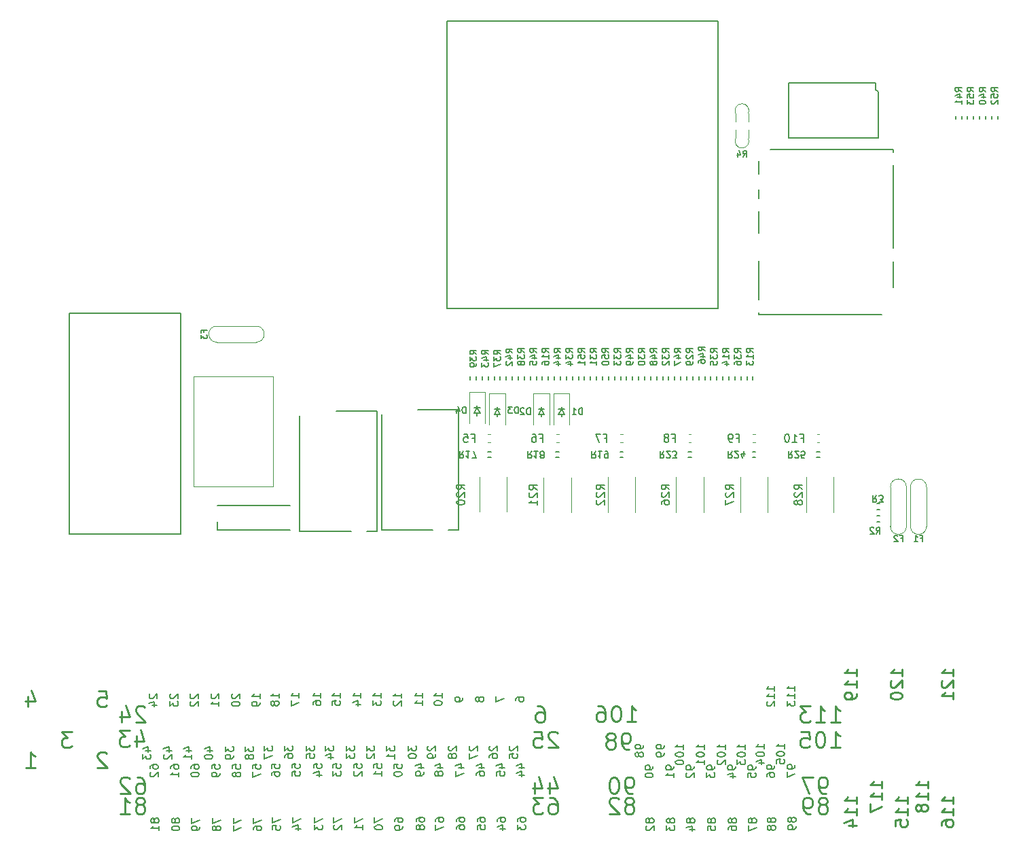
<source format=gbo>
G04 #@! TF.GenerationSoftware,KiCad,Pcbnew,8.0.8*
G04 #@! TF.CreationDate,2025-12-21T18:09:55-05:00*
G04 #@! TF.ProjectId,greenenergyecu,67726565-6e65-46e6-9572-67796563752e,d*
G04 #@! TF.SameCoordinates,PX2b953a0PY6943058*
G04 #@! TF.FileFunction,Legend,Bot*
G04 #@! TF.FilePolarity,Positive*
%FSLAX46Y46*%
G04 Gerber Fmt 4.6, Leading zero omitted, Abs format (unit mm)*
G04 Created by KiCad (PCBNEW 8.0.8) date 2025-12-21 18:09:55*
%MOMM*%
%LPD*%
G01*
G04 APERTURE LIST*
%ADD10C,0.250000*%
%ADD11C,0.200000*%
%ADD12C,0.127000*%
%ADD13C,0.170000*%
%ADD14C,0.150000*%
%ADD15C,0.120000*%
%ADD16C,0.100000*%
%ADD17C,0.099060*%
%ADD18C,0.203200*%
G04 APERTURE END LIST*
D10*
X127065928Y23744999D02*
X127065928Y24602142D01*
X127065928Y24173571D02*
X125565928Y24173571D01*
X125565928Y24173571D02*
X125780214Y24316428D01*
X125780214Y24316428D02*
X125923071Y24459285D01*
X125923071Y24459285D02*
X125994500Y24602142D01*
X127065928Y22316428D02*
X127065928Y23173571D01*
X127065928Y22745000D02*
X125565928Y22745000D01*
X125565928Y22745000D02*
X125780214Y22887857D01*
X125780214Y22887857D02*
X125923071Y23030714D01*
X125923071Y23030714D02*
X125994500Y23173571D01*
X127065928Y21602143D02*
X127065928Y21316429D01*
X127065928Y21316429D02*
X126994500Y21173572D01*
X126994500Y21173572D02*
X126923071Y21102143D01*
X126923071Y21102143D02*
X126708785Y20959286D01*
X126708785Y20959286D02*
X126423071Y20887857D01*
X126423071Y20887857D02*
X125851642Y20887857D01*
X125851642Y20887857D02*
X125708785Y20959286D01*
X125708785Y20959286D02*
X125637357Y21030714D01*
X125637357Y21030714D02*
X125565928Y21173572D01*
X125565928Y21173572D02*
X125565928Y21459286D01*
X125565928Y21459286D02*
X125637357Y21602143D01*
X125637357Y21602143D02*
X125708785Y21673572D01*
X125708785Y21673572D02*
X125851642Y21745000D01*
X125851642Y21745000D02*
X126208785Y21745000D01*
X126208785Y21745000D02*
X126351642Y21673572D01*
X126351642Y21673572D02*
X126423071Y21602143D01*
X126423071Y21602143D02*
X126494500Y21459286D01*
X126494500Y21459286D02*
X126494500Y21173572D01*
X126494500Y21173572D02*
X126423071Y21030714D01*
X126423071Y21030714D02*
X126351642Y20959286D01*
X126351642Y20959286D02*
X126208785Y20887857D01*
X139130928Y23744999D02*
X139130928Y24602142D01*
X139130928Y24173571D02*
X137630928Y24173571D01*
X137630928Y24173571D02*
X137845214Y24316428D01*
X137845214Y24316428D02*
X137988071Y24459285D01*
X137988071Y24459285D02*
X138059500Y24602142D01*
X137773785Y23173571D02*
X137702357Y23102143D01*
X137702357Y23102143D02*
X137630928Y22959285D01*
X137630928Y22959285D02*
X137630928Y22602143D01*
X137630928Y22602143D02*
X137702357Y22459285D01*
X137702357Y22459285D02*
X137773785Y22387857D01*
X137773785Y22387857D02*
X137916642Y22316428D01*
X137916642Y22316428D02*
X138059500Y22316428D01*
X138059500Y22316428D02*
X138273785Y22387857D01*
X138273785Y22387857D02*
X139130928Y23245000D01*
X139130928Y23245000D02*
X139130928Y22316428D01*
X139130928Y20887857D02*
X139130928Y21745000D01*
X139130928Y21316429D02*
X137630928Y21316429D01*
X137630928Y21316429D02*
X137845214Y21459286D01*
X137845214Y21459286D02*
X137988071Y21602143D01*
X137988071Y21602143D02*
X138059500Y21745000D01*
X139130928Y7869999D02*
X139130928Y8727142D01*
X139130928Y8298571D02*
X137630928Y8298571D01*
X137630928Y8298571D02*
X137845214Y8441428D01*
X137845214Y8441428D02*
X137988071Y8584285D01*
X137988071Y8584285D02*
X138059500Y8727142D01*
X139130928Y6441428D02*
X139130928Y7298571D01*
X139130928Y6870000D02*
X137630928Y6870000D01*
X137630928Y6870000D02*
X137845214Y7012857D01*
X137845214Y7012857D02*
X137988071Y7155714D01*
X137988071Y7155714D02*
X138059500Y7298571D01*
X137630928Y5155714D02*
X137630928Y5441429D01*
X137630928Y5441429D02*
X137702357Y5584286D01*
X137702357Y5584286D02*
X137773785Y5655714D01*
X137773785Y5655714D02*
X137988071Y5798572D01*
X137988071Y5798572D02*
X138273785Y5870000D01*
X138273785Y5870000D02*
X138845214Y5870000D01*
X138845214Y5870000D02*
X138988071Y5798572D01*
X138988071Y5798572D02*
X139059500Y5727143D01*
X139059500Y5727143D02*
X139130928Y5584286D01*
X139130928Y5584286D02*
X139130928Y5298572D01*
X139130928Y5298572D02*
X139059500Y5155714D01*
X139059500Y5155714D02*
X138988071Y5084286D01*
X138988071Y5084286D02*
X138845214Y5012857D01*
X138845214Y5012857D02*
X138488071Y5012857D01*
X138488071Y5012857D02*
X138345214Y5084286D01*
X138345214Y5084286D02*
X138273785Y5155714D01*
X138273785Y5155714D02*
X138202357Y5298572D01*
X138202357Y5298572D02*
X138202357Y5584286D01*
X138202357Y5584286D02*
X138273785Y5727143D01*
X138273785Y5727143D02*
X138345214Y5798572D01*
X138345214Y5798572D02*
X138488071Y5870000D01*
X133415928Y7869999D02*
X133415928Y8727142D01*
X133415928Y8298571D02*
X131915928Y8298571D01*
X131915928Y8298571D02*
X132130214Y8441428D01*
X132130214Y8441428D02*
X132273071Y8584285D01*
X132273071Y8584285D02*
X132344500Y8727142D01*
X133415928Y6441428D02*
X133415928Y7298571D01*
X133415928Y6870000D02*
X131915928Y6870000D01*
X131915928Y6870000D02*
X132130214Y7012857D01*
X132130214Y7012857D02*
X132273071Y7155714D01*
X132273071Y7155714D02*
X132344500Y7298571D01*
X131915928Y5084286D02*
X131915928Y5798572D01*
X131915928Y5798572D02*
X132630214Y5870000D01*
X132630214Y5870000D02*
X132558785Y5798572D01*
X132558785Y5798572D02*
X132487357Y5655714D01*
X132487357Y5655714D02*
X132487357Y5298572D01*
X132487357Y5298572D02*
X132558785Y5155714D01*
X132558785Y5155714D02*
X132630214Y5084286D01*
X132630214Y5084286D02*
X132773071Y5012857D01*
X132773071Y5012857D02*
X133130214Y5012857D01*
X133130214Y5012857D02*
X133273071Y5084286D01*
X133273071Y5084286D02*
X133344500Y5155714D01*
X133344500Y5155714D02*
X133415928Y5298572D01*
X133415928Y5298572D02*
X133415928Y5655714D01*
X133415928Y5655714D02*
X133344500Y5798572D01*
X133344500Y5798572D02*
X133273071Y5870000D01*
X135955928Y9774999D02*
X135955928Y10632142D01*
X135955928Y10203571D02*
X134455928Y10203571D01*
X134455928Y10203571D02*
X134670214Y10346428D01*
X134670214Y10346428D02*
X134813071Y10489285D01*
X134813071Y10489285D02*
X134884500Y10632142D01*
X135955928Y8346428D02*
X135955928Y9203571D01*
X135955928Y8775000D02*
X134455928Y8775000D01*
X134455928Y8775000D02*
X134670214Y8917857D01*
X134670214Y8917857D02*
X134813071Y9060714D01*
X134813071Y9060714D02*
X134884500Y9203571D01*
X135098785Y7489286D02*
X135027357Y7632143D01*
X135027357Y7632143D02*
X134955928Y7703572D01*
X134955928Y7703572D02*
X134813071Y7775000D01*
X134813071Y7775000D02*
X134741642Y7775000D01*
X134741642Y7775000D02*
X134598785Y7703572D01*
X134598785Y7703572D02*
X134527357Y7632143D01*
X134527357Y7632143D02*
X134455928Y7489286D01*
X134455928Y7489286D02*
X134455928Y7203572D01*
X134455928Y7203572D02*
X134527357Y7060714D01*
X134527357Y7060714D02*
X134598785Y6989286D01*
X134598785Y6989286D02*
X134741642Y6917857D01*
X134741642Y6917857D02*
X134813071Y6917857D01*
X134813071Y6917857D02*
X134955928Y6989286D01*
X134955928Y6989286D02*
X135027357Y7060714D01*
X135027357Y7060714D02*
X135098785Y7203572D01*
X135098785Y7203572D02*
X135098785Y7489286D01*
X135098785Y7489286D02*
X135170214Y7632143D01*
X135170214Y7632143D02*
X135241642Y7703572D01*
X135241642Y7703572D02*
X135384500Y7775000D01*
X135384500Y7775000D02*
X135670214Y7775000D01*
X135670214Y7775000D02*
X135813071Y7703572D01*
X135813071Y7703572D02*
X135884500Y7632143D01*
X135884500Y7632143D02*
X135955928Y7489286D01*
X135955928Y7489286D02*
X135955928Y7203572D01*
X135955928Y7203572D02*
X135884500Y7060714D01*
X135884500Y7060714D02*
X135813071Y6989286D01*
X135813071Y6989286D02*
X135670214Y6917857D01*
X135670214Y6917857D02*
X135384500Y6917857D01*
X135384500Y6917857D02*
X135241642Y6989286D01*
X135241642Y6989286D02*
X135170214Y7060714D01*
X135170214Y7060714D02*
X135098785Y7203572D01*
X132780928Y23744999D02*
X132780928Y24602142D01*
X132780928Y24173571D02*
X131280928Y24173571D01*
X131280928Y24173571D02*
X131495214Y24316428D01*
X131495214Y24316428D02*
X131638071Y24459285D01*
X131638071Y24459285D02*
X131709500Y24602142D01*
X131423785Y23173571D02*
X131352357Y23102143D01*
X131352357Y23102143D02*
X131280928Y22959285D01*
X131280928Y22959285D02*
X131280928Y22602143D01*
X131280928Y22602143D02*
X131352357Y22459285D01*
X131352357Y22459285D02*
X131423785Y22387857D01*
X131423785Y22387857D02*
X131566642Y22316428D01*
X131566642Y22316428D02*
X131709500Y22316428D01*
X131709500Y22316428D02*
X131923785Y22387857D01*
X131923785Y22387857D02*
X132780928Y23245000D01*
X132780928Y23245000D02*
X132780928Y22316428D01*
X131280928Y21387857D02*
X131280928Y21245000D01*
X131280928Y21245000D02*
X131352357Y21102143D01*
X131352357Y21102143D02*
X131423785Y21030714D01*
X131423785Y21030714D02*
X131566642Y20959286D01*
X131566642Y20959286D02*
X131852357Y20887857D01*
X131852357Y20887857D02*
X132209500Y20887857D01*
X132209500Y20887857D02*
X132495214Y20959286D01*
X132495214Y20959286D02*
X132638071Y21030714D01*
X132638071Y21030714D02*
X132709500Y21102143D01*
X132709500Y21102143D02*
X132780928Y21245000D01*
X132780928Y21245000D02*
X132780928Y21387857D01*
X132780928Y21387857D02*
X132709500Y21530714D01*
X132709500Y21530714D02*
X132638071Y21602143D01*
X132638071Y21602143D02*
X132495214Y21673572D01*
X132495214Y21673572D02*
X132209500Y21745000D01*
X132209500Y21745000D02*
X131852357Y21745000D01*
X131852357Y21745000D02*
X131566642Y21673572D01*
X131566642Y21673572D02*
X131423785Y21602143D01*
X131423785Y21602143D02*
X131352357Y21530714D01*
X131352357Y21530714D02*
X131280928Y21387857D01*
X130240928Y9774999D02*
X130240928Y10632142D01*
X130240928Y10203571D02*
X128740928Y10203571D01*
X128740928Y10203571D02*
X128955214Y10346428D01*
X128955214Y10346428D02*
X129098071Y10489285D01*
X129098071Y10489285D02*
X129169500Y10632142D01*
X130240928Y8346428D02*
X130240928Y9203571D01*
X130240928Y8775000D02*
X128740928Y8775000D01*
X128740928Y8775000D02*
X128955214Y8917857D01*
X128955214Y8917857D02*
X129098071Y9060714D01*
X129098071Y9060714D02*
X129169500Y9203571D01*
X128740928Y7846429D02*
X128740928Y6846429D01*
X128740928Y6846429D02*
X130240928Y7489286D01*
X127065928Y7869999D02*
X127065928Y8727142D01*
X127065928Y8298571D02*
X125565928Y8298571D01*
X125565928Y8298571D02*
X125780214Y8441428D01*
X125780214Y8441428D02*
X125923071Y8584285D01*
X125923071Y8584285D02*
X125994500Y8727142D01*
X127065928Y6441428D02*
X127065928Y7298571D01*
X127065928Y6870000D02*
X125565928Y6870000D01*
X125565928Y6870000D02*
X125780214Y7012857D01*
X125780214Y7012857D02*
X125923071Y7155714D01*
X125923071Y7155714D02*
X125994500Y7298571D01*
X126065928Y5155714D02*
X127065928Y5155714D01*
X125494500Y5512857D02*
X126565928Y5870000D01*
X126565928Y5870000D02*
X126565928Y4941429D01*
X123082857Y7735620D02*
X123273333Y7830858D01*
X123273333Y7830858D02*
X123368571Y7926096D01*
X123368571Y7926096D02*
X123463809Y8116572D01*
X123463809Y8116572D02*
X123463809Y8211810D01*
X123463809Y8211810D02*
X123368571Y8402286D01*
X123368571Y8402286D02*
X123273333Y8497524D01*
X123273333Y8497524D02*
X123082857Y8592762D01*
X123082857Y8592762D02*
X122701904Y8592762D01*
X122701904Y8592762D02*
X122511428Y8497524D01*
X122511428Y8497524D02*
X122416190Y8402286D01*
X122416190Y8402286D02*
X122320952Y8211810D01*
X122320952Y8211810D02*
X122320952Y8116572D01*
X122320952Y8116572D02*
X122416190Y7926096D01*
X122416190Y7926096D02*
X122511428Y7830858D01*
X122511428Y7830858D02*
X122701904Y7735620D01*
X122701904Y7735620D02*
X123082857Y7735620D01*
X123082857Y7735620D02*
X123273333Y7640381D01*
X123273333Y7640381D02*
X123368571Y7545143D01*
X123368571Y7545143D02*
X123463809Y7354667D01*
X123463809Y7354667D02*
X123463809Y6973715D01*
X123463809Y6973715D02*
X123368571Y6783239D01*
X123368571Y6783239D02*
X123273333Y6688000D01*
X123273333Y6688000D02*
X123082857Y6592762D01*
X123082857Y6592762D02*
X122701904Y6592762D01*
X122701904Y6592762D02*
X122511428Y6688000D01*
X122511428Y6688000D02*
X122416190Y6783239D01*
X122416190Y6783239D02*
X122320952Y6973715D01*
X122320952Y6973715D02*
X122320952Y7354667D01*
X122320952Y7354667D02*
X122416190Y7545143D01*
X122416190Y7545143D02*
X122511428Y7640381D01*
X122511428Y7640381D02*
X122701904Y7735620D01*
X121368571Y6592762D02*
X120987619Y6592762D01*
X120987619Y6592762D02*
X120797142Y6688000D01*
X120797142Y6688000D02*
X120701904Y6783239D01*
X120701904Y6783239D02*
X120511428Y7068953D01*
X120511428Y7068953D02*
X120416190Y7449905D01*
X120416190Y7449905D02*
X120416190Y8211810D01*
X120416190Y8211810D02*
X120511428Y8402286D01*
X120511428Y8402286D02*
X120606666Y8497524D01*
X120606666Y8497524D02*
X120797142Y8592762D01*
X120797142Y8592762D02*
X121178095Y8592762D01*
X121178095Y8592762D02*
X121368571Y8497524D01*
X121368571Y8497524D02*
X121463809Y8402286D01*
X121463809Y8402286D02*
X121559047Y8211810D01*
X121559047Y8211810D02*
X121559047Y7735620D01*
X121559047Y7735620D02*
X121463809Y7545143D01*
X121463809Y7545143D02*
X121368571Y7449905D01*
X121368571Y7449905D02*
X121178095Y7354667D01*
X121178095Y7354667D02*
X120797142Y7354667D01*
X120797142Y7354667D02*
X120606666Y7449905D01*
X120606666Y7449905D02*
X120511428Y7545143D01*
X120511428Y7545143D02*
X120416190Y7735620D01*
X123273333Y9132762D02*
X122892381Y9132762D01*
X122892381Y9132762D02*
X122701904Y9228000D01*
X122701904Y9228000D02*
X122606666Y9323239D01*
X122606666Y9323239D02*
X122416190Y9608953D01*
X122416190Y9608953D02*
X122320952Y9989905D01*
X122320952Y9989905D02*
X122320952Y10751810D01*
X122320952Y10751810D02*
X122416190Y10942286D01*
X122416190Y10942286D02*
X122511428Y11037524D01*
X122511428Y11037524D02*
X122701904Y11132762D01*
X122701904Y11132762D02*
X123082857Y11132762D01*
X123082857Y11132762D02*
X123273333Y11037524D01*
X123273333Y11037524D02*
X123368571Y10942286D01*
X123368571Y10942286D02*
X123463809Y10751810D01*
X123463809Y10751810D02*
X123463809Y10275620D01*
X123463809Y10275620D02*
X123368571Y10085143D01*
X123368571Y10085143D02*
X123273333Y9989905D01*
X123273333Y9989905D02*
X123082857Y9894667D01*
X123082857Y9894667D02*
X122701904Y9894667D01*
X122701904Y9894667D02*
X122511428Y9989905D01*
X122511428Y9989905D02*
X122416190Y10085143D01*
X122416190Y10085143D02*
X122320952Y10275620D01*
X121654285Y11132762D02*
X120320952Y11132762D01*
X120320952Y11132762D02*
X121178095Y9132762D01*
X123883333Y14862762D02*
X125026190Y14862762D01*
X124454762Y14862762D02*
X124454762Y16862762D01*
X124454762Y16862762D02*
X124645238Y16577048D01*
X124645238Y16577048D02*
X124835714Y16386572D01*
X124835714Y16386572D02*
X125026190Y16291334D01*
X122645238Y16862762D02*
X122454761Y16862762D01*
X122454761Y16862762D02*
X122264285Y16767524D01*
X122264285Y16767524D02*
X122169047Y16672286D01*
X122169047Y16672286D02*
X122073809Y16481810D01*
X122073809Y16481810D02*
X121978571Y16100858D01*
X121978571Y16100858D02*
X121978571Y15624667D01*
X121978571Y15624667D02*
X122073809Y15243715D01*
X122073809Y15243715D02*
X122169047Y15053239D01*
X122169047Y15053239D02*
X122264285Y14958000D01*
X122264285Y14958000D02*
X122454761Y14862762D01*
X122454761Y14862762D02*
X122645238Y14862762D01*
X122645238Y14862762D02*
X122835714Y14958000D01*
X122835714Y14958000D02*
X122930952Y15053239D01*
X122930952Y15053239D02*
X123026190Y15243715D01*
X123026190Y15243715D02*
X123121428Y15624667D01*
X123121428Y15624667D02*
X123121428Y16100858D01*
X123121428Y16100858D02*
X123026190Y16481810D01*
X123026190Y16481810D02*
X122930952Y16672286D01*
X122930952Y16672286D02*
X122835714Y16767524D01*
X122835714Y16767524D02*
X122645238Y16862762D01*
X120169047Y16862762D02*
X121121428Y16862762D01*
X121121428Y16862762D02*
X121216666Y15910381D01*
X121216666Y15910381D02*
X121121428Y16005620D01*
X121121428Y16005620D02*
X120930952Y16100858D01*
X120930952Y16100858D02*
X120454761Y16100858D01*
X120454761Y16100858D02*
X120264285Y16005620D01*
X120264285Y16005620D02*
X120169047Y15910381D01*
X120169047Y15910381D02*
X120073809Y15719905D01*
X120073809Y15719905D02*
X120073809Y15243715D01*
X120073809Y15243715D02*
X120169047Y15053239D01*
X120169047Y15053239D02*
X120264285Y14958000D01*
X120264285Y14958000D02*
X120454761Y14862762D01*
X120454761Y14862762D02*
X120930952Y14862762D01*
X120930952Y14862762D02*
X121121428Y14958000D01*
X121121428Y14958000D02*
X121216666Y15053239D01*
X123908333Y18022762D02*
X125051190Y18022762D01*
X124479762Y18022762D02*
X124479762Y20022762D01*
X124479762Y20022762D02*
X124670238Y19737048D01*
X124670238Y19737048D02*
X124860714Y19546572D01*
X124860714Y19546572D02*
X125051190Y19451334D01*
X122003571Y18022762D02*
X123146428Y18022762D01*
X122575000Y18022762D02*
X122575000Y20022762D01*
X122575000Y20022762D02*
X122765476Y19737048D01*
X122765476Y19737048D02*
X122955952Y19546572D01*
X122955952Y19546572D02*
X123146428Y19451334D01*
X121336904Y20022762D02*
X120098809Y20022762D01*
X120098809Y20022762D02*
X120765476Y19260858D01*
X120765476Y19260858D02*
X120479761Y19260858D01*
X120479761Y19260858D02*
X120289285Y19165620D01*
X120289285Y19165620D02*
X120194047Y19070381D01*
X120194047Y19070381D02*
X120098809Y18879905D01*
X120098809Y18879905D02*
X120098809Y18403715D01*
X120098809Y18403715D02*
X120194047Y18213239D01*
X120194047Y18213239D02*
X120289285Y18118000D01*
X120289285Y18118000D02*
X120479761Y18022762D01*
X120479761Y18022762D02*
X121051190Y18022762D01*
X121051190Y18022762D02*
X121241666Y18118000D01*
X121241666Y18118000D02*
X121336904Y18213239D01*
X98952857Y7735620D02*
X99143333Y7830858D01*
X99143333Y7830858D02*
X99238571Y7926096D01*
X99238571Y7926096D02*
X99333809Y8116572D01*
X99333809Y8116572D02*
X99333809Y8211810D01*
X99333809Y8211810D02*
X99238571Y8402286D01*
X99238571Y8402286D02*
X99143333Y8497524D01*
X99143333Y8497524D02*
X98952857Y8592762D01*
X98952857Y8592762D02*
X98571904Y8592762D01*
X98571904Y8592762D02*
X98381428Y8497524D01*
X98381428Y8497524D02*
X98286190Y8402286D01*
X98286190Y8402286D02*
X98190952Y8211810D01*
X98190952Y8211810D02*
X98190952Y8116572D01*
X98190952Y8116572D02*
X98286190Y7926096D01*
X98286190Y7926096D02*
X98381428Y7830858D01*
X98381428Y7830858D02*
X98571904Y7735620D01*
X98571904Y7735620D02*
X98952857Y7735620D01*
X98952857Y7735620D02*
X99143333Y7640381D01*
X99143333Y7640381D02*
X99238571Y7545143D01*
X99238571Y7545143D02*
X99333809Y7354667D01*
X99333809Y7354667D02*
X99333809Y6973715D01*
X99333809Y6973715D02*
X99238571Y6783239D01*
X99238571Y6783239D02*
X99143333Y6688000D01*
X99143333Y6688000D02*
X98952857Y6592762D01*
X98952857Y6592762D02*
X98571904Y6592762D01*
X98571904Y6592762D02*
X98381428Y6688000D01*
X98381428Y6688000D02*
X98286190Y6783239D01*
X98286190Y6783239D02*
X98190952Y6973715D01*
X98190952Y6973715D02*
X98190952Y7354667D01*
X98190952Y7354667D02*
X98286190Y7545143D01*
X98286190Y7545143D02*
X98381428Y7640381D01*
X98381428Y7640381D02*
X98571904Y7735620D01*
X97429047Y8402286D02*
X97333809Y8497524D01*
X97333809Y8497524D02*
X97143333Y8592762D01*
X97143333Y8592762D02*
X96667142Y8592762D01*
X96667142Y8592762D02*
X96476666Y8497524D01*
X96476666Y8497524D02*
X96381428Y8402286D01*
X96381428Y8402286D02*
X96286190Y8211810D01*
X96286190Y8211810D02*
X96286190Y8021334D01*
X96286190Y8021334D02*
X96381428Y7735620D01*
X96381428Y7735620D02*
X97524285Y6592762D01*
X97524285Y6592762D02*
X96286190Y6592762D01*
X99143333Y9132762D02*
X98762381Y9132762D01*
X98762381Y9132762D02*
X98571904Y9228000D01*
X98571904Y9228000D02*
X98476666Y9323239D01*
X98476666Y9323239D02*
X98286190Y9608953D01*
X98286190Y9608953D02*
X98190952Y9989905D01*
X98190952Y9989905D02*
X98190952Y10751810D01*
X98190952Y10751810D02*
X98286190Y10942286D01*
X98286190Y10942286D02*
X98381428Y11037524D01*
X98381428Y11037524D02*
X98571904Y11132762D01*
X98571904Y11132762D02*
X98952857Y11132762D01*
X98952857Y11132762D02*
X99143333Y11037524D01*
X99143333Y11037524D02*
X99238571Y10942286D01*
X99238571Y10942286D02*
X99333809Y10751810D01*
X99333809Y10751810D02*
X99333809Y10275620D01*
X99333809Y10275620D02*
X99238571Y10085143D01*
X99238571Y10085143D02*
X99143333Y9989905D01*
X99143333Y9989905D02*
X98952857Y9894667D01*
X98952857Y9894667D02*
X98571904Y9894667D01*
X98571904Y9894667D02*
X98381428Y9989905D01*
X98381428Y9989905D02*
X98286190Y10085143D01*
X98286190Y10085143D02*
X98190952Y10275620D01*
X96952857Y11132762D02*
X96762380Y11132762D01*
X96762380Y11132762D02*
X96571904Y11037524D01*
X96571904Y11037524D02*
X96476666Y10942286D01*
X96476666Y10942286D02*
X96381428Y10751810D01*
X96381428Y10751810D02*
X96286190Y10370858D01*
X96286190Y10370858D02*
X96286190Y9894667D01*
X96286190Y9894667D02*
X96381428Y9513715D01*
X96381428Y9513715D02*
X96476666Y9323239D01*
X96476666Y9323239D02*
X96571904Y9228000D01*
X96571904Y9228000D02*
X96762380Y9132762D01*
X96762380Y9132762D02*
X96952857Y9132762D01*
X96952857Y9132762D02*
X97143333Y9228000D01*
X97143333Y9228000D02*
X97238571Y9323239D01*
X97238571Y9323239D02*
X97333809Y9513715D01*
X97333809Y9513715D02*
X97429047Y9894667D01*
X97429047Y9894667D02*
X97429047Y10370858D01*
X97429047Y10370858D02*
X97333809Y10751810D01*
X97333809Y10751810D02*
X97238571Y10942286D01*
X97238571Y10942286D02*
X97143333Y11037524D01*
X97143333Y11037524D02*
X96952857Y11132762D01*
X98743333Y14647762D02*
X98362381Y14647762D01*
X98362381Y14647762D02*
X98171904Y14743000D01*
X98171904Y14743000D02*
X98076666Y14838239D01*
X98076666Y14838239D02*
X97886190Y15123953D01*
X97886190Y15123953D02*
X97790952Y15504905D01*
X97790952Y15504905D02*
X97790952Y16266810D01*
X97790952Y16266810D02*
X97886190Y16457286D01*
X97886190Y16457286D02*
X97981428Y16552524D01*
X97981428Y16552524D02*
X98171904Y16647762D01*
X98171904Y16647762D02*
X98552857Y16647762D01*
X98552857Y16647762D02*
X98743333Y16552524D01*
X98743333Y16552524D02*
X98838571Y16457286D01*
X98838571Y16457286D02*
X98933809Y16266810D01*
X98933809Y16266810D02*
X98933809Y15790620D01*
X98933809Y15790620D02*
X98838571Y15600143D01*
X98838571Y15600143D02*
X98743333Y15504905D01*
X98743333Y15504905D02*
X98552857Y15409667D01*
X98552857Y15409667D02*
X98171904Y15409667D01*
X98171904Y15409667D02*
X97981428Y15504905D01*
X97981428Y15504905D02*
X97886190Y15600143D01*
X97886190Y15600143D02*
X97790952Y15790620D01*
X96648095Y15790620D02*
X96838571Y15885858D01*
X96838571Y15885858D02*
X96933809Y15981096D01*
X96933809Y15981096D02*
X97029047Y16171572D01*
X97029047Y16171572D02*
X97029047Y16266810D01*
X97029047Y16266810D02*
X96933809Y16457286D01*
X96933809Y16457286D02*
X96838571Y16552524D01*
X96838571Y16552524D02*
X96648095Y16647762D01*
X96648095Y16647762D02*
X96267142Y16647762D01*
X96267142Y16647762D02*
X96076666Y16552524D01*
X96076666Y16552524D02*
X95981428Y16457286D01*
X95981428Y16457286D02*
X95886190Y16266810D01*
X95886190Y16266810D02*
X95886190Y16171572D01*
X95886190Y16171572D02*
X95981428Y15981096D01*
X95981428Y15981096D02*
X96076666Y15885858D01*
X96076666Y15885858D02*
X96267142Y15790620D01*
X96267142Y15790620D02*
X96648095Y15790620D01*
X96648095Y15790620D02*
X96838571Y15695381D01*
X96838571Y15695381D02*
X96933809Y15600143D01*
X96933809Y15600143D02*
X97029047Y15409667D01*
X97029047Y15409667D02*
X97029047Y15028715D01*
X97029047Y15028715D02*
X96933809Y14838239D01*
X96933809Y14838239D02*
X96838571Y14743000D01*
X96838571Y14743000D02*
X96648095Y14647762D01*
X96648095Y14647762D02*
X96267142Y14647762D01*
X96267142Y14647762D02*
X96076666Y14743000D01*
X96076666Y14743000D02*
X95981428Y14838239D01*
X95981428Y14838239D02*
X95886190Y15028715D01*
X95886190Y15028715D02*
X95886190Y15409667D01*
X95886190Y15409667D02*
X95981428Y15600143D01*
X95981428Y15600143D02*
X96076666Y15695381D01*
X96076666Y15695381D02*
X96267142Y15790620D01*
X98457533Y18073562D02*
X99600390Y18073562D01*
X99028962Y18073562D02*
X99028962Y20073562D01*
X99028962Y20073562D02*
X99219438Y19787848D01*
X99219438Y19787848D02*
X99409914Y19597372D01*
X99409914Y19597372D02*
X99600390Y19502134D01*
X97219438Y20073562D02*
X97028961Y20073562D01*
X97028961Y20073562D02*
X96838485Y19978324D01*
X96838485Y19978324D02*
X96743247Y19883086D01*
X96743247Y19883086D02*
X96648009Y19692610D01*
X96648009Y19692610D02*
X96552771Y19311658D01*
X96552771Y19311658D02*
X96552771Y18835467D01*
X96552771Y18835467D02*
X96648009Y18454515D01*
X96648009Y18454515D02*
X96743247Y18264039D01*
X96743247Y18264039D02*
X96838485Y18168800D01*
X96838485Y18168800D02*
X97028961Y18073562D01*
X97028961Y18073562D02*
X97219438Y18073562D01*
X97219438Y18073562D02*
X97409914Y18168800D01*
X97409914Y18168800D02*
X97505152Y18264039D01*
X97505152Y18264039D02*
X97600390Y18454515D01*
X97600390Y18454515D02*
X97695628Y18835467D01*
X97695628Y18835467D02*
X97695628Y19311658D01*
X97695628Y19311658D02*
X97600390Y19692610D01*
X97600390Y19692610D02*
X97505152Y19883086D01*
X97505152Y19883086D02*
X97409914Y19978324D01*
X97409914Y19978324D02*
X97219438Y20073562D01*
X94838485Y20073562D02*
X95219438Y20073562D01*
X95219438Y20073562D02*
X95409914Y19978324D01*
X95409914Y19978324D02*
X95505152Y19883086D01*
X95505152Y19883086D02*
X95695628Y19597372D01*
X95695628Y19597372D02*
X95790866Y19216420D01*
X95790866Y19216420D02*
X95790866Y18454515D01*
X95790866Y18454515D02*
X95695628Y18264039D01*
X95695628Y18264039D02*
X95600390Y18168800D01*
X95600390Y18168800D02*
X95409914Y18073562D01*
X95409914Y18073562D02*
X95028961Y18073562D01*
X95028961Y18073562D02*
X94838485Y18168800D01*
X94838485Y18168800D02*
X94743247Y18264039D01*
X94743247Y18264039D02*
X94648009Y18454515D01*
X94648009Y18454515D02*
X94648009Y18930705D01*
X94648009Y18930705D02*
X94743247Y19121181D01*
X94743247Y19121181D02*
X94838485Y19216420D01*
X94838485Y19216420D02*
X95028961Y19311658D01*
X95028961Y19311658D02*
X95409914Y19311658D01*
X95409914Y19311658D02*
X95600390Y19216420D01*
X95600390Y19216420D02*
X95695628Y19121181D01*
X95695628Y19121181D02*
X95790866Y18930705D01*
X88856428Y8592762D02*
X89237381Y8592762D01*
X89237381Y8592762D02*
X89427857Y8497524D01*
X89427857Y8497524D02*
X89523095Y8402286D01*
X89523095Y8402286D02*
X89713571Y8116572D01*
X89713571Y8116572D02*
X89808809Y7735620D01*
X89808809Y7735620D02*
X89808809Y6973715D01*
X89808809Y6973715D02*
X89713571Y6783239D01*
X89713571Y6783239D02*
X89618333Y6688000D01*
X89618333Y6688000D02*
X89427857Y6592762D01*
X89427857Y6592762D02*
X89046904Y6592762D01*
X89046904Y6592762D02*
X88856428Y6688000D01*
X88856428Y6688000D02*
X88761190Y6783239D01*
X88761190Y6783239D02*
X88665952Y6973715D01*
X88665952Y6973715D02*
X88665952Y7449905D01*
X88665952Y7449905D02*
X88761190Y7640381D01*
X88761190Y7640381D02*
X88856428Y7735620D01*
X88856428Y7735620D02*
X89046904Y7830858D01*
X89046904Y7830858D02*
X89427857Y7830858D01*
X89427857Y7830858D02*
X89618333Y7735620D01*
X89618333Y7735620D02*
X89713571Y7640381D01*
X89713571Y7640381D02*
X89808809Y7449905D01*
X87999285Y8592762D02*
X86761190Y8592762D01*
X86761190Y8592762D02*
X87427857Y7830858D01*
X87427857Y7830858D02*
X87142142Y7830858D01*
X87142142Y7830858D02*
X86951666Y7735620D01*
X86951666Y7735620D02*
X86856428Y7640381D01*
X86856428Y7640381D02*
X86761190Y7449905D01*
X86761190Y7449905D02*
X86761190Y6973715D01*
X86761190Y6973715D02*
X86856428Y6783239D01*
X86856428Y6783239D02*
X86951666Y6688000D01*
X86951666Y6688000D02*
X87142142Y6592762D01*
X87142142Y6592762D02*
X87713571Y6592762D01*
X87713571Y6592762D02*
X87904047Y6688000D01*
X87904047Y6688000D02*
X87999285Y6783239D01*
X88856428Y10466096D02*
X88856428Y9132762D01*
X89332619Y11228000D02*
X89808809Y9799429D01*
X89808809Y9799429D02*
X88570714Y9799429D01*
X86951666Y10466096D02*
X86951666Y9132762D01*
X87427857Y11228000D02*
X87904047Y9799429D01*
X87904047Y9799429D02*
X86665952Y9799429D01*
X89808809Y16657286D02*
X89713571Y16752524D01*
X89713571Y16752524D02*
X89523095Y16847762D01*
X89523095Y16847762D02*
X89046904Y16847762D01*
X89046904Y16847762D02*
X88856428Y16752524D01*
X88856428Y16752524D02*
X88761190Y16657286D01*
X88761190Y16657286D02*
X88665952Y16466810D01*
X88665952Y16466810D02*
X88665952Y16276334D01*
X88665952Y16276334D02*
X88761190Y15990620D01*
X88761190Y15990620D02*
X89904047Y14847762D01*
X89904047Y14847762D02*
X88665952Y14847762D01*
X86856428Y16847762D02*
X87808809Y16847762D01*
X87808809Y16847762D02*
X87904047Y15895381D01*
X87904047Y15895381D02*
X87808809Y15990620D01*
X87808809Y15990620D02*
X87618333Y16085858D01*
X87618333Y16085858D02*
X87142142Y16085858D01*
X87142142Y16085858D02*
X86951666Y15990620D01*
X86951666Y15990620D02*
X86856428Y15895381D01*
X86856428Y15895381D02*
X86761190Y15704905D01*
X86761190Y15704905D02*
X86761190Y15228715D01*
X86761190Y15228715D02*
X86856428Y15038239D01*
X86856428Y15038239D02*
X86951666Y14943000D01*
X86951666Y14943000D02*
X87142142Y14847762D01*
X87142142Y14847762D02*
X87618333Y14847762D01*
X87618333Y14847762D02*
X87808809Y14943000D01*
X87808809Y14943000D02*
X87904047Y15038239D01*
X87269047Y20022762D02*
X87650000Y20022762D01*
X87650000Y20022762D02*
X87840476Y19927524D01*
X87840476Y19927524D02*
X87935714Y19832286D01*
X87935714Y19832286D02*
X88126190Y19546572D01*
X88126190Y19546572D02*
X88221428Y19165620D01*
X88221428Y19165620D02*
X88221428Y18403715D01*
X88221428Y18403715D02*
X88126190Y18213239D01*
X88126190Y18213239D02*
X88030952Y18118000D01*
X88030952Y18118000D02*
X87840476Y18022762D01*
X87840476Y18022762D02*
X87459523Y18022762D01*
X87459523Y18022762D02*
X87269047Y18118000D01*
X87269047Y18118000D02*
X87173809Y18213239D01*
X87173809Y18213239D02*
X87078571Y18403715D01*
X87078571Y18403715D02*
X87078571Y18879905D01*
X87078571Y18879905D02*
X87173809Y19070381D01*
X87173809Y19070381D02*
X87269047Y19165620D01*
X87269047Y19165620D02*
X87459523Y19260858D01*
X87459523Y19260858D02*
X87840476Y19260858D01*
X87840476Y19260858D02*
X88030952Y19165620D01*
X88030952Y19165620D02*
X88126190Y19070381D01*
X88126190Y19070381D02*
X88221428Y18879905D01*
X32563809Y21927762D02*
X33516190Y21927762D01*
X33516190Y21927762D02*
X33611428Y20975381D01*
X33611428Y20975381D02*
X33516190Y21070620D01*
X33516190Y21070620D02*
X33325714Y21165858D01*
X33325714Y21165858D02*
X32849523Y21165858D01*
X32849523Y21165858D02*
X32659047Y21070620D01*
X32659047Y21070620D02*
X32563809Y20975381D01*
X32563809Y20975381D02*
X32468571Y20784905D01*
X32468571Y20784905D02*
X32468571Y20308715D01*
X32468571Y20308715D02*
X32563809Y20118239D01*
X32563809Y20118239D02*
X32659047Y20023000D01*
X32659047Y20023000D02*
X32849523Y19927762D01*
X32849523Y19927762D02*
X33325714Y19927762D01*
X33325714Y19927762D02*
X33516190Y20023000D01*
X33516190Y20023000D02*
X33611428Y20118239D01*
X23769047Y21261096D02*
X23769047Y19927762D01*
X24245238Y22023000D02*
X24721428Y20594429D01*
X24721428Y20594429D02*
X23483333Y20594429D01*
X29261666Y16847762D02*
X28023571Y16847762D01*
X28023571Y16847762D02*
X28690238Y16085858D01*
X28690238Y16085858D02*
X28404523Y16085858D01*
X28404523Y16085858D02*
X28214047Y15990620D01*
X28214047Y15990620D02*
X28118809Y15895381D01*
X28118809Y15895381D02*
X28023571Y15704905D01*
X28023571Y15704905D02*
X28023571Y15228715D01*
X28023571Y15228715D02*
X28118809Y15038239D01*
X28118809Y15038239D02*
X28214047Y14943000D01*
X28214047Y14943000D02*
X28404523Y14847762D01*
X28404523Y14847762D02*
X28975952Y14847762D01*
X28975952Y14847762D02*
X29166428Y14943000D01*
X29166428Y14943000D02*
X29261666Y15038239D01*
X33611428Y14117286D02*
X33516190Y14212524D01*
X33516190Y14212524D02*
X33325714Y14307762D01*
X33325714Y14307762D02*
X32849523Y14307762D01*
X32849523Y14307762D02*
X32659047Y14212524D01*
X32659047Y14212524D02*
X32563809Y14117286D01*
X32563809Y14117286D02*
X32468571Y13926810D01*
X32468571Y13926810D02*
X32468571Y13736334D01*
X32468571Y13736334D02*
X32563809Y13450620D01*
X32563809Y13450620D02*
X33706666Y12307762D01*
X33706666Y12307762D02*
X32468571Y12307762D01*
X23578571Y12307762D02*
X24721428Y12307762D01*
X24150000Y12307762D02*
X24150000Y14307762D01*
X24150000Y14307762D02*
X24340476Y14022048D01*
X24340476Y14022048D02*
X24530952Y13831572D01*
X24530952Y13831572D02*
X24721428Y13736334D01*
X37992857Y7735620D02*
X38183333Y7830858D01*
X38183333Y7830858D02*
X38278571Y7926096D01*
X38278571Y7926096D02*
X38373809Y8116572D01*
X38373809Y8116572D02*
X38373809Y8211810D01*
X38373809Y8211810D02*
X38278571Y8402286D01*
X38278571Y8402286D02*
X38183333Y8497524D01*
X38183333Y8497524D02*
X37992857Y8592762D01*
X37992857Y8592762D02*
X37611904Y8592762D01*
X37611904Y8592762D02*
X37421428Y8497524D01*
X37421428Y8497524D02*
X37326190Y8402286D01*
X37326190Y8402286D02*
X37230952Y8211810D01*
X37230952Y8211810D02*
X37230952Y8116572D01*
X37230952Y8116572D02*
X37326190Y7926096D01*
X37326190Y7926096D02*
X37421428Y7830858D01*
X37421428Y7830858D02*
X37611904Y7735620D01*
X37611904Y7735620D02*
X37992857Y7735620D01*
X37992857Y7735620D02*
X38183333Y7640381D01*
X38183333Y7640381D02*
X38278571Y7545143D01*
X38278571Y7545143D02*
X38373809Y7354667D01*
X38373809Y7354667D02*
X38373809Y6973715D01*
X38373809Y6973715D02*
X38278571Y6783239D01*
X38278571Y6783239D02*
X38183333Y6688000D01*
X38183333Y6688000D02*
X37992857Y6592762D01*
X37992857Y6592762D02*
X37611904Y6592762D01*
X37611904Y6592762D02*
X37421428Y6688000D01*
X37421428Y6688000D02*
X37326190Y6783239D01*
X37326190Y6783239D02*
X37230952Y6973715D01*
X37230952Y6973715D02*
X37230952Y7354667D01*
X37230952Y7354667D02*
X37326190Y7545143D01*
X37326190Y7545143D02*
X37421428Y7640381D01*
X37421428Y7640381D02*
X37611904Y7735620D01*
X35326190Y6592762D02*
X36469047Y6592762D01*
X35897619Y6592762D02*
X35897619Y8592762D01*
X35897619Y8592762D02*
X36088095Y8307048D01*
X36088095Y8307048D02*
X36278571Y8116572D01*
X36278571Y8116572D02*
X36469047Y8021334D01*
X37421428Y11132762D02*
X37802381Y11132762D01*
X37802381Y11132762D02*
X37992857Y11037524D01*
X37992857Y11037524D02*
X38088095Y10942286D01*
X38088095Y10942286D02*
X38278571Y10656572D01*
X38278571Y10656572D02*
X38373809Y10275620D01*
X38373809Y10275620D02*
X38373809Y9513715D01*
X38373809Y9513715D02*
X38278571Y9323239D01*
X38278571Y9323239D02*
X38183333Y9228000D01*
X38183333Y9228000D02*
X37992857Y9132762D01*
X37992857Y9132762D02*
X37611904Y9132762D01*
X37611904Y9132762D02*
X37421428Y9228000D01*
X37421428Y9228000D02*
X37326190Y9323239D01*
X37326190Y9323239D02*
X37230952Y9513715D01*
X37230952Y9513715D02*
X37230952Y9989905D01*
X37230952Y9989905D02*
X37326190Y10180381D01*
X37326190Y10180381D02*
X37421428Y10275620D01*
X37421428Y10275620D02*
X37611904Y10370858D01*
X37611904Y10370858D02*
X37992857Y10370858D01*
X37992857Y10370858D02*
X38183333Y10275620D01*
X38183333Y10275620D02*
X38278571Y10180381D01*
X38278571Y10180381D02*
X38373809Y9989905D01*
X36469047Y10942286D02*
X36373809Y11037524D01*
X36373809Y11037524D02*
X36183333Y11132762D01*
X36183333Y11132762D02*
X35707142Y11132762D01*
X35707142Y11132762D02*
X35516666Y11037524D01*
X35516666Y11037524D02*
X35421428Y10942286D01*
X35421428Y10942286D02*
X35326190Y10751810D01*
X35326190Y10751810D02*
X35326190Y10561334D01*
X35326190Y10561334D02*
X35421428Y10275620D01*
X35421428Y10275620D02*
X36564285Y9132762D01*
X36564285Y9132762D02*
X35326190Y9132762D01*
X37333428Y16300096D02*
X37333428Y14966762D01*
X37809619Y17062000D02*
X38285809Y15633429D01*
X38285809Y15633429D02*
X37047714Y15633429D01*
X36476285Y16966762D02*
X35238190Y16966762D01*
X35238190Y16966762D02*
X35904857Y16204858D01*
X35904857Y16204858D02*
X35619142Y16204858D01*
X35619142Y16204858D02*
X35428666Y16109620D01*
X35428666Y16109620D02*
X35333428Y16014381D01*
X35333428Y16014381D02*
X35238190Y15823905D01*
X35238190Y15823905D02*
X35238190Y15347715D01*
X35238190Y15347715D02*
X35333428Y15157239D01*
X35333428Y15157239D02*
X35428666Y15062000D01*
X35428666Y15062000D02*
X35619142Y14966762D01*
X35619142Y14966762D02*
X36190571Y14966762D01*
X36190571Y14966762D02*
X36381047Y15062000D01*
X36381047Y15062000D02*
X36476285Y15157239D01*
X38373809Y19832286D02*
X38278571Y19927524D01*
X38278571Y19927524D02*
X38088095Y20022762D01*
X38088095Y20022762D02*
X37611904Y20022762D01*
X37611904Y20022762D02*
X37421428Y19927524D01*
X37421428Y19927524D02*
X37326190Y19832286D01*
X37326190Y19832286D02*
X37230952Y19641810D01*
X37230952Y19641810D02*
X37230952Y19451334D01*
X37230952Y19451334D02*
X37326190Y19165620D01*
X37326190Y19165620D02*
X38469047Y18022762D01*
X38469047Y18022762D02*
X37230952Y18022762D01*
X35516666Y19356096D02*
X35516666Y18022762D01*
X35992857Y20118000D02*
X36469047Y18689429D01*
X36469047Y18689429D02*
X35230952Y18689429D01*
D11*
X53282219Y15049524D02*
X53282219Y14430477D01*
X53282219Y14430477D02*
X53663171Y14763810D01*
X53663171Y14763810D02*
X53663171Y14620953D01*
X53663171Y14620953D02*
X53710790Y14525715D01*
X53710790Y14525715D02*
X53758409Y14478096D01*
X53758409Y14478096D02*
X53853647Y14430477D01*
X53853647Y14430477D02*
X54091742Y14430477D01*
X54091742Y14430477D02*
X54186980Y14478096D01*
X54186980Y14478096D02*
X54234600Y14525715D01*
X54234600Y14525715D02*
X54282219Y14620953D01*
X54282219Y14620953D02*
X54282219Y14906667D01*
X54282219Y14906667D02*
X54234600Y15001905D01*
X54234600Y15001905D02*
X54186980Y15049524D01*
X53282219Y14097143D02*
X53282219Y13430477D01*
X53282219Y13430477D02*
X54282219Y13859048D01*
X52714219Y20969477D02*
X52714219Y21540905D01*
X52714219Y21255191D02*
X51714219Y21255191D01*
X51714219Y21255191D02*
X51857076Y21350429D01*
X51857076Y21350429D02*
X51952314Y21445667D01*
X51952314Y21445667D02*
X51999933Y21540905D01*
X52714219Y20493286D02*
X52714219Y20302810D01*
X52714219Y20302810D02*
X52666600Y20207572D01*
X52666600Y20207572D02*
X52618980Y20159953D01*
X52618980Y20159953D02*
X52476123Y20064715D01*
X52476123Y20064715D02*
X52285647Y20017096D01*
X52285647Y20017096D02*
X51904695Y20017096D01*
X51904695Y20017096D02*
X51809457Y20064715D01*
X51809457Y20064715D02*
X51761838Y20112334D01*
X51761838Y20112334D02*
X51714219Y20207572D01*
X51714219Y20207572D02*
X51714219Y20398048D01*
X51714219Y20398048D02*
X51761838Y20493286D01*
X51761838Y20493286D02*
X51809457Y20540905D01*
X51809457Y20540905D02*
X51904695Y20588524D01*
X51904695Y20588524D02*
X52142790Y20588524D01*
X52142790Y20588524D02*
X52238028Y20540905D01*
X52238028Y20540905D02*
X52285647Y20493286D01*
X52285647Y20493286D02*
X52333266Y20398048D01*
X52333266Y20398048D02*
X52333266Y20207572D01*
X52333266Y20207572D02*
X52285647Y20112334D01*
X52285647Y20112334D02*
X52238028Y20064715D01*
X52238028Y20064715D02*
X52142790Y20017096D01*
X115582219Y14706667D02*
X115582219Y15278095D01*
X115582219Y14992381D02*
X114582219Y14992381D01*
X114582219Y14992381D02*
X114725076Y15087619D01*
X114725076Y15087619D02*
X114820314Y15182857D01*
X114820314Y15182857D02*
X114867933Y15278095D01*
X114582219Y14087619D02*
X114582219Y13992381D01*
X114582219Y13992381D02*
X114629838Y13897143D01*
X114629838Y13897143D02*
X114677457Y13849524D01*
X114677457Y13849524D02*
X114772695Y13801905D01*
X114772695Y13801905D02*
X114963171Y13754286D01*
X114963171Y13754286D02*
X115201266Y13754286D01*
X115201266Y13754286D02*
X115391742Y13801905D01*
X115391742Y13801905D02*
X115486980Y13849524D01*
X115486980Y13849524D02*
X115534600Y13897143D01*
X115534600Y13897143D02*
X115582219Y13992381D01*
X115582219Y13992381D02*
X115582219Y14087619D01*
X115582219Y14087619D02*
X115534600Y14182857D01*
X115534600Y14182857D02*
X115486980Y14230476D01*
X115486980Y14230476D02*
X115391742Y14278095D01*
X115391742Y14278095D02*
X115201266Y14325714D01*
X115201266Y14325714D02*
X114963171Y14325714D01*
X114963171Y14325714D02*
X114772695Y14278095D01*
X114772695Y14278095D02*
X114677457Y14230476D01*
X114677457Y14230476D02*
X114629838Y14182857D01*
X114629838Y14182857D02*
X114582219Y14087619D01*
X114915552Y12897143D02*
X115582219Y12897143D01*
X114534600Y13135238D02*
X115248885Y13373333D01*
X115248885Y13373333D02*
X115248885Y12754286D01*
X43547552Y14464715D02*
X44214219Y14464715D01*
X43166600Y14702810D02*
X43880885Y14940905D01*
X43880885Y14940905D02*
X43880885Y14321858D01*
X44214219Y13417096D02*
X44214219Y13988524D01*
X44214219Y13702810D02*
X43214219Y13702810D01*
X43214219Y13702810D02*
X43357076Y13798048D01*
X43357076Y13798048D02*
X43452314Y13893286D01*
X43452314Y13893286D02*
X43499933Y13988524D01*
X116410790Y5911429D02*
X116363171Y6006667D01*
X116363171Y6006667D02*
X116315552Y6054286D01*
X116315552Y6054286D02*
X116220314Y6101905D01*
X116220314Y6101905D02*
X116172695Y6101905D01*
X116172695Y6101905D02*
X116077457Y6054286D01*
X116077457Y6054286D02*
X116029838Y6006667D01*
X116029838Y6006667D02*
X115982219Y5911429D01*
X115982219Y5911429D02*
X115982219Y5720953D01*
X115982219Y5720953D02*
X116029838Y5625715D01*
X116029838Y5625715D02*
X116077457Y5578096D01*
X116077457Y5578096D02*
X116172695Y5530477D01*
X116172695Y5530477D02*
X116220314Y5530477D01*
X116220314Y5530477D02*
X116315552Y5578096D01*
X116315552Y5578096D02*
X116363171Y5625715D01*
X116363171Y5625715D02*
X116410790Y5720953D01*
X116410790Y5720953D02*
X116410790Y5911429D01*
X116410790Y5911429D02*
X116458409Y6006667D01*
X116458409Y6006667D02*
X116506028Y6054286D01*
X116506028Y6054286D02*
X116601266Y6101905D01*
X116601266Y6101905D02*
X116791742Y6101905D01*
X116791742Y6101905D02*
X116886980Y6054286D01*
X116886980Y6054286D02*
X116934600Y6006667D01*
X116934600Y6006667D02*
X116982219Y5911429D01*
X116982219Y5911429D02*
X116982219Y5720953D01*
X116982219Y5720953D02*
X116934600Y5625715D01*
X116934600Y5625715D02*
X116886980Y5578096D01*
X116886980Y5578096D02*
X116791742Y5530477D01*
X116791742Y5530477D02*
X116601266Y5530477D01*
X116601266Y5530477D02*
X116506028Y5578096D01*
X116506028Y5578096D02*
X116458409Y5625715D01*
X116458409Y5625715D02*
X116410790Y5720953D01*
X116410790Y4959048D02*
X116363171Y5054286D01*
X116363171Y5054286D02*
X116315552Y5101905D01*
X116315552Y5101905D02*
X116220314Y5149524D01*
X116220314Y5149524D02*
X116172695Y5149524D01*
X116172695Y5149524D02*
X116077457Y5101905D01*
X116077457Y5101905D02*
X116029838Y5054286D01*
X116029838Y5054286D02*
X115982219Y4959048D01*
X115982219Y4959048D02*
X115982219Y4768572D01*
X115982219Y4768572D02*
X116029838Y4673334D01*
X116029838Y4673334D02*
X116077457Y4625715D01*
X116077457Y4625715D02*
X116172695Y4578096D01*
X116172695Y4578096D02*
X116220314Y4578096D01*
X116220314Y4578096D02*
X116315552Y4625715D01*
X116315552Y4625715D02*
X116363171Y4673334D01*
X116363171Y4673334D02*
X116410790Y4768572D01*
X116410790Y4768572D02*
X116410790Y4959048D01*
X116410790Y4959048D02*
X116458409Y5054286D01*
X116458409Y5054286D02*
X116506028Y5101905D01*
X116506028Y5101905D02*
X116601266Y5149524D01*
X116601266Y5149524D02*
X116791742Y5149524D01*
X116791742Y5149524D02*
X116886980Y5101905D01*
X116886980Y5101905D02*
X116934600Y5054286D01*
X116934600Y5054286D02*
X116982219Y4959048D01*
X116982219Y4959048D02*
X116982219Y4768572D01*
X116982219Y4768572D02*
X116934600Y4673334D01*
X116934600Y4673334D02*
X116886980Y4625715D01*
X116886980Y4625715D02*
X116791742Y4578096D01*
X116791742Y4578096D02*
X116601266Y4578096D01*
X116601266Y4578096D02*
X116506028Y4625715D01*
X116506028Y4625715D02*
X116458409Y4673334D01*
X116458409Y4673334D02*
X116410790Y4768572D01*
X44109457Y21540905D02*
X44061838Y21493286D01*
X44061838Y21493286D02*
X44014219Y21398048D01*
X44014219Y21398048D02*
X44014219Y21159953D01*
X44014219Y21159953D02*
X44061838Y21064715D01*
X44061838Y21064715D02*
X44109457Y21017096D01*
X44109457Y21017096D02*
X44204695Y20969477D01*
X44204695Y20969477D02*
X44299933Y20969477D01*
X44299933Y20969477D02*
X44442790Y21017096D01*
X44442790Y21017096D02*
X45014219Y21588524D01*
X45014219Y21588524D02*
X45014219Y20969477D01*
X44109457Y20588524D02*
X44061838Y20540905D01*
X44061838Y20540905D02*
X44014219Y20445667D01*
X44014219Y20445667D02*
X44014219Y20207572D01*
X44014219Y20207572D02*
X44061838Y20112334D01*
X44061838Y20112334D02*
X44109457Y20064715D01*
X44109457Y20064715D02*
X44204695Y20017096D01*
X44204695Y20017096D02*
X44299933Y20017096D01*
X44299933Y20017096D02*
X44442790Y20064715D01*
X44442790Y20064715D02*
X45014219Y20636143D01*
X45014219Y20636143D02*
X45014219Y20017096D01*
X59414219Y12317096D02*
X59414219Y12793286D01*
X59414219Y12793286D02*
X59890409Y12840905D01*
X59890409Y12840905D02*
X59842790Y12793286D01*
X59842790Y12793286D02*
X59795171Y12698048D01*
X59795171Y12698048D02*
X59795171Y12459953D01*
X59795171Y12459953D02*
X59842790Y12364715D01*
X59842790Y12364715D02*
X59890409Y12317096D01*
X59890409Y12317096D02*
X59985647Y12269477D01*
X59985647Y12269477D02*
X60223742Y12269477D01*
X60223742Y12269477D02*
X60318980Y12317096D01*
X60318980Y12317096D02*
X60366600Y12364715D01*
X60366600Y12364715D02*
X60414219Y12459953D01*
X60414219Y12459953D02*
X60414219Y12698048D01*
X60414219Y12698048D02*
X60366600Y12793286D01*
X60366600Y12793286D02*
X60318980Y12840905D01*
X59747552Y11412334D02*
X60414219Y11412334D01*
X59366600Y11650429D02*
X60080885Y11888524D01*
X60080885Y11888524D02*
X60080885Y11269477D01*
X101714219Y12545667D02*
X101714219Y12355191D01*
X101714219Y12355191D02*
X101666600Y12259953D01*
X101666600Y12259953D02*
X101618980Y12212334D01*
X101618980Y12212334D02*
X101476123Y12117096D01*
X101476123Y12117096D02*
X101285647Y12069477D01*
X101285647Y12069477D02*
X100904695Y12069477D01*
X100904695Y12069477D02*
X100809457Y12117096D01*
X100809457Y12117096D02*
X100761838Y12164715D01*
X100761838Y12164715D02*
X100714219Y12259953D01*
X100714219Y12259953D02*
X100714219Y12450429D01*
X100714219Y12450429D02*
X100761838Y12545667D01*
X100761838Y12545667D02*
X100809457Y12593286D01*
X100809457Y12593286D02*
X100904695Y12640905D01*
X100904695Y12640905D02*
X101142790Y12640905D01*
X101142790Y12640905D02*
X101238028Y12593286D01*
X101238028Y12593286D02*
X101285647Y12545667D01*
X101285647Y12545667D02*
X101333266Y12450429D01*
X101333266Y12450429D02*
X101333266Y12259953D01*
X101333266Y12259953D02*
X101285647Y12164715D01*
X101285647Y12164715D02*
X101238028Y12117096D01*
X101238028Y12117096D02*
X101142790Y12069477D01*
X100714219Y11450429D02*
X100714219Y11355191D01*
X100714219Y11355191D02*
X100761838Y11259953D01*
X100761838Y11259953D02*
X100809457Y11212334D01*
X100809457Y11212334D02*
X100904695Y11164715D01*
X100904695Y11164715D02*
X101095171Y11117096D01*
X101095171Y11117096D02*
X101333266Y11117096D01*
X101333266Y11117096D02*
X101523742Y11164715D01*
X101523742Y11164715D02*
X101618980Y11212334D01*
X101618980Y11212334D02*
X101666600Y11259953D01*
X101666600Y11259953D02*
X101714219Y11355191D01*
X101714219Y11355191D02*
X101714219Y11450429D01*
X101714219Y11450429D02*
X101666600Y11545667D01*
X101666600Y11545667D02*
X101618980Y11593286D01*
X101618980Y11593286D02*
X101523742Y11640905D01*
X101523742Y11640905D02*
X101333266Y11688524D01*
X101333266Y11688524D02*
X101095171Y11688524D01*
X101095171Y11688524D02*
X100904695Y11640905D01*
X100904695Y11640905D02*
X100809457Y11593286D01*
X100809457Y11593286D02*
X100761838Y11545667D01*
X100761838Y11545667D02*
X100714219Y11450429D01*
X74847552Y12364715D02*
X75514219Y12364715D01*
X74466600Y12602810D02*
X75180885Y12840905D01*
X75180885Y12840905D02*
X75180885Y12221858D01*
X74942790Y11698048D02*
X74895171Y11793286D01*
X74895171Y11793286D02*
X74847552Y11840905D01*
X74847552Y11840905D02*
X74752314Y11888524D01*
X74752314Y11888524D02*
X74704695Y11888524D01*
X74704695Y11888524D02*
X74609457Y11840905D01*
X74609457Y11840905D02*
X74561838Y11793286D01*
X74561838Y11793286D02*
X74514219Y11698048D01*
X74514219Y11698048D02*
X74514219Y11507572D01*
X74514219Y11507572D02*
X74561838Y11412334D01*
X74561838Y11412334D02*
X74609457Y11364715D01*
X74609457Y11364715D02*
X74704695Y11317096D01*
X74704695Y11317096D02*
X74752314Y11317096D01*
X74752314Y11317096D02*
X74847552Y11364715D01*
X74847552Y11364715D02*
X74895171Y11412334D01*
X74895171Y11412334D02*
X74942790Y11507572D01*
X74942790Y11507572D02*
X74942790Y11698048D01*
X74942790Y11698048D02*
X74990409Y11793286D01*
X74990409Y11793286D02*
X75038028Y11840905D01*
X75038028Y11840905D02*
X75133266Y11888524D01*
X75133266Y11888524D02*
X75323742Y11888524D01*
X75323742Y11888524D02*
X75418980Y11840905D01*
X75418980Y11840905D02*
X75466600Y11793286D01*
X75466600Y11793286D02*
X75514219Y11698048D01*
X75514219Y11698048D02*
X75514219Y11507572D01*
X75514219Y11507572D02*
X75466600Y11412334D01*
X75466600Y11412334D02*
X75418980Y11364715D01*
X75418980Y11364715D02*
X75323742Y11317096D01*
X75323742Y11317096D02*
X75133266Y11317096D01*
X75133266Y11317096D02*
X75038028Y11364715D01*
X75038028Y11364715D02*
X74990409Y11412334D01*
X74990409Y11412334D02*
X74942790Y11507572D01*
X112014219Y12545667D02*
X112014219Y12355191D01*
X112014219Y12355191D02*
X111966600Y12259953D01*
X111966600Y12259953D02*
X111918980Y12212334D01*
X111918980Y12212334D02*
X111776123Y12117096D01*
X111776123Y12117096D02*
X111585647Y12069477D01*
X111585647Y12069477D02*
X111204695Y12069477D01*
X111204695Y12069477D02*
X111109457Y12117096D01*
X111109457Y12117096D02*
X111061838Y12164715D01*
X111061838Y12164715D02*
X111014219Y12259953D01*
X111014219Y12259953D02*
X111014219Y12450429D01*
X111014219Y12450429D02*
X111061838Y12545667D01*
X111061838Y12545667D02*
X111109457Y12593286D01*
X111109457Y12593286D02*
X111204695Y12640905D01*
X111204695Y12640905D02*
X111442790Y12640905D01*
X111442790Y12640905D02*
X111538028Y12593286D01*
X111538028Y12593286D02*
X111585647Y12545667D01*
X111585647Y12545667D02*
X111633266Y12450429D01*
X111633266Y12450429D02*
X111633266Y12259953D01*
X111633266Y12259953D02*
X111585647Y12164715D01*
X111585647Y12164715D02*
X111538028Y12117096D01*
X111538028Y12117096D02*
X111442790Y12069477D01*
X111347552Y11212334D02*
X112014219Y11212334D01*
X110966600Y11450429D02*
X111680885Y11688524D01*
X111680885Y11688524D02*
X111680885Y11069477D01*
X75414219Y21069477D02*
X75414219Y21640905D01*
X75414219Y21355191D02*
X74414219Y21355191D01*
X74414219Y21355191D02*
X74557076Y21450429D01*
X74557076Y21450429D02*
X74652314Y21545667D01*
X74652314Y21545667D02*
X74699933Y21640905D01*
X74414219Y20450429D02*
X74414219Y20355191D01*
X74414219Y20355191D02*
X74461838Y20259953D01*
X74461838Y20259953D02*
X74509457Y20212334D01*
X74509457Y20212334D02*
X74604695Y20164715D01*
X74604695Y20164715D02*
X74795171Y20117096D01*
X74795171Y20117096D02*
X75033266Y20117096D01*
X75033266Y20117096D02*
X75223742Y20164715D01*
X75223742Y20164715D02*
X75318980Y20212334D01*
X75318980Y20212334D02*
X75366600Y20259953D01*
X75366600Y20259953D02*
X75414219Y20355191D01*
X75414219Y20355191D02*
X75414219Y20450429D01*
X75414219Y20450429D02*
X75366600Y20545667D01*
X75366600Y20545667D02*
X75318980Y20593286D01*
X75318980Y20593286D02*
X75223742Y20640905D01*
X75223742Y20640905D02*
X75033266Y20688524D01*
X75033266Y20688524D02*
X74795171Y20688524D01*
X74795171Y20688524D02*
X74604695Y20640905D01*
X74604695Y20640905D02*
X74509457Y20593286D01*
X74509457Y20593286D02*
X74461838Y20545667D01*
X74461838Y20545667D02*
X74414219Y20450429D01*
X38447552Y14464715D02*
X39114219Y14464715D01*
X38066600Y14702810D02*
X38780885Y14940905D01*
X38780885Y14940905D02*
X38780885Y14321858D01*
X38114219Y14036143D02*
X38114219Y13417096D01*
X38114219Y13417096D02*
X38495171Y13750429D01*
X38495171Y13750429D02*
X38495171Y13607572D01*
X38495171Y13607572D02*
X38542790Y13512334D01*
X38542790Y13512334D02*
X38590409Y13464715D01*
X38590409Y13464715D02*
X38685647Y13417096D01*
X38685647Y13417096D02*
X38923742Y13417096D01*
X38923742Y13417096D02*
X39018980Y13464715D01*
X39018980Y13464715D02*
X39066600Y13512334D01*
X39066600Y13512334D02*
X39114219Y13607572D01*
X39114219Y13607572D02*
X39114219Y13893286D01*
X39114219Y13893286D02*
X39066600Y13988524D01*
X39066600Y13988524D02*
X39018980Y14036143D01*
X82114219Y21212333D02*
X82114219Y20545667D01*
X82114219Y20545667D02*
X83114219Y20974238D01*
X46714219Y12217096D02*
X46714219Y12693286D01*
X46714219Y12693286D02*
X47190409Y12740905D01*
X47190409Y12740905D02*
X47142790Y12693286D01*
X47142790Y12693286D02*
X47095171Y12598048D01*
X47095171Y12598048D02*
X47095171Y12359953D01*
X47095171Y12359953D02*
X47142790Y12264715D01*
X47142790Y12264715D02*
X47190409Y12217096D01*
X47190409Y12217096D02*
X47285647Y12169477D01*
X47285647Y12169477D02*
X47523742Y12169477D01*
X47523742Y12169477D02*
X47618980Y12217096D01*
X47618980Y12217096D02*
X47666600Y12264715D01*
X47666600Y12264715D02*
X47714219Y12359953D01*
X47714219Y12359953D02*
X47714219Y12598048D01*
X47714219Y12598048D02*
X47666600Y12693286D01*
X47666600Y12693286D02*
X47618980Y12740905D01*
X47714219Y11693286D02*
X47714219Y11502810D01*
X47714219Y11502810D02*
X47666600Y11407572D01*
X47666600Y11407572D02*
X47618980Y11359953D01*
X47618980Y11359953D02*
X47476123Y11264715D01*
X47476123Y11264715D02*
X47285647Y11217096D01*
X47285647Y11217096D02*
X46904695Y11217096D01*
X46904695Y11217096D02*
X46809457Y11264715D01*
X46809457Y11264715D02*
X46761838Y11312334D01*
X46761838Y11312334D02*
X46714219Y11407572D01*
X46714219Y11407572D02*
X46714219Y11598048D01*
X46714219Y11598048D02*
X46761838Y11693286D01*
X46761838Y11693286D02*
X46809457Y11740905D01*
X46809457Y11740905D02*
X46904695Y11788524D01*
X46904695Y11788524D02*
X47142790Y11788524D01*
X47142790Y11788524D02*
X47238028Y11740905D01*
X47238028Y11740905D02*
X47285647Y11693286D01*
X47285647Y11693286D02*
X47333266Y11598048D01*
X47333266Y11598048D02*
X47333266Y11407572D01*
X47333266Y11407572D02*
X47285647Y11312334D01*
X47285647Y11312334D02*
X47238028Y11264715D01*
X47238028Y11264715D02*
X47142790Y11217096D01*
X57614219Y21069477D02*
X57614219Y21640905D01*
X57614219Y21355191D02*
X56614219Y21355191D01*
X56614219Y21355191D02*
X56757076Y21450429D01*
X56757076Y21450429D02*
X56852314Y21545667D01*
X56852314Y21545667D02*
X56899933Y21640905D01*
X56614219Y20736143D02*
X56614219Y20069477D01*
X56614219Y20069477D02*
X57614219Y20498048D01*
X72447552Y12364715D02*
X73114219Y12364715D01*
X72066600Y12602810D02*
X72780885Y12840905D01*
X72780885Y12840905D02*
X72780885Y12221858D01*
X73114219Y11793286D02*
X73114219Y11602810D01*
X73114219Y11602810D02*
X73066600Y11507572D01*
X73066600Y11507572D02*
X73018980Y11459953D01*
X73018980Y11459953D02*
X72876123Y11364715D01*
X72876123Y11364715D02*
X72685647Y11317096D01*
X72685647Y11317096D02*
X72304695Y11317096D01*
X72304695Y11317096D02*
X72209457Y11364715D01*
X72209457Y11364715D02*
X72161838Y11412334D01*
X72161838Y11412334D02*
X72114219Y11507572D01*
X72114219Y11507572D02*
X72114219Y11698048D01*
X72114219Y11698048D02*
X72161838Y11793286D01*
X72161838Y11793286D02*
X72209457Y11840905D01*
X72209457Y11840905D02*
X72304695Y11888524D01*
X72304695Y11888524D02*
X72542790Y11888524D01*
X72542790Y11888524D02*
X72638028Y11840905D01*
X72638028Y11840905D02*
X72685647Y11793286D01*
X72685647Y11793286D02*
X72733266Y11698048D01*
X72733266Y11698048D02*
X72733266Y11507572D01*
X72733266Y11507572D02*
X72685647Y11412334D01*
X72685647Y11412334D02*
X72638028Y11364715D01*
X72638028Y11364715D02*
X72542790Y11317096D01*
X62714219Y21069477D02*
X62714219Y21640905D01*
X62714219Y21355191D02*
X61714219Y21355191D01*
X61714219Y21355191D02*
X61857076Y21450429D01*
X61857076Y21450429D02*
X61952314Y21545667D01*
X61952314Y21545667D02*
X61999933Y21640905D01*
X61714219Y20164715D02*
X61714219Y20640905D01*
X61714219Y20640905D02*
X62190409Y20688524D01*
X62190409Y20688524D02*
X62142790Y20640905D01*
X62142790Y20640905D02*
X62095171Y20545667D01*
X62095171Y20545667D02*
X62095171Y20307572D01*
X62095171Y20307572D02*
X62142790Y20212334D01*
X62142790Y20212334D02*
X62190409Y20164715D01*
X62190409Y20164715D02*
X62285647Y20117096D01*
X62285647Y20117096D02*
X62523742Y20117096D01*
X62523742Y20117096D02*
X62618980Y20164715D01*
X62618980Y20164715D02*
X62666600Y20212334D01*
X62666600Y20212334D02*
X62714219Y20307572D01*
X62714219Y20307572D02*
X62714219Y20545667D01*
X62714219Y20545667D02*
X62666600Y20640905D01*
X62666600Y20640905D02*
X62618980Y20688524D01*
X116882219Y12606667D02*
X116882219Y12416191D01*
X116882219Y12416191D02*
X116834600Y12320953D01*
X116834600Y12320953D02*
X116786980Y12273334D01*
X116786980Y12273334D02*
X116644123Y12178096D01*
X116644123Y12178096D02*
X116453647Y12130477D01*
X116453647Y12130477D02*
X116072695Y12130477D01*
X116072695Y12130477D02*
X115977457Y12178096D01*
X115977457Y12178096D02*
X115929838Y12225715D01*
X115929838Y12225715D02*
X115882219Y12320953D01*
X115882219Y12320953D02*
X115882219Y12511429D01*
X115882219Y12511429D02*
X115929838Y12606667D01*
X115929838Y12606667D02*
X115977457Y12654286D01*
X115977457Y12654286D02*
X116072695Y12701905D01*
X116072695Y12701905D02*
X116310790Y12701905D01*
X116310790Y12701905D02*
X116406028Y12654286D01*
X116406028Y12654286D02*
X116453647Y12606667D01*
X116453647Y12606667D02*
X116501266Y12511429D01*
X116501266Y12511429D02*
X116501266Y12320953D01*
X116501266Y12320953D02*
X116453647Y12225715D01*
X116453647Y12225715D02*
X116406028Y12178096D01*
X116406028Y12178096D02*
X116310790Y12130477D01*
X115882219Y11273334D02*
X115882219Y11463810D01*
X115882219Y11463810D02*
X115929838Y11559048D01*
X115929838Y11559048D02*
X115977457Y11606667D01*
X115977457Y11606667D02*
X116120314Y11701905D01*
X116120314Y11701905D02*
X116310790Y11749524D01*
X116310790Y11749524D02*
X116691742Y11749524D01*
X116691742Y11749524D02*
X116786980Y11701905D01*
X116786980Y11701905D02*
X116834600Y11654286D01*
X116834600Y11654286D02*
X116882219Y11559048D01*
X116882219Y11559048D02*
X116882219Y11368572D01*
X116882219Y11368572D02*
X116834600Y11273334D01*
X116834600Y11273334D02*
X116786980Y11225715D01*
X116786980Y11225715D02*
X116691742Y11178096D01*
X116691742Y11178096D02*
X116453647Y11178096D01*
X116453647Y11178096D02*
X116358409Y11225715D01*
X116358409Y11225715D02*
X116310790Y11273334D01*
X116310790Y11273334D02*
X116263171Y11368572D01*
X116263171Y11368572D02*
X116263171Y11559048D01*
X116263171Y11559048D02*
X116310790Y11654286D01*
X116310790Y11654286D02*
X116358409Y11701905D01*
X116358409Y11701905D02*
X116453647Y11749524D01*
X76309457Y15040905D02*
X76261838Y14993286D01*
X76261838Y14993286D02*
X76214219Y14898048D01*
X76214219Y14898048D02*
X76214219Y14659953D01*
X76214219Y14659953D02*
X76261838Y14564715D01*
X76261838Y14564715D02*
X76309457Y14517096D01*
X76309457Y14517096D02*
X76404695Y14469477D01*
X76404695Y14469477D02*
X76499933Y14469477D01*
X76499933Y14469477D02*
X76642790Y14517096D01*
X76642790Y14517096D02*
X77214219Y15088524D01*
X77214219Y15088524D02*
X77214219Y14469477D01*
X76642790Y13898048D02*
X76595171Y13993286D01*
X76595171Y13993286D02*
X76547552Y14040905D01*
X76547552Y14040905D02*
X76452314Y14088524D01*
X76452314Y14088524D02*
X76404695Y14088524D01*
X76404695Y14088524D02*
X76309457Y14040905D01*
X76309457Y14040905D02*
X76261838Y13993286D01*
X76261838Y13993286D02*
X76214219Y13898048D01*
X76214219Y13898048D02*
X76214219Y13707572D01*
X76214219Y13707572D02*
X76261838Y13612334D01*
X76261838Y13612334D02*
X76309457Y13564715D01*
X76309457Y13564715D02*
X76404695Y13517096D01*
X76404695Y13517096D02*
X76452314Y13517096D01*
X76452314Y13517096D02*
X76547552Y13564715D01*
X76547552Y13564715D02*
X76595171Y13612334D01*
X76595171Y13612334D02*
X76642790Y13707572D01*
X76642790Y13707572D02*
X76642790Y13898048D01*
X76642790Y13898048D02*
X76690409Y13993286D01*
X76690409Y13993286D02*
X76738028Y14040905D01*
X76738028Y14040905D02*
X76833266Y14088524D01*
X76833266Y14088524D02*
X77023742Y14088524D01*
X77023742Y14088524D02*
X77118980Y14040905D01*
X77118980Y14040905D02*
X77166600Y13993286D01*
X77166600Y13993286D02*
X77214219Y13898048D01*
X77214219Y13898048D02*
X77214219Y13707572D01*
X77214219Y13707572D02*
X77166600Y13612334D01*
X77166600Y13612334D02*
X77118980Y13564715D01*
X77118980Y13564715D02*
X77023742Y13517096D01*
X77023742Y13517096D02*
X76833266Y13517096D01*
X76833266Y13517096D02*
X76738028Y13564715D01*
X76738028Y13564715D02*
X76690409Y13612334D01*
X76690409Y13612334D02*
X76642790Y13707572D01*
X50914219Y14988524D02*
X50914219Y14369477D01*
X50914219Y14369477D02*
X51295171Y14702810D01*
X51295171Y14702810D02*
X51295171Y14559953D01*
X51295171Y14559953D02*
X51342790Y14464715D01*
X51342790Y14464715D02*
X51390409Y14417096D01*
X51390409Y14417096D02*
X51485647Y14369477D01*
X51485647Y14369477D02*
X51723742Y14369477D01*
X51723742Y14369477D02*
X51818980Y14417096D01*
X51818980Y14417096D02*
X51866600Y14464715D01*
X51866600Y14464715D02*
X51914219Y14559953D01*
X51914219Y14559953D02*
X51914219Y14845667D01*
X51914219Y14845667D02*
X51866600Y14940905D01*
X51866600Y14940905D02*
X51818980Y14988524D01*
X51342790Y13798048D02*
X51295171Y13893286D01*
X51295171Y13893286D02*
X51247552Y13940905D01*
X51247552Y13940905D02*
X51152314Y13988524D01*
X51152314Y13988524D02*
X51104695Y13988524D01*
X51104695Y13988524D02*
X51009457Y13940905D01*
X51009457Y13940905D02*
X50961838Y13893286D01*
X50961838Y13893286D02*
X50914219Y13798048D01*
X50914219Y13798048D02*
X50914219Y13607572D01*
X50914219Y13607572D02*
X50961838Y13512334D01*
X50961838Y13512334D02*
X51009457Y13464715D01*
X51009457Y13464715D02*
X51104695Y13417096D01*
X51104695Y13417096D02*
X51152314Y13417096D01*
X51152314Y13417096D02*
X51247552Y13464715D01*
X51247552Y13464715D02*
X51295171Y13512334D01*
X51295171Y13512334D02*
X51342790Y13607572D01*
X51342790Y13607572D02*
X51342790Y13798048D01*
X51342790Y13798048D02*
X51390409Y13893286D01*
X51390409Y13893286D02*
X51438028Y13940905D01*
X51438028Y13940905D02*
X51533266Y13988524D01*
X51533266Y13988524D02*
X51723742Y13988524D01*
X51723742Y13988524D02*
X51818980Y13940905D01*
X51818980Y13940905D02*
X51866600Y13893286D01*
X51866600Y13893286D02*
X51914219Y13798048D01*
X51914219Y13798048D02*
X51914219Y13607572D01*
X51914219Y13607572D02*
X51866600Y13512334D01*
X51866600Y13512334D02*
X51818980Y13464715D01*
X51818980Y13464715D02*
X51723742Y13417096D01*
X51723742Y13417096D02*
X51533266Y13417096D01*
X51533266Y13417096D02*
X51438028Y13464715D01*
X51438028Y13464715D02*
X51390409Y13512334D01*
X51390409Y13512334D02*
X51342790Y13607572D01*
X69422219Y12278096D02*
X69422219Y12754286D01*
X69422219Y12754286D02*
X69898409Y12801905D01*
X69898409Y12801905D02*
X69850790Y12754286D01*
X69850790Y12754286D02*
X69803171Y12659048D01*
X69803171Y12659048D02*
X69803171Y12420953D01*
X69803171Y12420953D02*
X69850790Y12325715D01*
X69850790Y12325715D02*
X69898409Y12278096D01*
X69898409Y12278096D02*
X69993647Y12230477D01*
X69993647Y12230477D02*
X70231742Y12230477D01*
X70231742Y12230477D02*
X70326980Y12278096D01*
X70326980Y12278096D02*
X70374600Y12325715D01*
X70374600Y12325715D02*
X70422219Y12420953D01*
X70422219Y12420953D02*
X70422219Y12659048D01*
X70422219Y12659048D02*
X70374600Y12754286D01*
X70374600Y12754286D02*
X70326980Y12801905D01*
X69422219Y11611429D02*
X69422219Y11516191D01*
X69422219Y11516191D02*
X69469838Y11420953D01*
X69469838Y11420953D02*
X69517457Y11373334D01*
X69517457Y11373334D02*
X69612695Y11325715D01*
X69612695Y11325715D02*
X69803171Y11278096D01*
X69803171Y11278096D02*
X70041266Y11278096D01*
X70041266Y11278096D02*
X70231742Y11325715D01*
X70231742Y11325715D02*
X70326980Y11373334D01*
X70326980Y11373334D02*
X70374600Y11420953D01*
X70374600Y11420953D02*
X70422219Y11516191D01*
X70422219Y11516191D02*
X70422219Y11611429D01*
X70422219Y11611429D02*
X70374600Y11706667D01*
X70374600Y11706667D02*
X70326980Y11754286D01*
X70326980Y11754286D02*
X70231742Y11801905D01*
X70231742Y11801905D02*
X70041266Y11849524D01*
X70041266Y11849524D02*
X69803171Y11849524D01*
X69803171Y11849524D02*
X69612695Y11801905D01*
X69612695Y11801905D02*
X69517457Y11754286D01*
X69517457Y11754286D02*
X69469838Y11706667D01*
X69469838Y11706667D02*
X69422219Y11611429D01*
X114514219Y12545667D02*
X114514219Y12355191D01*
X114514219Y12355191D02*
X114466600Y12259953D01*
X114466600Y12259953D02*
X114418980Y12212334D01*
X114418980Y12212334D02*
X114276123Y12117096D01*
X114276123Y12117096D02*
X114085647Y12069477D01*
X114085647Y12069477D02*
X113704695Y12069477D01*
X113704695Y12069477D02*
X113609457Y12117096D01*
X113609457Y12117096D02*
X113561838Y12164715D01*
X113561838Y12164715D02*
X113514219Y12259953D01*
X113514219Y12259953D02*
X113514219Y12450429D01*
X113514219Y12450429D02*
X113561838Y12545667D01*
X113561838Y12545667D02*
X113609457Y12593286D01*
X113609457Y12593286D02*
X113704695Y12640905D01*
X113704695Y12640905D02*
X113942790Y12640905D01*
X113942790Y12640905D02*
X114038028Y12593286D01*
X114038028Y12593286D02*
X114085647Y12545667D01*
X114085647Y12545667D02*
X114133266Y12450429D01*
X114133266Y12450429D02*
X114133266Y12259953D01*
X114133266Y12259953D02*
X114085647Y12164715D01*
X114085647Y12164715D02*
X114038028Y12117096D01*
X114038028Y12117096D02*
X113942790Y12069477D01*
X113514219Y11164715D02*
X113514219Y11640905D01*
X113514219Y11640905D02*
X113990409Y11688524D01*
X113990409Y11688524D02*
X113942790Y11640905D01*
X113942790Y11640905D02*
X113895171Y11545667D01*
X113895171Y11545667D02*
X113895171Y11307572D01*
X113895171Y11307572D02*
X113942790Y11212334D01*
X113942790Y11212334D02*
X113990409Y11164715D01*
X113990409Y11164715D02*
X114085647Y11117096D01*
X114085647Y11117096D02*
X114323742Y11117096D01*
X114323742Y11117096D02*
X114418980Y11164715D01*
X114418980Y11164715D02*
X114466600Y11212334D01*
X114466600Y11212334D02*
X114514219Y11307572D01*
X114514219Y11307572D02*
X114514219Y11545667D01*
X114514219Y11545667D02*
X114466600Y11640905D01*
X114466600Y11640905D02*
X114418980Y11688524D01*
X110714219Y14645667D02*
X110714219Y15217095D01*
X110714219Y14931381D02*
X109714219Y14931381D01*
X109714219Y14931381D02*
X109857076Y15026619D01*
X109857076Y15026619D02*
X109952314Y15121857D01*
X109952314Y15121857D02*
X109999933Y15217095D01*
X109714219Y14026619D02*
X109714219Y13931381D01*
X109714219Y13931381D02*
X109761838Y13836143D01*
X109761838Y13836143D02*
X109809457Y13788524D01*
X109809457Y13788524D02*
X109904695Y13740905D01*
X109904695Y13740905D02*
X110095171Y13693286D01*
X110095171Y13693286D02*
X110333266Y13693286D01*
X110333266Y13693286D02*
X110523742Y13740905D01*
X110523742Y13740905D02*
X110618980Y13788524D01*
X110618980Y13788524D02*
X110666600Y13836143D01*
X110666600Y13836143D02*
X110714219Y13931381D01*
X110714219Y13931381D02*
X110714219Y14026619D01*
X110714219Y14026619D02*
X110666600Y14121857D01*
X110666600Y14121857D02*
X110618980Y14169476D01*
X110618980Y14169476D02*
X110523742Y14217095D01*
X110523742Y14217095D02*
X110333266Y14264714D01*
X110333266Y14264714D02*
X110095171Y14264714D01*
X110095171Y14264714D02*
X109904695Y14217095D01*
X109904695Y14217095D02*
X109809457Y14169476D01*
X109809457Y14169476D02*
X109761838Y14121857D01*
X109761838Y14121857D02*
X109714219Y14026619D01*
X109809457Y13312333D02*
X109761838Y13264714D01*
X109761838Y13264714D02*
X109714219Y13169476D01*
X109714219Y13169476D02*
X109714219Y12931381D01*
X109714219Y12931381D02*
X109761838Y12836143D01*
X109761838Y12836143D02*
X109809457Y12788524D01*
X109809457Y12788524D02*
X109904695Y12740905D01*
X109904695Y12740905D02*
X109999933Y12740905D01*
X109999933Y12740905D02*
X110142790Y12788524D01*
X110142790Y12788524D02*
X110714219Y13359952D01*
X110714219Y13359952D02*
X110714219Y12740905D01*
X60314219Y21069477D02*
X60314219Y21640905D01*
X60314219Y21355191D02*
X59314219Y21355191D01*
X59314219Y21355191D02*
X59457076Y21450429D01*
X59457076Y21450429D02*
X59552314Y21545667D01*
X59552314Y21545667D02*
X59599933Y21640905D01*
X59314219Y20212334D02*
X59314219Y20402810D01*
X59314219Y20402810D02*
X59361838Y20498048D01*
X59361838Y20498048D02*
X59409457Y20545667D01*
X59409457Y20545667D02*
X59552314Y20640905D01*
X59552314Y20640905D02*
X59742790Y20688524D01*
X59742790Y20688524D02*
X60123742Y20688524D01*
X60123742Y20688524D02*
X60218980Y20640905D01*
X60218980Y20640905D02*
X60266600Y20593286D01*
X60266600Y20593286D02*
X60314219Y20498048D01*
X60314219Y20498048D02*
X60314219Y20307572D01*
X60314219Y20307572D02*
X60266600Y20212334D01*
X60266600Y20212334D02*
X60218980Y20164715D01*
X60218980Y20164715D02*
X60123742Y20117096D01*
X60123742Y20117096D02*
X59885647Y20117096D01*
X59885647Y20117096D02*
X59790409Y20164715D01*
X59790409Y20164715D02*
X59742790Y20212334D01*
X59742790Y20212334D02*
X59695171Y20307572D01*
X59695171Y20307572D02*
X59695171Y20498048D01*
X59695171Y20498048D02*
X59742790Y20593286D01*
X59742790Y20593286D02*
X59790409Y20640905D01*
X59790409Y20640905D02*
X59885647Y20688524D01*
X82314219Y5664715D02*
X82314219Y5855191D01*
X82314219Y5855191D02*
X82361838Y5950429D01*
X82361838Y5950429D02*
X82409457Y5998048D01*
X82409457Y5998048D02*
X82552314Y6093286D01*
X82552314Y6093286D02*
X82742790Y6140905D01*
X82742790Y6140905D02*
X83123742Y6140905D01*
X83123742Y6140905D02*
X83218980Y6093286D01*
X83218980Y6093286D02*
X83266600Y6045667D01*
X83266600Y6045667D02*
X83314219Y5950429D01*
X83314219Y5950429D02*
X83314219Y5759953D01*
X83314219Y5759953D02*
X83266600Y5664715D01*
X83266600Y5664715D02*
X83218980Y5617096D01*
X83218980Y5617096D02*
X83123742Y5569477D01*
X83123742Y5569477D02*
X82885647Y5569477D01*
X82885647Y5569477D02*
X82790409Y5617096D01*
X82790409Y5617096D02*
X82742790Y5664715D01*
X82742790Y5664715D02*
X82695171Y5759953D01*
X82695171Y5759953D02*
X82695171Y5950429D01*
X82695171Y5950429D02*
X82742790Y6045667D01*
X82742790Y6045667D02*
X82790409Y6093286D01*
X82790409Y6093286D02*
X82885647Y6140905D01*
X82647552Y4712334D02*
X83314219Y4712334D01*
X82266600Y4950429D02*
X82980885Y5188524D01*
X82980885Y5188524D02*
X82980885Y4569477D01*
X111542790Y5850429D02*
X111495171Y5945667D01*
X111495171Y5945667D02*
X111447552Y5993286D01*
X111447552Y5993286D02*
X111352314Y6040905D01*
X111352314Y6040905D02*
X111304695Y6040905D01*
X111304695Y6040905D02*
X111209457Y5993286D01*
X111209457Y5993286D02*
X111161838Y5945667D01*
X111161838Y5945667D02*
X111114219Y5850429D01*
X111114219Y5850429D02*
X111114219Y5659953D01*
X111114219Y5659953D02*
X111161838Y5564715D01*
X111161838Y5564715D02*
X111209457Y5517096D01*
X111209457Y5517096D02*
X111304695Y5469477D01*
X111304695Y5469477D02*
X111352314Y5469477D01*
X111352314Y5469477D02*
X111447552Y5517096D01*
X111447552Y5517096D02*
X111495171Y5564715D01*
X111495171Y5564715D02*
X111542790Y5659953D01*
X111542790Y5659953D02*
X111542790Y5850429D01*
X111542790Y5850429D02*
X111590409Y5945667D01*
X111590409Y5945667D02*
X111638028Y5993286D01*
X111638028Y5993286D02*
X111733266Y6040905D01*
X111733266Y6040905D02*
X111923742Y6040905D01*
X111923742Y6040905D02*
X112018980Y5993286D01*
X112018980Y5993286D02*
X112066600Y5945667D01*
X112066600Y5945667D02*
X112114219Y5850429D01*
X112114219Y5850429D02*
X112114219Y5659953D01*
X112114219Y5659953D02*
X112066600Y5564715D01*
X112066600Y5564715D02*
X112018980Y5517096D01*
X112018980Y5517096D02*
X111923742Y5469477D01*
X111923742Y5469477D02*
X111733266Y5469477D01*
X111733266Y5469477D02*
X111638028Y5517096D01*
X111638028Y5517096D02*
X111590409Y5564715D01*
X111590409Y5564715D02*
X111542790Y5659953D01*
X111114219Y4612334D02*
X111114219Y4802810D01*
X111114219Y4802810D02*
X111161838Y4898048D01*
X111161838Y4898048D02*
X111209457Y4945667D01*
X111209457Y4945667D02*
X111352314Y5040905D01*
X111352314Y5040905D02*
X111542790Y5088524D01*
X111542790Y5088524D02*
X111923742Y5088524D01*
X111923742Y5088524D02*
X112018980Y5040905D01*
X112018980Y5040905D02*
X112066600Y4993286D01*
X112066600Y4993286D02*
X112114219Y4898048D01*
X112114219Y4898048D02*
X112114219Y4707572D01*
X112114219Y4707572D02*
X112066600Y4612334D01*
X112066600Y4612334D02*
X112018980Y4564715D01*
X112018980Y4564715D02*
X111923742Y4517096D01*
X111923742Y4517096D02*
X111685647Y4517096D01*
X111685647Y4517096D02*
X111590409Y4564715D01*
X111590409Y4564715D02*
X111542790Y4612334D01*
X111542790Y4612334D02*
X111495171Y4707572D01*
X111495171Y4707572D02*
X111495171Y4898048D01*
X111495171Y4898048D02*
X111542790Y4993286D01*
X111542790Y4993286D02*
X111590409Y5040905D01*
X111590409Y5040905D02*
X111685647Y5088524D01*
X104314219Y12545667D02*
X104314219Y12355191D01*
X104314219Y12355191D02*
X104266600Y12259953D01*
X104266600Y12259953D02*
X104218980Y12212334D01*
X104218980Y12212334D02*
X104076123Y12117096D01*
X104076123Y12117096D02*
X103885647Y12069477D01*
X103885647Y12069477D02*
X103504695Y12069477D01*
X103504695Y12069477D02*
X103409457Y12117096D01*
X103409457Y12117096D02*
X103361838Y12164715D01*
X103361838Y12164715D02*
X103314219Y12259953D01*
X103314219Y12259953D02*
X103314219Y12450429D01*
X103314219Y12450429D02*
X103361838Y12545667D01*
X103361838Y12545667D02*
X103409457Y12593286D01*
X103409457Y12593286D02*
X103504695Y12640905D01*
X103504695Y12640905D02*
X103742790Y12640905D01*
X103742790Y12640905D02*
X103838028Y12593286D01*
X103838028Y12593286D02*
X103885647Y12545667D01*
X103885647Y12545667D02*
X103933266Y12450429D01*
X103933266Y12450429D02*
X103933266Y12259953D01*
X103933266Y12259953D02*
X103885647Y12164715D01*
X103885647Y12164715D02*
X103838028Y12117096D01*
X103838028Y12117096D02*
X103742790Y12069477D01*
X104314219Y11117096D02*
X104314219Y11688524D01*
X104314219Y11402810D02*
X103314219Y11402810D01*
X103314219Y11402810D02*
X103457076Y11498048D01*
X103457076Y11498048D02*
X103552314Y11593286D01*
X103552314Y11593286D02*
X103599933Y11688524D01*
X118114219Y14745667D02*
X118114219Y15317095D01*
X118114219Y15031381D02*
X117114219Y15031381D01*
X117114219Y15031381D02*
X117257076Y15126619D01*
X117257076Y15126619D02*
X117352314Y15221857D01*
X117352314Y15221857D02*
X117399933Y15317095D01*
X117114219Y14126619D02*
X117114219Y14031381D01*
X117114219Y14031381D02*
X117161838Y13936143D01*
X117161838Y13936143D02*
X117209457Y13888524D01*
X117209457Y13888524D02*
X117304695Y13840905D01*
X117304695Y13840905D02*
X117495171Y13793286D01*
X117495171Y13793286D02*
X117733266Y13793286D01*
X117733266Y13793286D02*
X117923742Y13840905D01*
X117923742Y13840905D02*
X118018980Y13888524D01*
X118018980Y13888524D02*
X118066600Y13936143D01*
X118066600Y13936143D02*
X118114219Y14031381D01*
X118114219Y14031381D02*
X118114219Y14126619D01*
X118114219Y14126619D02*
X118066600Y14221857D01*
X118066600Y14221857D02*
X118018980Y14269476D01*
X118018980Y14269476D02*
X117923742Y14317095D01*
X117923742Y14317095D02*
X117733266Y14364714D01*
X117733266Y14364714D02*
X117495171Y14364714D01*
X117495171Y14364714D02*
X117304695Y14317095D01*
X117304695Y14317095D02*
X117209457Y14269476D01*
X117209457Y14269476D02*
X117161838Y14221857D01*
X117161838Y14221857D02*
X117114219Y14126619D01*
X117114219Y12888524D02*
X117114219Y13364714D01*
X117114219Y13364714D02*
X117590409Y13412333D01*
X117590409Y13412333D02*
X117542790Y13364714D01*
X117542790Y13364714D02*
X117495171Y13269476D01*
X117495171Y13269476D02*
X117495171Y13031381D01*
X117495171Y13031381D02*
X117542790Y12936143D01*
X117542790Y12936143D02*
X117590409Y12888524D01*
X117590409Y12888524D02*
X117685647Y12840905D01*
X117685647Y12840905D02*
X117923742Y12840905D01*
X117923742Y12840905D02*
X118018980Y12888524D01*
X118018980Y12888524D02*
X118066600Y12936143D01*
X118066600Y12936143D02*
X118114219Y13031381D01*
X118114219Y13031381D02*
X118114219Y13269476D01*
X118114219Y13269476D02*
X118066600Y13364714D01*
X118066600Y13364714D02*
X118018980Y13412333D01*
X119414219Y21945667D02*
X119414219Y22517095D01*
X119414219Y22231381D02*
X118414219Y22231381D01*
X118414219Y22231381D02*
X118557076Y22326619D01*
X118557076Y22326619D02*
X118652314Y22421857D01*
X118652314Y22421857D02*
X118699933Y22517095D01*
X119414219Y20993286D02*
X119414219Y21564714D01*
X119414219Y21279000D02*
X118414219Y21279000D01*
X118414219Y21279000D02*
X118557076Y21374238D01*
X118557076Y21374238D02*
X118652314Y21469476D01*
X118652314Y21469476D02*
X118699933Y21564714D01*
X118414219Y20659952D02*
X118414219Y20040905D01*
X118414219Y20040905D02*
X118795171Y20374238D01*
X118795171Y20374238D02*
X118795171Y20231381D01*
X118795171Y20231381D02*
X118842790Y20136143D01*
X118842790Y20136143D02*
X118890409Y20088524D01*
X118890409Y20088524D02*
X118985647Y20040905D01*
X118985647Y20040905D02*
X119223742Y20040905D01*
X119223742Y20040905D02*
X119318980Y20088524D01*
X119318980Y20088524D02*
X119366600Y20136143D01*
X119366600Y20136143D02*
X119414219Y20231381D01*
X119414219Y20231381D02*
X119414219Y20517095D01*
X119414219Y20517095D02*
X119366600Y20612333D01*
X119366600Y20612333D02*
X119318980Y20659952D01*
X108114219Y14645667D02*
X108114219Y15217095D01*
X108114219Y14931381D02*
X107114219Y14931381D01*
X107114219Y14931381D02*
X107257076Y15026619D01*
X107257076Y15026619D02*
X107352314Y15121857D01*
X107352314Y15121857D02*
X107399933Y15217095D01*
X107114219Y14026619D02*
X107114219Y13931381D01*
X107114219Y13931381D02*
X107161838Y13836143D01*
X107161838Y13836143D02*
X107209457Y13788524D01*
X107209457Y13788524D02*
X107304695Y13740905D01*
X107304695Y13740905D02*
X107495171Y13693286D01*
X107495171Y13693286D02*
X107733266Y13693286D01*
X107733266Y13693286D02*
X107923742Y13740905D01*
X107923742Y13740905D02*
X108018980Y13788524D01*
X108018980Y13788524D02*
X108066600Y13836143D01*
X108066600Y13836143D02*
X108114219Y13931381D01*
X108114219Y13931381D02*
X108114219Y14026619D01*
X108114219Y14026619D02*
X108066600Y14121857D01*
X108066600Y14121857D02*
X108018980Y14169476D01*
X108018980Y14169476D02*
X107923742Y14217095D01*
X107923742Y14217095D02*
X107733266Y14264714D01*
X107733266Y14264714D02*
X107495171Y14264714D01*
X107495171Y14264714D02*
X107304695Y14217095D01*
X107304695Y14217095D02*
X107209457Y14169476D01*
X107209457Y14169476D02*
X107161838Y14121857D01*
X107161838Y14121857D02*
X107114219Y14026619D01*
X108114219Y12740905D02*
X108114219Y13312333D01*
X108114219Y13026619D02*
X107114219Y13026619D01*
X107114219Y13026619D02*
X107257076Y13121857D01*
X107257076Y13121857D02*
X107352314Y13217095D01*
X107352314Y13217095D02*
X107399933Y13312333D01*
X51914219Y6088524D02*
X51914219Y5421858D01*
X51914219Y5421858D02*
X52914219Y5850429D01*
X51914219Y4612334D02*
X51914219Y4802810D01*
X51914219Y4802810D02*
X51961838Y4898048D01*
X51961838Y4898048D02*
X52009457Y4945667D01*
X52009457Y4945667D02*
X52152314Y5040905D01*
X52152314Y5040905D02*
X52342790Y5088524D01*
X52342790Y5088524D02*
X52723742Y5088524D01*
X52723742Y5088524D02*
X52818980Y5040905D01*
X52818980Y5040905D02*
X52866600Y4993286D01*
X52866600Y4993286D02*
X52914219Y4898048D01*
X52914219Y4898048D02*
X52914219Y4707572D01*
X52914219Y4707572D02*
X52866600Y4612334D01*
X52866600Y4612334D02*
X52818980Y4564715D01*
X52818980Y4564715D02*
X52723742Y4517096D01*
X52723742Y4517096D02*
X52485647Y4517096D01*
X52485647Y4517096D02*
X52390409Y4564715D01*
X52390409Y4564715D02*
X52342790Y4612334D01*
X52342790Y4612334D02*
X52295171Y4707572D01*
X52295171Y4707572D02*
X52295171Y4898048D01*
X52295171Y4898048D02*
X52342790Y4993286D01*
X52342790Y4993286D02*
X52390409Y5040905D01*
X52390409Y5040905D02*
X52485647Y5088524D01*
X42142790Y5850429D02*
X42095171Y5945667D01*
X42095171Y5945667D02*
X42047552Y5993286D01*
X42047552Y5993286D02*
X41952314Y6040905D01*
X41952314Y6040905D02*
X41904695Y6040905D01*
X41904695Y6040905D02*
X41809457Y5993286D01*
X41809457Y5993286D02*
X41761838Y5945667D01*
X41761838Y5945667D02*
X41714219Y5850429D01*
X41714219Y5850429D02*
X41714219Y5659953D01*
X41714219Y5659953D02*
X41761838Y5564715D01*
X41761838Y5564715D02*
X41809457Y5517096D01*
X41809457Y5517096D02*
X41904695Y5469477D01*
X41904695Y5469477D02*
X41952314Y5469477D01*
X41952314Y5469477D02*
X42047552Y5517096D01*
X42047552Y5517096D02*
X42095171Y5564715D01*
X42095171Y5564715D02*
X42142790Y5659953D01*
X42142790Y5659953D02*
X42142790Y5850429D01*
X42142790Y5850429D02*
X42190409Y5945667D01*
X42190409Y5945667D02*
X42238028Y5993286D01*
X42238028Y5993286D02*
X42333266Y6040905D01*
X42333266Y6040905D02*
X42523742Y6040905D01*
X42523742Y6040905D02*
X42618980Y5993286D01*
X42618980Y5993286D02*
X42666600Y5945667D01*
X42666600Y5945667D02*
X42714219Y5850429D01*
X42714219Y5850429D02*
X42714219Y5659953D01*
X42714219Y5659953D02*
X42666600Y5564715D01*
X42666600Y5564715D02*
X42618980Y5517096D01*
X42618980Y5517096D02*
X42523742Y5469477D01*
X42523742Y5469477D02*
X42333266Y5469477D01*
X42333266Y5469477D02*
X42238028Y5517096D01*
X42238028Y5517096D02*
X42190409Y5564715D01*
X42190409Y5564715D02*
X42142790Y5659953D01*
X41714219Y4850429D02*
X41714219Y4755191D01*
X41714219Y4755191D02*
X41761838Y4659953D01*
X41761838Y4659953D02*
X41809457Y4612334D01*
X41809457Y4612334D02*
X41904695Y4564715D01*
X41904695Y4564715D02*
X42095171Y4517096D01*
X42095171Y4517096D02*
X42333266Y4517096D01*
X42333266Y4517096D02*
X42523742Y4564715D01*
X42523742Y4564715D02*
X42618980Y4612334D01*
X42618980Y4612334D02*
X42666600Y4659953D01*
X42666600Y4659953D02*
X42714219Y4755191D01*
X42714219Y4755191D02*
X42714219Y4850429D01*
X42714219Y4850429D02*
X42666600Y4945667D01*
X42666600Y4945667D02*
X42618980Y4993286D01*
X42618980Y4993286D02*
X42523742Y5040905D01*
X42523742Y5040905D02*
X42333266Y5088524D01*
X42333266Y5088524D02*
X42095171Y5088524D01*
X42095171Y5088524D02*
X41904695Y5040905D01*
X41904695Y5040905D02*
X41809457Y4993286D01*
X41809457Y4993286D02*
X41761838Y4945667D01*
X41761838Y4945667D02*
X41714219Y4850429D01*
X118942790Y5950429D02*
X118895171Y6045667D01*
X118895171Y6045667D02*
X118847552Y6093286D01*
X118847552Y6093286D02*
X118752314Y6140905D01*
X118752314Y6140905D02*
X118704695Y6140905D01*
X118704695Y6140905D02*
X118609457Y6093286D01*
X118609457Y6093286D02*
X118561838Y6045667D01*
X118561838Y6045667D02*
X118514219Y5950429D01*
X118514219Y5950429D02*
X118514219Y5759953D01*
X118514219Y5759953D02*
X118561838Y5664715D01*
X118561838Y5664715D02*
X118609457Y5617096D01*
X118609457Y5617096D02*
X118704695Y5569477D01*
X118704695Y5569477D02*
X118752314Y5569477D01*
X118752314Y5569477D02*
X118847552Y5617096D01*
X118847552Y5617096D02*
X118895171Y5664715D01*
X118895171Y5664715D02*
X118942790Y5759953D01*
X118942790Y5759953D02*
X118942790Y5950429D01*
X118942790Y5950429D02*
X118990409Y6045667D01*
X118990409Y6045667D02*
X119038028Y6093286D01*
X119038028Y6093286D02*
X119133266Y6140905D01*
X119133266Y6140905D02*
X119323742Y6140905D01*
X119323742Y6140905D02*
X119418980Y6093286D01*
X119418980Y6093286D02*
X119466600Y6045667D01*
X119466600Y6045667D02*
X119514219Y5950429D01*
X119514219Y5950429D02*
X119514219Y5759953D01*
X119514219Y5759953D02*
X119466600Y5664715D01*
X119466600Y5664715D02*
X119418980Y5617096D01*
X119418980Y5617096D02*
X119323742Y5569477D01*
X119323742Y5569477D02*
X119133266Y5569477D01*
X119133266Y5569477D02*
X119038028Y5617096D01*
X119038028Y5617096D02*
X118990409Y5664715D01*
X118990409Y5664715D02*
X118942790Y5759953D01*
X119514219Y5093286D02*
X119514219Y4902810D01*
X119514219Y4902810D02*
X119466600Y4807572D01*
X119466600Y4807572D02*
X119418980Y4759953D01*
X119418980Y4759953D02*
X119276123Y4664715D01*
X119276123Y4664715D02*
X119085647Y4617096D01*
X119085647Y4617096D02*
X118704695Y4617096D01*
X118704695Y4617096D02*
X118609457Y4664715D01*
X118609457Y4664715D02*
X118561838Y4712334D01*
X118561838Y4712334D02*
X118514219Y4807572D01*
X118514219Y4807572D02*
X118514219Y4998048D01*
X118514219Y4998048D02*
X118561838Y5093286D01*
X118561838Y5093286D02*
X118609457Y5140905D01*
X118609457Y5140905D02*
X118704695Y5188524D01*
X118704695Y5188524D02*
X118942790Y5188524D01*
X118942790Y5188524D02*
X119038028Y5140905D01*
X119038028Y5140905D02*
X119085647Y5093286D01*
X119085647Y5093286D02*
X119133266Y4998048D01*
X119133266Y4998048D02*
X119133266Y4807572D01*
X119133266Y4807572D02*
X119085647Y4712334D01*
X119085647Y4712334D02*
X119038028Y4664715D01*
X119038028Y4664715D02*
X118942790Y4617096D01*
X80042790Y20974238D02*
X79995171Y21069476D01*
X79995171Y21069476D02*
X79947552Y21117095D01*
X79947552Y21117095D02*
X79852314Y21164714D01*
X79852314Y21164714D02*
X79804695Y21164714D01*
X79804695Y21164714D02*
X79709457Y21117095D01*
X79709457Y21117095D02*
X79661838Y21069476D01*
X79661838Y21069476D02*
X79614219Y20974238D01*
X79614219Y20974238D02*
X79614219Y20783762D01*
X79614219Y20783762D02*
X79661838Y20688524D01*
X79661838Y20688524D02*
X79709457Y20640905D01*
X79709457Y20640905D02*
X79804695Y20593286D01*
X79804695Y20593286D02*
X79852314Y20593286D01*
X79852314Y20593286D02*
X79947552Y20640905D01*
X79947552Y20640905D02*
X79995171Y20688524D01*
X79995171Y20688524D02*
X80042790Y20783762D01*
X80042790Y20783762D02*
X80042790Y20974238D01*
X80042790Y20974238D02*
X80090409Y21069476D01*
X80090409Y21069476D02*
X80138028Y21117095D01*
X80138028Y21117095D02*
X80233266Y21164714D01*
X80233266Y21164714D02*
X80423742Y21164714D01*
X80423742Y21164714D02*
X80518980Y21117095D01*
X80518980Y21117095D02*
X80566600Y21069476D01*
X80566600Y21069476D02*
X80614219Y20974238D01*
X80614219Y20974238D02*
X80614219Y20783762D01*
X80614219Y20783762D02*
X80566600Y20688524D01*
X80566600Y20688524D02*
X80518980Y20640905D01*
X80518980Y20640905D02*
X80423742Y20593286D01*
X80423742Y20593286D02*
X80233266Y20593286D01*
X80233266Y20593286D02*
X80138028Y20640905D01*
X80138028Y20640905D02*
X80090409Y20688524D01*
X80090409Y20688524D02*
X80042790Y20783762D01*
X81409457Y15040905D02*
X81361838Y14993286D01*
X81361838Y14993286D02*
X81314219Y14898048D01*
X81314219Y14898048D02*
X81314219Y14659953D01*
X81314219Y14659953D02*
X81361838Y14564715D01*
X81361838Y14564715D02*
X81409457Y14517096D01*
X81409457Y14517096D02*
X81504695Y14469477D01*
X81504695Y14469477D02*
X81599933Y14469477D01*
X81599933Y14469477D02*
X81742790Y14517096D01*
X81742790Y14517096D02*
X82314219Y15088524D01*
X82314219Y15088524D02*
X82314219Y14469477D01*
X81314219Y13612334D02*
X81314219Y13802810D01*
X81314219Y13802810D02*
X81361838Y13898048D01*
X81361838Y13898048D02*
X81409457Y13945667D01*
X81409457Y13945667D02*
X81552314Y14040905D01*
X81552314Y14040905D02*
X81742790Y14088524D01*
X81742790Y14088524D02*
X82123742Y14088524D01*
X82123742Y14088524D02*
X82218980Y14040905D01*
X82218980Y14040905D02*
X82266600Y13993286D01*
X82266600Y13993286D02*
X82314219Y13898048D01*
X82314219Y13898048D02*
X82314219Y13707572D01*
X82314219Y13707572D02*
X82266600Y13612334D01*
X82266600Y13612334D02*
X82218980Y13564715D01*
X82218980Y13564715D02*
X82123742Y13517096D01*
X82123742Y13517096D02*
X81885647Y13517096D01*
X81885647Y13517096D02*
X81790409Y13564715D01*
X81790409Y13564715D02*
X81742790Y13612334D01*
X81742790Y13612334D02*
X81695171Y13707572D01*
X81695171Y13707572D02*
X81695171Y13898048D01*
X81695171Y13898048D02*
X81742790Y13993286D01*
X81742790Y13993286D02*
X81790409Y14040905D01*
X81790409Y14040905D02*
X81885647Y14088524D01*
X44214219Y6088524D02*
X44214219Y5421858D01*
X44214219Y5421858D02*
X45214219Y5850429D01*
X45214219Y4993286D02*
X45214219Y4802810D01*
X45214219Y4802810D02*
X45166600Y4707572D01*
X45166600Y4707572D02*
X45118980Y4659953D01*
X45118980Y4659953D02*
X44976123Y4564715D01*
X44976123Y4564715D02*
X44785647Y4517096D01*
X44785647Y4517096D02*
X44404695Y4517096D01*
X44404695Y4517096D02*
X44309457Y4564715D01*
X44309457Y4564715D02*
X44261838Y4612334D01*
X44261838Y4612334D02*
X44214219Y4707572D01*
X44214219Y4707572D02*
X44214219Y4898048D01*
X44214219Y4898048D02*
X44261838Y4993286D01*
X44261838Y4993286D02*
X44309457Y5040905D01*
X44309457Y5040905D02*
X44404695Y5088524D01*
X44404695Y5088524D02*
X44642790Y5088524D01*
X44642790Y5088524D02*
X44738028Y5040905D01*
X44738028Y5040905D02*
X44785647Y4993286D01*
X44785647Y4993286D02*
X44833266Y4898048D01*
X44833266Y4898048D02*
X44833266Y4707572D01*
X44833266Y4707572D02*
X44785647Y4612334D01*
X44785647Y4612334D02*
X44738028Y4564715D01*
X44738028Y4564715D02*
X44642790Y4517096D01*
X106814219Y12545667D02*
X106814219Y12355191D01*
X106814219Y12355191D02*
X106766600Y12259953D01*
X106766600Y12259953D02*
X106718980Y12212334D01*
X106718980Y12212334D02*
X106576123Y12117096D01*
X106576123Y12117096D02*
X106385647Y12069477D01*
X106385647Y12069477D02*
X106004695Y12069477D01*
X106004695Y12069477D02*
X105909457Y12117096D01*
X105909457Y12117096D02*
X105861838Y12164715D01*
X105861838Y12164715D02*
X105814219Y12259953D01*
X105814219Y12259953D02*
X105814219Y12450429D01*
X105814219Y12450429D02*
X105861838Y12545667D01*
X105861838Y12545667D02*
X105909457Y12593286D01*
X105909457Y12593286D02*
X106004695Y12640905D01*
X106004695Y12640905D02*
X106242790Y12640905D01*
X106242790Y12640905D02*
X106338028Y12593286D01*
X106338028Y12593286D02*
X106385647Y12545667D01*
X106385647Y12545667D02*
X106433266Y12450429D01*
X106433266Y12450429D02*
X106433266Y12259953D01*
X106433266Y12259953D02*
X106385647Y12164715D01*
X106385647Y12164715D02*
X106338028Y12117096D01*
X106338028Y12117096D02*
X106242790Y12069477D01*
X105909457Y11688524D02*
X105861838Y11640905D01*
X105861838Y11640905D02*
X105814219Y11545667D01*
X105814219Y11545667D02*
X105814219Y11307572D01*
X105814219Y11307572D02*
X105861838Y11212334D01*
X105861838Y11212334D02*
X105909457Y11164715D01*
X105909457Y11164715D02*
X106004695Y11117096D01*
X106004695Y11117096D02*
X106099933Y11117096D01*
X106099933Y11117096D02*
X106242790Y11164715D01*
X106242790Y11164715D02*
X106814219Y11736143D01*
X106814219Y11736143D02*
X106814219Y11117096D01*
X56714219Y12317096D02*
X56714219Y12793286D01*
X56714219Y12793286D02*
X57190409Y12840905D01*
X57190409Y12840905D02*
X57142790Y12793286D01*
X57142790Y12793286D02*
X57095171Y12698048D01*
X57095171Y12698048D02*
X57095171Y12459953D01*
X57095171Y12459953D02*
X57142790Y12364715D01*
X57142790Y12364715D02*
X57190409Y12317096D01*
X57190409Y12317096D02*
X57285647Y12269477D01*
X57285647Y12269477D02*
X57523742Y12269477D01*
X57523742Y12269477D02*
X57618980Y12317096D01*
X57618980Y12317096D02*
X57666600Y12364715D01*
X57666600Y12364715D02*
X57714219Y12459953D01*
X57714219Y12459953D02*
X57714219Y12698048D01*
X57714219Y12698048D02*
X57666600Y12793286D01*
X57666600Y12793286D02*
X57618980Y12840905D01*
X56714219Y11364715D02*
X56714219Y11840905D01*
X56714219Y11840905D02*
X57190409Y11888524D01*
X57190409Y11888524D02*
X57142790Y11840905D01*
X57142790Y11840905D02*
X57095171Y11745667D01*
X57095171Y11745667D02*
X57095171Y11507572D01*
X57095171Y11507572D02*
X57142790Y11412334D01*
X57142790Y11412334D02*
X57190409Y11364715D01*
X57190409Y11364715D02*
X57285647Y11317096D01*
X57285647Y11317096D02*
X57523742Y11317096D01*
X57523742Y11317096D02*
X57618980Y11364715D01*
X57618980Y11364715D02*
X57666600Y11412334D01*
X57666600Y11412334D02*
X57714219Y11507572D01*
X57714219Y11507572D02*
X57714219Y11745667D01*
X57714219Y11745667D02*
X57666600Y11840905D01*
X57666600Y11840905D02*
X57618980Y11888524D01*
X71214219Y15088524D02*
X71214219Y14469477D01*
X71214219Y14469477D02*
X71595171Y14802810D01*
X71595171Y14802810D02*
X71595171Y14659953D01*
X71595171Y14659953D02*
X71642790Y14564715D01*
X71642790Y14564715D02*
X71690409Y14517096D01*
X71690409Y14517096D02*
X71785647Y14469477D01*
X71785647Y14469477D02*
X72023742Y14469477D01*
X72023742Y14469477D02*
X72118980Y14517096D01*
X72118980Y14517096D02*
X72166600Y14564715D01*
X72166600Y14564715D02*
X72214219Y14659953D01*
X72214219Y14659953D02*
X72214219Y14945667D01*
X72214219Y14945667D02*
X72166600Y15040905D01*
X72166600Y15040905D02*
X72118980Y15088524D01*
X71214219Y13850429D02*
X71214219Y13755191D01*
X71214219Y13755191D02*
X71261838Y13659953D01*
X71261838Y13659953D02*
X71309457Y13612334D01*
X71309457Y13612334D02*
X71404695Y13564715D01*
X71404695Y13564715D02*
X71595171Y13517096D01*
X71595171Y13517096D02*
X71833266Y13517096D01*
X71833266Y13517096D02*
X72023742Y13564715D01*
X72023742Y13564715D02*
X72118980Y13612334D01*
X72118980Y13612334D02*
X72166600Y13659953D01*
X72166600Y13659953D02*
X72214219Y13755191D01*
X72214219Y13755191D02*
X72214219Y13850429D01*
X72214219Y13850429D02*
X72166600Y13945667D01*
X72166600Y13945667D02*
X72118980Y13993286D01*
X72118980Y13993286D02*
X72023742Y14040905D01*
X72023742Y14040905D02*
X71833266Y14088524D01*
X71833266Y14088524D02*
X71595171Y14088524D01*
X71595171Y14088524D02*
X71404695Y14040905D01*
X71404695Y14040905D02*
X71309457Y13993286D01*
X71309457Y13993286D02*
X71261838Y13945667D01*
X71261838Y13945667D02*
X71214219Y13850429D01*
X48414219Y14988524D02*
X48414219Y14369477D01*
X48414219Y14369477D02*
X48795171Y14702810D01*
X48795171Y14702810D02*
X48795171Y14559953D01*
X48795171Y14559953D02*
X48842790Y14464715D01*
X48842790Y14464715D02*
X48890409Y14417096D01*
X48890409Y14417096D02*
X48985647Y14369477D01*
X48985647Y14369477D02*
X49223742Y14369477D01*
X49223742Y14369477D02*
X49318980Y14417096D01*
X49318980Y14417096D02*
X49366600Y14464715D01*
X49366600Y14464715D02*
X49414219Y14559953D01*
X49414219Y14559953D02*
X49414219Y14845667D01*
X49414219Y14845667D02*
X49366600Y14940905D01*
X49366600Y14940905D02*
X49318980Y14988524D01*
X49414219Y13893286D02*
X49414219Y13702810D01*
X49414219Y13702810D02*
X49366600Y13607572D01*
X49366600Y13607572D02*
X49318980Y13559953D01*
X49318980Y13559953D02*
X49176123Y13464715D01*
X49176123Y13464715D02*
X48985647Y13417096D01*
X48985647Y13417096D02*
X48604695Y13417096D01*
X48604695Y13417096D02*
X48509457Y13464715D01*
X48509457Y13464715D02*
X48461838Y13512334D01*
X48461838Y13512334D02*
X48414219Y13607572D01*
X48414219Y13607572D02*
X48414219Y13798048D01*
X48414219Y13798048D02*
X48461838Y13893286D01*
X48461838Y13893286D02*
X48509457Y13940905D01*
X48509457Y13940905D02*
X48604695Y13988524D01*
X48604695Y13988524D02*
X48842790Y13988524D01*
X48842790Y13988524D02*
X48938028Y13940905D01*
X48938028Y13940905D02*
X48985647Y13893286D01*
X48985647Y13893286D02*
X49033266Y13798048D01*
X49033266Y13798048D02*
X49033266Y13607572D01*
X49033266Y13607572D02*
X48985647Y13512334D01*
X48985647Y13512334D02*
X48938028Y13464715D01*
X48938028Y13464715D02*
X48842790Y13417096D01*
X51814219Y12217096D02*
X51814219Y12693286D01*
X51814219Y12693286D02*
X52290409Y12740905D01*
X52290409Y12740905D02*
X52242790Y12693286D01*
X52242790Y12693286D02*
X52195171Y12598048D01*
X52195171Y12598048D02*
X52195171Y12359953D01*
X52195171Y12359953D02*
X52242790Y12264715D01*
X52242790Y12264715D02*
X52290409Y12217096D01*
X52290409Y12217096D02*
X52385647Y12169477D01*
X52385647Y12169477D02*
X52623742Y12169477D01*
X52623742Y12169477D02*
X52718980Y12217096D01*
X52718980Y12217096D02*
X52766600Y12264715D01*
X52766600Y12264715D02*
X52814219Y12359953D01*
X52814219Y12359953D02*
X52814219Y12598048D01*
X52814219Y12598048D02*
X52766600Y12693286D01*
X52766600Y12693286D02*
X52718980Y12740905D01*
X51814219Y11836143D02*
X51814219Y11169477D01*
X51814219Y11169477D02*
X52814219Y11598048D01*
X67814219Y21069477D02*
X67814219Y21640905D01*
X67814219Y21355191D02*
X66814219Y21355191D01*
X66814219Y21355191D02*
X66957076Y21450429D01*
X66957076Y21450429D02*
X67052314Y21545667D01*
X67052314Y21545667D02*
X67099933Y21640905D01*
X66814219Y20736143D02*
X66814219Y20117096D01*
X66814219Y20117096D02*
X67195171Y20450429D01*
X67195171Y20450429D02*
X67195171Y20307572D01*
X67195171Y20307572D02*
X67242790Y20212334D01*
X67242790Y20212334D02*
X67290409Y20164715D01*
X67290409Y20164715D02*
X67385647Y20117096D01*
X67385647Y20117096D02*
X67623742Y20117096D01*
X67623742Y20117096D02*
X67718980Y20164715D01*
X67718980Y20164715D02*
X67766600Y20212334D01*
X67766600Y20212334D02*
X67814219Y20307572D01*
X67814219Y20307572D02*
X67814219Y20593286D01*
X67814219Y20593286D02*
X67766600Y20688524D01*
X67766600Y20688524D02*
X67718980Y20736143D01*
X101242790Y5850429D02*
X101195171Y5945667D01*
X101195171Y5945667D02*
X101147552Y5993286D01*
X101147552Y5993286D02*
X101052314Y6040905D01*
X101052314Y6040905D02*
X101004695Y6040905D01*
X101004695Y6040905D02*
X100909457Y5993286D01*
X100909457Y5993286D02*
X100861838Y5945667D01*
X100861838Y5945667D02*
X100814219Y5850429D01*
X100814219Y5850429D02*
X100814219Y5659953D01*
X100814219Y5659953D02*
X100861838Y5564715D01*
X100861838Y5564715D02*
X100909457Y5517096D01*
X100909457Y5517096D02*
X101004695Y5469477D01*
X101004695Y5469477D02*
X101052314Y5469477D01*
X101052314Y5469477D02*
X101147552Y5517096D01*
X101147552Y5517096D02*
X101195171Y5564715D01*
X101195171Y5564715D02*
X101242790Y5659953D01*
X101242790Y5659953D02*
X101242790Y5850429D01*
X101242790Y5850429D02*
X101290409Y5945667D01*
X101290409Y5945667D02*
X101338028Y5993286D01*
X101338028Y5993286D02*
X101433266Y6040905D01*
X101433266Y6040905D02*
X101623742Y6040905D01*
X101623742Y6040905D02*
X101718980Y5993286D01*
X101718980Y5993286D02*
X101766600Y5945667D01*
X101766600Y5945667D02*
X101814219Y5850429D01*
X101814219Y5850429D02*
X101814219Y5659953D01*
X101814219Y5659953D02*
X101766600Y5564715D01*
X101766600Y5564715D02*
X101718980Y5517096D01*
X101718980Y5517096D02*
X101623742Y5469477D01*
X101623742Y5469477D02*
X101433266Y5469477D01*
X101433266Y5469477D02*
X101338028Y5517096D01*
X101338028Y5517096D02*
X101290409Y5564715D01*
X101290409Y5564715D02*
X101242790Y5659953D01*
X100909457Y5088524D02*
X100861838Y5040905D01*
X100861838Y5040905D02*
X100814219Y4945667D01*
X100814219Y4945667D02*
X100814219Y4707572D01*
X100814219Y4707572D02*
X100861838Y4612334D01*
X100861838Y4612334D02*
X100909457Y4564715D01*
X100909457Y4564715D02*
X101004695Y4517096D01*
X101004695Y4517096D02*
X101099933Y4517096D01*
X101099933Y4517096D02*
X101242790Y4564715D01*
X101242790Y4564715D02*
X101814219Y5136143D01*
X101814219Y5136143D02*
X101814219Y4517096D01*
X49309457Y21540905D02*
X49261838Y21493286D01*
X49261838Y21493286D02*
X49214219Y21398048D01*
X49214219Y21398048D02*
X49214219Y21159953D01*
X49214219Y21159953D02*
X49261838Y21064715D01*
X49261838Y21064715D02*
X49309457Y21017096D01*
X49309457Y21017096D02*
X49404695Y20969477D01*
X49404695Y20969477D02*
X49499933Y20969477D01*
X49499933Y20969477D02*
X49642790Y21017096D01*
X49642790Y21017096D02*
X50214219Y21588524D01*
X50214219Y21588524D02*
X50214219Y20969477D01*
X49214219Y20350429D02*
X49214219Y20255191D01*
X49214219Y20255191D02*
X49261838Y20159953D01*
X49261838Y20159953D02*
X49309457Y20112334D01*
X49309457Y20112334D02*
X49404695Y20064715D01*
X49404695Y20064715D02*
X49595171Y20017096D01*
X49595171Y20017096D02*
X49833266Y20017096D01*
X49833266Y20017096D02*
X50023742Y20064715D01*
X50023742Y20064715D02*
X50118980Y20112334D01*
X50118980Y20112334D02*
X50166600Y20159953D01*
X50166600Y20159953D02*
X50214219Y20255191D01*
X50214219Y20255191D02*
X50214219Y20350429D01*
X50214219Y20350429D02*
X50166600Y20445667D01*
X50166600Y20445667D02*
X50118980Y20493286D01*
X50118980Y20493286D02*
X50023742Y20540905D01*
X50023742Y20540905D02*
X49833266Y20588524D01*
X49833266Y20588524D02*
X49595171Y20588524D01*
X49595171Y20588524D02*
X49404695Y20540905D01*
X49404695Y20540905D02*
X49309457Y20493286D01*
X49309457Y20493286D02*
X49261838Y20445667D01*
X49261838Y20445667D02*
X49214219Y20350429D01*
X108942790Y5850429D02*
X108895171Y5945667D01*
X108895171Y5945667D02*
X108847552Y5993286D01*
X108847552Y5993286D02*
X108752314Y6040905D01*
X108752314Y6040905D02*
X108704695Y6040905D01*
X108704695Y6040905D02*
X108609457Y5993286D01*
X108609457Y5993286D02*
X108561838Y5945667D01*
X108561838Y5945667D02*
X108514219Y5850429D01*
X108514219Y5850429D02*
X108514219Y5659953D01*
X108514219Y5659953D02*
X108561838Y5564715D01*
X108561838Y5564715D02*
X108609457Y5517096D01*
X108609457Y5517096D02*
X108704695Y5469477D01*
X108704695Y5469477D02*
X108752314Y5469477D01*
X108752314Y5469477D02*
X108847552Y5517096D01*
X108847552Y5517096D02*
X108895171Y5564715D01*
X108895171Y5564715D02*
X108942790Y5659953D01*
X108942790Y5659953D02*
X108942790Y5850429D01*
X108942790Y5850429D02*
X108990409Y5945667D01*
X108990409Y5945667D02*
X109038028Y5993286D01*
X109038028Y5993286D02*
X109133266Y6040905D01*
X109133266Y6040905D02*
X109323742Y6040905D01*
X109323742Y6040905D02*
X109418980Y5993286D01*
X109418980Y5993286D02*
X109466600Y5945667D01*
X109466600Y5945667D02*
X109514219Y5850429D01*
X109514219Y5850429D02*
X109514219Y5659953D01*
X109514219Y5659953D02*
X109466600Y5564715D01*
X109466600Y5564715D02*
X109418980Y5517096D01*
X109418980Y5517096D02*
X109323742Y5469477D01*
X109323742Y5469477D02*
X109133266Y5469477D01*
X109133266Y5469477D02*
X109038028Y5517096D01*
X109038028Y5517096D02*
X108990409Y5564715D01*
X108990409Y5564715D02*
X108942790Y5659953D01*
X108514219Y4564715D02*
X108514219Y5040905D01*
X108514219Y5040905D02*
X108990409Y5088524D01*
X108990409Y5088524D02*
X108942790Y5040905D01*
X108942790Y5040905D02*
X108895171Y4945667D01*
X108895171Y4945667D02*
X108895171Y4707572D01*
X108895171Y4707572D02*
X108942790Y4612334D01*
X108942790Y4612334D02*
X108990409Y4564715D01*
X108990409Y4564715D02*
X109085647Y4517096D01*
X109085647Y4517096D02*
X109323742Y4517096D01*
X109323742Y4517096D02*
X109418980Y4564715D01*
X109418980Y4564715D02*
X109466600Y4612334D01*
X109466600Y4612334D02*
X109514219Y4707572D01*
X109514219Y4707572D02*
X109514219Y4945667D01*
X109514219Y4945667D02*
X109466600Y5040905D01*
X109466600Y5040905D02*
X109418980Y5088524D01*
X116882219Y21906667D02*
X116882219Y22478095D01*
X116882219Y22192381D02*
X115882219Y22192381D01*
X115882219Y22192381D02*
X116025076Y22287619D01*
X116025076Y22287619D02*
X116120314Y22382857D01*
X116120314Y22382857D02*
X116167933Y22478095D01*
X116882219Y20954286D02*
X116882219Y21525714D01*
X116882219Y21240000D02*
X115882219Y21240000D01*
X115882219Y21240000D02*
X116025076Y21335238D01*
X116025076Y21335238D02*
X116120314Y21430476D01*
X116120314Y21430476D02*
X116167933Y21525714D01*
X115977457Y20573333D02*
X115929838Y20525714D01*
X115929838Y20525714D02*
X115882219Y20430476D01*
X115882219Y20430476D02*
X115882219Y20192381D01*
X115882219Y20192381D02*
X115929838Y20097143D01*
X115929838Y20097143D02*
X115977457Y20049524D01*
X115977457Y20049524D02*
X116072695Y20001905D01*
X116072695Y20001905D02*
X116167933Y20001905D01*
X116167933Y20001905D02*
X116310790Y20049524D01*
X116310790Y20049524D02*
X116882219Y20620952D01*
X116882219Y20620952D02*
X116882219Y20001905D01*
X73014219Y21069477D02*
X73014219Y21640905D01*
X73014219Y21355191D02*
X72014219Y21355191D01*
X72014219Y21355191D02*
X72157076Y21450429D01*
X72157076Y21450429D02*
X72252314Y21545667D01*
X72252314Y21545667D02*
X72299933Y21640905D01*
X73014219Y20117096D02*
X73014219Y20688524D01*
X73014219Y20402810D02*
X72014219Y20402810D01*
X72014219Y20402810D02*
X72157076Y20498048D01*
X72157076Y20498048D02*
X72252314Y20593286D01*
X72252314Y20593286D02*
X72299933Y20688524D01*
X77447552Y12364715D02*
X78114219Y12364715D01*
X77066600Y12602810D02*
X77780885Y12840905D01*
X77780885Y12840905D02*
X77780885Y12221858D01*
X77114219Y11936143D02*
X77114219Y11269477D01*
X77114219Y11269477D02*
X78114219Y11698048D01*
X78909457Y15040905D02*
X78861838Y14993286D01*
X78861838Y14993286D02*
X78814219Y14898048D01*
X78814219Y14898048D02*
X78814219Y14659953D01*
X78814219Y14659953D02*
X78861838Y14564715D01*
X78861838Y14564715D02*
X78909457Y14517096D01*
X78909457Y14517096D02*
X79004695Y14469477D01*
X79004695Y14469477D02*
X79099933Y14469477D01*
X79099933Y14469477D02*
X79242790Y14517096D01*
X79242790Y14517096D02*
X79814219Y15088524D01*
X79814219Y15088524D02*
X79814219Y14469477D01*
X78814219Y14136143D02*
X78814219Y13469477D01*
X78814219Y13469477D02*
X79814219Y13898048D01*
X69522219Y5625715D02*
X69522219Y5816191D01*
X69522219Y5816191D02*
X69569838Y5911429D01*
X69569838Y5911429D02*
X69617457Y5959048D01*
X69617457Y5959048D02*
X69760314Y6054286D01*
X69760314Y6054286D02*
X69950790Y6101905D01*
X69950790Y6101905D02*
X70331742Y6101905D01*
X70331742Y6101905D02*
X70426980Y6054286D01*
X70426980Y6054286D02*
X70474600Y6006667D01*
X70474600Y6006667D02*
X70522219Y5911429D01*
X70522219Y5911429D02*
X70522219Y5720953D01*
X70522219Y5720953D02*
X70474600Y5625715D01*
X70474600Y5625715D02*
X70426980Y5578096D01*
X70426980Y5578096D02*
X70331742Y5530477D01*
X70331742Y5530477D02*
X70093647Y5530477D01*
X70093647Y5530477D02*
X69998409Y5578096D01*
X69998409Y5578096D02*
X69950790Y5625715D01*
X69950790Y5625715D02*
X69903171Y5720953D01*
X69903171Y5720953D02*
X69903171Y5911429D01*
X69903171Y5911429D02*
X69950790Y6006667D01*
X69950790Y6006667D02*
X69998409Y6054286D01*
X69998409Y6054286D02*
X70093647Y6101905D01*
X70522219Y5054286D02*
X70522219Y4863810D01*
X70522219Y4863810D02*
X70474600Y4768572D01*
X70474600Y4768572D02*
X70426980Y4720953D01*
X70426980Y4720953D02*
X70284123Y4625715D01*
X70284123Y4625715D02*
X70093647Y4578096D01*
X70093647Y4578096D02*
X69712695Y4578096D01*
X69712695Y4578096D02*
X69617457Y4625715D01*
X69617457Y4625715D02*
X69569838Y4673334D01*
X69569838Y4673334D02*
X69522219Y4768572D01*
X69522219Y4768572D02*
X69522219Y4959048D01*
X69522219Y4959048D02*
X69569838Y5054286D01*
X69569838Y5054286D02*
X69617457Y5101905D01*
X69617457Y5101905D02*
X69712695Y5149524D01*
X69712695Y5149524D02*
X69950790Y5149524D01*
X69950790Y5149524D02*
X70046028Y5101905D01*
X70046028Y5101905D02*
X70093647Y5054286D01*
X70093647Y5054286D02*
X70141266Y4959048D01*
X70141266Y4959048D02*
X70141266Y4768572D01*
X70141266Y4768572D02*
X70093647Y4673334D01*
X70093647Y4673334D02*
X70046028Y4625715D01*
X70046028Y4625715D02*
X69950790Y4578096D01*
X58514219Y15088524D02*
X58514219Y14469477D01*
X58514219Y14469477D02*
X58895171Y14802810D01*
X58895171Y14802810D02*
X58895171Y14659953D01*
X58895171Y14659953D02*
X58942790Y14564715D01*
X58942790Y14564715D02*
X58990409Y14517096D01*
X58990409Y14517096D02*
X59085647Y14469477D01*
X59085647Y14469477D02*
X59323742Y14469477D01*
X59323742Y14469477D02*
X59418980Y14517096D01*
X59418980Y14517096D02*
X59466600Y14564715D01*
X59466600Y14564715D02*
X59514219Y14659953D01*
X59514219Y14659953D02*
X59514219Y14945667D01*
X59514219Y14945667D02*
X59466600Y15040905D01*
X59466600Y15040905D02*
X59418980Y15088524D01*
X58514219Y13564715D02*
X58514219Y14040905D01*
X58514219Y14040905D02*
X58990409Y14088524D01*
X58990409Y14088524D02*
X58942790Y14040905D01*
X58942790Y14040905D02*
X58895171Y13945667D01*
X58895171Y13945667D02*
X58895171Y13707572D01*
X58895171Y13707572D02*
X58942790Y13612334D01*
X58942790Y13612334D02*
X58990409Y13564715D01*
X58990409Y13564715D02*
X59085647Y13517096D01*
X59085647Y13517096D02*
X59323742Y13517096D01*
X59323742Y13517096D02*
X59418980Y13564715D01*
X59418980Y13564715D02*
X59466600Y13612334D01*
X59466600Y13612334D02*
X59514219Y13707572D01*
X59514219Y13707572D02*
X59514219Y13945667D01*
X59514219Y13945667D02*
X59466600Y14040905D01*
X59466600Y14040905D02*
X59418980Y14088524D01*
X64414219Y12317096D02*
X64414219Y12793286D01*
X64414219Y12793286D02*
X64890409Y12840905D01*
X64890409Y12840905D02*
X64842790Y12793286D01*
X64842790Y12793286D02*
X64795171Y12698048D01*
X64795171Y12698048D02*
X64795171Y12459953D01*
X64795171Y12459953D02*
X64842790Y12364715D01*
X64842790Y12364715D02*
X64890409Y12317096D01*
X64890409Y12317096D02*
X64985647Y12269477D01*
X64985647Y12269477D02*
X65223742Y12269477D01*
X65223742Y12269477D02*
X65318980Y12317096D01*
X65318980Y12317096D02*
X65366600Y12364715D01*
X65366600Y12364715D02*
X65414219Y12459953D01*
X65414219Y12459953D02*
X65414219Y12698048D01*
X65414219Y12698048D02*
X65366600Y12793286D01*
X65366600Y12793286D02*
X65318980Y12840905D01*
X64509457Y11888524D02*
X64461838Y11840905D01*
X64461838Y11840905D02*
X64414219Y11745667D01*
X64414219Y11745667D02*
X64414219Y11507572D01*
X64414219Y11507572D02*
X64461838Y11412334D01*
X64461838Y11412334D02*
X64509457Y11364715D01*
X64509457Y11364715D02*
X64604695Y11317096D01*
X64604695Y11317096D02*
X64699933Y11317096D01*
X64699933Y11317096D02*
X64842790Y11364715D01*
X64842790Y11364715D02*
X65414219Y11936143D01*
X65414219Y11936143D02*
X65414219Y11317096D01*
X44114219Y12264715D02*
X44114219Y12455191D01*
X44114219Y12455191D02*
X44161838Y12550429D01*
X44161838Y12550429D02*
X44209457Y12598048D01*
X44209457Y12598048D02*
X44352314Y12693286D01*
X44352314Y12693286D02*
X44542790Y12740905D01*
X44542790Y12740905D02*
X44923742Y12740905D01*
X44923742Y12740905D02*
X45018980Y12693286D01*
X45018980Y12693286D02*
X45066600Y12645667D01*
X45066600Y12645667D02*
X45114219Y12550429D01*
X45114219Y12550429D02*
X45114219Y12359953D01*
X45114219Y12359953D02*
X45066600Y12264715D01*
X45066600Y12264715D02*
X45018980Y12217096D01*
X45018980Y12217096D02*
X44923742Y12169477D01*
X44923742Y12169477D02*
X44685647Y12169477D01*
X44685647Y12169477D02*
X44590409Y12217096D01*
X44590409Y12217096D02*
X44542790Y12264715D01*
X44542790Y12264715D02*
X44495171Y12359953D01*
X44495171Y12359953D02*
X44495171Y12550429D01*
X44495171Y12550429D02*
X44542790Y12645667D01*
X44542790Y12645667D02*
X44590409Y12693286D01*
X44590409Y12693286D02*
X44685647Y12740905D01*
X44114219Y11550429D02*
X44114219Y11455191D01*
X44114219Y11455191D02*
X44161838Y11359953D01*
X44161838Y11359953D02*
X44209457Y11312334D01*
X44209457Y11312334D02*
X44304695Y11264715D01*
X44304695Y11264715D02*
X44495171Y11217096D01*
X44495171Y11217096D02*
X44733266Y11217096D01*
X44733266Y11217096D02*
X44923742Y11264715D01*
X44923742Y11264715D02*
X45018980Y11312334D01*
X45018980Y11312334D02*
X45066600Y11359953D01*
X45066600Y11359953D02*
X45114219Y11455191D01*
X45114219Y11455191D02*
X45114219Y11550429D01*
X45114219Y11550429D02*
X45066600Y11645667D01*
X45066600Y11645667D02*
X45018980Y11693286D01*
X45018980Y11693286D02*
X44923742Y11740905D01*
X44923742Y11740905D02*
X44733266Y11788524D01*
X44733266Y11788524D02*
X44495171Y11788524D01*
X44495171Y11788524D02*
X44304695Y11740905D01*
X44304695Y11740905D02*
X44209457Y11693286D01*
X44209457Y11693286D02*
X44161838Y11645667D01*
X44161838Y11645667D02*
X44114219Y11550429D01*
X49414219Y6088524D02*
X49414219Y5421858D01*
X49414219Y5421858D02*
X50414219Y5850429D01*
X49414219Y5136143D02*
X49414219Y4469477D01*
X49414219Y4469477D02*
X50414219Y4898048D01*
X61914219Y6188524D02*
X61914219Y5521858D01*
X61914219Y5521858D02*
X62914219Y5950429D01*
X62009457Y5188524D02*
X61961838Y5140905D01*
X61961838Y5140905D02*
X61914219Y5045667D01*
X61914219Y5045667D02*
X61914219Y4807572D01*
X61914219Y4807572D02*
X61961838Y4712334D01*
X61961838Y4712334D02*
X62009457Y4664715D01*
X62009457Y4664715D02*
X62104695Y4617096D01*
X62104695Y4617096D02*
X62199933Y4617096D01*
X62199933Y4617096D02*
X62342790Y4664715D01*
X62342790Y4664715D02*
X62914219Y5236143D01*
X62914219Y5236143D02*
X62914219Y4617096D01*
X46147552Y14464715D02*
X46814219Y14464715D01*
X45766600Y14702810D02*
X46480885Y14940905D01*
X46480885Y14940905D02*
X46480885Y14321858D01*
X45814219Y13750429D02*
X45814219Y13655191D01*
X45814219Y13655191D02*
X45861838Y13559953D01*
X45861838Y13559953D02*
X45909457Y13512334D01*
X45909457Y13512334D02*
X46004695Y13464715D01*
X46004695Y13464715D02*
X46195171Y13417096D01*
X46195171Y13417096D02*
X46433266Y13417096D01*
X46433266Y13417096D02*
X46623742Y13464715D01*
X46623742Y13464715D02*
X46718980Y13512334D01*
X46718980Y13512334D02*
X46766600Y13559953D01*
X46766600Y13559953D02*
X46814219Y13655191D01*
X46814219Y13655191D02*
X46814219Y13750429D01*
X46814219Y13750429D02*
X46766600Y13845667D01*
X46766600Y13845667D02*
X46718980Y13893286D01*
X46718980Y13893286D02*
X46623742Y13940905D01*
X46623742Y13940905D02*
X46433266Y13988524D01*
X46433266Y13988524D02*
X46195171Y13988524D01*
X46195171Y13988524D02*
X46004695Y13940905D01*
X46004695Y13940905D02*
X45909457Y13893286D01*
X45909457Y13893286D02*
X45861838Y13845667D01*
X45861838Y13845667D02*
X45814219Y13750429D01*
X83909457Y15040905D02*
X83861838Y14993286D01*
X83861838Y14993286D02*
X83814219Y14898048D01*
X83814219Y14898048D02*
X83814219Y14659953D01*
X83814219Y14659953D02*
X83861838Y14564715D01*
X83861838Y14564715D02*
X83909457Y14517096D01*
X83909457Y14517096D02*
X84004695Y14469477D01*
X84004695Y14469477D02*
X84099933Y14469477D01*
X84099933Y14469477D02*
X84242790Y14517096D01*
X84242790Y14517096D02*
X84814219Y15088524D01*
X84814219Y15088524D02*
X84814219Y14469477D01*
X83814219Y13564715D02*
X83814219Y14040905D01*
X83814219Y14040905D02*
X84290409Y14088524D01*
X84290409Y14088524D02*
X84242790Y14040905D01*
X84242790Y14040905D02*
X84195171Y13945667D01*
X84195171Y13945667D02*
X84195171Y13707572D01*
X84195171Y13707572D02*
X84242790Y13612334D01*
X84242790Y13612334D02*
X84290409Y13564715D01*
X84290409Y13564715D02*
X84385647Y13517096D01*
X84385647Y13517096D02*
X84623742Y13517096D01*
X84623742Y13517096D02*
X84718980Y13564715D01*
X84718980Y13564715D02*
X84766600Y13612334D01*
X84766600Y13612334D02*
X84814219Y13707572D01*
X84814219Y13707572D02*
X84814219Y13945667D01*
X84814219Y13945667D02*
X84766600Y14040905D01*
X84766600Y14040905D02*
X84718980Y14088524D01*
X79814219Y5664715D02*
X79814219Y5855191D01*
X79814219Y5855191D02*
X79861838Y5950429D01*
X79861838Y5950429D02*
X79909457Y5998048D01*
X79909457Y5998048D02*
X80052314Y6093286D01*
X80052314Y6093286D02*
X80242790Y6140905D01*
X80242790Y6140905D02*
X80623742Y6140905D01*
X80623742Y6140905D02*
X80718980Y6093286D01*
X80718980Y6093286D02*
X80766600Y6045667D01*
X80766600Y6045667D02*
X80814219Y5950429D01*
X80814219Y5950429D02*
X80814219Y5759953D01*
X80814219Y5759953D02*
X80766600Y5664715D01*
X80766600Y5664715D02*
X80718980Y5617096D01*
X80718980Y5617096D02*
X80623742Y5569477D01*
X80623742Y5569477D02*
X80385647Y5569477D01*
X80385647Y5569477D02*
X80290409Y5617096D01*
X80290409Y5617096D02*
X80242790Y5664715D01*
X80242790Y5664715D02*
X80195171Y5759953D01*
X80195171Y5759953D02*
X80195171Y5950429D01*
X80195171Y5950429D02*
X80242790Y6045667D01*
X80242790Y6045667D02*
X80290409Y6093286D01*
X80290409Y6093286D02*
X80385647Y6140905D01*
X79814219Y4664715D02*
X79814219Y5140905D01*
X79814219Y5140905D02*
X80290409Y5188524D01*
X80290409Y5188524D02*
X80242790Y5140905D01*
X80242790Y5140905D02*
X80195171Y5045667D01*
X80195171Y5045667D02*
X80195171Y4807572D01*
X80195171Y4807572D02*
X80242790Y4712334D01*
X80242790Y4712334D02*
X80290409Y4664715D01*
X80290409Y4664715D02*
X80385647Y4617096D01*
X80385647Y4617096D02*
X80623742Y4617096D01*
X80623742Y4617096D02*
X80718980Y4664715D01*
X80718980Y4664715D02*
X80766600Y4712334D01*
X80766600Y4712334D02*
X80814219Y4807572D01*
X80814219Y4807572D02*
X80814219Y5045667D01*
X80814219Y5045667D02*
X80766600Y5140905D01*
X80766600Y5140905D02*
X80718980Y5188524D01*
X70322219Y21030477D02*
X70322219Y21601905D01*
X70322219Y21316191D02*
X69322219Y21316191D01*
X69322219Y21316191D02*
X69465076Y21411429D01*
X69465076Y21411429D02*
X69560314Y21506667D01*
X69560314Y21506667D02*
X69607933Y21601905D01*
X69417457Y20649524D02*
X69369838Y20601905D01*
X69369838Y20601905D02*
X69322219Y20506667D01*
X69322219Y20506667D02*
X69322219Y20268572D01*
X69322219Y20268572D02*
X69369838Y20173334D01*
X69369838Y20173334D02*
X69417457Y20125715D01*
X69417457Y20125715D02*
X69512695Y20078096D01*
X69512695Y20078096D02*
X69607933Y20078096D01*
X69607933Y20078096D02*
X69750790Y20125715D01*
X69750790Y20125715D02*
X70322219Y20697143D01*
X70322219Y20697143D02*
X70322219Y20078096D01*
X84814219Y5664715D02*
X84814219Y5855191D01*
X84814219Y5855191D02*
X84861838Y5950429D01*
X84861838Y5950429D02*
X84909457Y5998048D01*
X84909457Y5998048D02*
X85052314Y6093286D01*
X85052314Y6093286D02*
X85242790Y6140905D01*
X85242790Y6140905D02*
X85623742Y6140905D01*
X85623742Y6140905D02*
X85718980Y6093286D01*
X85718980Y6093286D02*
X85766600Y6045667D01*
X85766600Y6045667D02*
X85814219Y5950429D01*
X85814219Y5950429D02*
X85814219Y5759953D01*
X85814219Y5759953D02*
X85766600Y5664715D01*
X85766600Y5664715D02*
X85718980Y5617096D01*
X85718980Y5617096D02*
X85623742Y5569477D01*
X85623742Y5569477D02*
X85385647Y5569477D01*
X85385647Y5569477D02*
X85290409Y5617096D01*
X85290409Y5617096D02*
X85242790Y5664715D01*
X85242790Y5664715D02*
X85195171Y5759953D01*
X85195171Y5759953D02*
X85195171Y5950429D01*
X85195171Y5950429D02*
X85242790Y6045667D01*
X85242790Y6045667D02*
X85290409Y6093286D01*
X85290409Y6093286D02*
X85385647Y6140905D01*
X84814219Y5236143D02*
X84814219Y4617096D01*
X84814219Y4617096D02*
X85195171Y4950429D01*
X85195171Y4950429D02*
X85195171Y4807572D01*
X85195171Y4807572D02*
X85242790Y4712334D01*
X85242790Y4712334D02*
X85290409Y4664715D01*
X85290409Y4664715D02*
X85385647Y4617096D01*
X85385647Y4617096D02*
X85623742Y4617096D01*
X85623742Y4617096D02*
X85718980Y4664715D01*
X85718980Y4664715D02*
X85766600Y4712334D01*
X85766600Y4712334D02*
X85814219Y4807572D01*
X85814219Y4807572D02*
X85814219Y5093286D01*
X85814219Y5093286D02*
X85766600Y5188524D01*
X85766600Y5188524D02*
X85718980Y5236143D01*
X56814219Y6188524D02*
X56814219Y5521858D01*
X56814219Y5521858D02*
X57814219Y5950429D01*
X57147552Y4712334D02*
X57814219Y4712334D01*
X56766600Y4950429D02*
X57480885Y5188524D01*
X57480885Y5188524D02*
X57480885Y4569477D01*
X54182219Y12278096D02*
X54182219Y12754286D01*
X54182219Y12754286D02*
X54658409Y12801905D01*
X54658409Y12801905D02*
X54610790Y12754286D01*
X54610790Y12754286D02*
X54563171Y12659048D01*
X54563171Y12659048D02*
X54563171Y12420953D01*
X54563171Y12420953D02*
X54610790Y12325715D01*
X54610790Y12325715D02*
X54658409Y12278096D01*
X54658409Y12278096D02*
X54753647Y12230477D01*
X54753647Y12230477D02*
X54991742Y12230477D01*
X54991742Y12230477D02*
X55086980Y12278096D01*
X55086980Y12278096D02*
X55134600Y12325715D01*
X55134600Y12325715D02*
X55182219Y12420953D01*
X55182219Y12420953D02*
X55182219Y12659048D01*
X55182219Y12659048D02*
X55134600Y12754286D01*
X55134600Y12754286D02*
X55086980Y12801905D01*
X54182219Y11373334D02*
X54182219Y11563810D01*
X54182219Y11563810D02*
X54229838Y11659048D01*
X54229838Y11659048D02*
X54277457Y11706667D01*
X54277457Y11706667D02*
X54420314Y11801905D01*
X54420314Y11801905D02*
X54610790Y11849524D01*
X54610790Y11849524D02*
X54991742Y11849524D01*
X54991742Y11849524D02*
X55086980Y11801905D01*
X55086980Y11801905D02*
X55134600Y11754286D01*
X55134600Y11754286D02*
X55182219Y11659048D01*
X55182219Y11659048D02*
X55182219Y11468572D01*
X55182219Y11468572D02*
X55134600Y11373334D01*
X55134600Y11373334D02*
X55086980Y11325715D01*
X55086980Y11325715D02*
X54991742Y11278096D01*
X54991742Y11278096D02*
X54753647Y11278096D01*
X54753647Y11278096D02*
X54658409Y11325715D01*
X54658409Y11325715D02*
X54610790Y11373334D01*
X54610790Y11373334D02*
X54563171Y11468572D01*
X54563171Y11468572D02*
X54563171Y11659048D01*
X54563171Y11659048D02*
X54610790Y11754286D01*
X54610790Y11754286D02*
X54658409Y11801905D01*
X54658409Y11801905D02*
X54753647Y11849524D01*
X74614219Y5664715D02*
X74614219Y5855191D01*
X74614219Y5855191D02*
X74661838Y5950429D01*
X74661838Y5950429D02*
X74709457Y5998048D01*
X74709457Y5998048D02*
X74852314Y6093286D01*
X74852314Y6093286D02*
X75042790Y6140905D01*
X75042790Y6140905D02*
X75423742Y6140905D01*
X75423742Y6140905D02*
X75518980Y6093286D01*
X75518980Y6093286D02*
X75566600Y6045667D01*
X75566600Y6045667D02*
X75614219Y5950429D01*
X75614219Y5950429D02*
X75614219Y5759953D01*
X75614219Y5759953D02*
X75566600Y5664715D01*
X75566600Y5664715D02*
X75518980Y5617096D01*
X75518980Y5617096D02*
X75423742Y5569477D01*
X75423742Y5569477D02*
X75185647Y5569477D01*
X75185647Y5569477D02*
X75090409Y5617096D01*
X75090409Y5617096D02*
X75042790Y5664715D01*
X75042790Y5664715D02*
X74995171Y5759953D01*
X74995171Y5759953D02*
X74995171Y5950429D01*
X74995171Y5950429D02*
X75042790Y6045667D01*
X75042790Y6045667D02*
X75090409Y6093286D01*
X75090409Y6093286D02*
X75185647Y6140905D01*
X74614219Y5236143D02*
X74614219Y4569477D01*
X74614219Y4569477D02*
X75614219Y4998048D01*
X78014219Y21069476D02*
X78014219Y20879000D01*
X78014219Y20879000D02*
X77966600Y20783762D01*
X77966600Y20783762D02*
X77918980Y20736143D01*
X77918980Y20736143D02*
X77776123Y20640905D01*
X77776123Y20640905D02*
X77585647Y20593286D01*
X77585647Y20593286D02*
X77204695Y20593286D01*
X77204695Y20593286D02*
X77109457Y20640905D01*
X77109457Y20640905D02*
X77061838Y20688524D01*
X77061838Y20688524D02*
X77014219Y20783762D01*
X77014219Y20783762D02*
X77014219Y20974238D01*
X77014219Y20974238D02*
X77061838Y21069476D01*
X77061838Y21069476D02*
X77109457Y21117095D01*
X77109457Y21117095D02*
X77204695Y21164714D01*
X77204695Y21164714D02*
X77442790Y21164714D01*
X77442790Y21164714D02*
X77538028Y21117095D01*
X77538028Y21117095D02*
X77585647Y21069476D01*
X77585647Y21069476D02*
X77633266Y20974238D01*
X77633266Y20974238D02*
X77633266Y20783762D01*
X77633266Y20783762D02*
X77585647Y20688524D01*
X77585647Y20688524D02*
X77538028Y20640905D01*
X77538028Y20640905D02*
X77442790Y20593286D01*
X46814219Y6088524D02*
X46814219Y5421858D01*
X46814219Y5421858D02*
X47814219Y5850429D01*
X47242790Y4898048D02*
X47195171Y4993286D01*
X47195171Y4993286D02*
X47147552Y5040905D01*
X47147552Y5040905D02*
X47052314Y5088524D01*
X47052314Y5088524D02*
X47004695Y5088524D01*
X47004695Y5088524D02*
X46909457Y5040905D01*
X46909457Y5040905D02*
X46861838Y4993286D01*
X46861838Y4993286D02*
X46814219Y4898048D01*
X46814219Y4898048D02*
X46814219Y4707572D01*
X46814219Y4707572D02*
X46861838Y4612334D01*
X46861838Y4612334D02*
X46909457Y4564715D01*
X46909457Y4564715D02*
X47004695Y4517096D01*
X47004695Y4517096D02*
X47052314Y4517096D01*
X47052314Y4517096D02*
X47147552Y4564715D01*
X47147552Y4564715D02*
X47195171Y4612334D01*
X47195171Y4612334D02*
X47242790Y4707572D01*
X47242790Y4707572D02*
X47242790Y4898048D01*
X47242790Y4898048D02*
X47290409Y4993286D01*
X47290409Y4993286D02*
X47338028Y5040905D01*
X47338028Y5040905D02*
X47433266Y5088524D01*
X47433266Y5088524D02*
X47623742Y5088524D01*
X47623742Y5088524D02*
X47718980Y5040905D01*
X47718980Y5040905D02*
X47766600Y4993286D01*
X47766600Y4993286D02*
X47814219Y4898048D01*
X47814219Y4898048D02*
X47814219Y4707572D01*
X47814219Y4707572D02*
X47766600Y4612334D01*
X47766600Y4612334D02*
X47718980Y4564715D01*
X47718980Y4564715D02*
X47623742Y4517096D01*
X47623742Y4517096D02*
X47433266Y4517096D01*
X47433266Y4517096D02*
X47338028Y4564715D01*
X47338028Y4564715D02*
X47290409Y4612334D01*
X47290409Y4612334D02*
X47242790Y4707572D01*
X67014219Y6188524D02*
X67014219Y5521858D01*
X67014219Y5521858D02*
X68014219Y5950429D01*
X67014219Y4950429D02*
X67014219Y4855191D01*
X67014219Y4855191D02*
X67061838Y4759953D01*
X67061838Y4759953D02*
X67109457Y4712334D01*
X67109457Y4712334D02*
X67204695Y4664715D01*
X67204695Y4664715D02*
X67395171Y4617096D01*
X67395171Y4617096D02*
X67633266Y4617096D01*
X67633266Y4617096D02*
X67823742Y4664715D01*
X67823742Y4664715D02*
X67918980Y4712334D01*
X67918980Y4712334D02*
X67966600Y4759953D01*
X67966600Y4759953D02*
X68014219Y4855191D01*
X68014219Y4855191D02*
X68014219Y4950429D01*
X68014219Y4950429D02*
X67966600Y5045667D01*
X67966600Y5045667D02*
X67918980Y5093286D01*
X67918980Y5093286D02*
X67823742Y5140905D01*
X67823742Y5140905D02*
X67633266Y5188524D01*
X67633266Y5188524D02*
X67395171Y5188524D01*
X67395171Y5188524D02*
X67204695Y5140905D01*
X67204695Y5140905D02*
X67109457Y5093286D01*
X67109457Y5093286D02*
X67061838Y5045667D01*
X67061838Y5045667D02*
X67014219Y4950429D01*
X54282219Y6149524D02*
X54282219Y5482858D01*
X54282219Y5482858D02*
X55282219Y5911429D01*
X54282219Y4625715D02*
X54282219Y5101905D01*
X54282219Y5101905D02*
X54758409Y5149524D01*
X54758409Y5149524D02*
X54710790Y5101905D01*
X54710790Y5101905D02*
X54663171Y5006667D01*
X54663171Y5006667D02*
X54663171Y4768572D01*
X54663171Y4768572D02*
X54710790Y4673334D01*
X54710790Y4673334D02*
X54758409Y4625715D01*
X54758409Y4625715D02*
X54853647Y4578096D01*
X54853647Y4578096D02*
X55091742Y4578096D01*
X55091742Y4578096D02*
X55186980Y4625715D01*
X55186980Y4625715D02*
X55234600Y4673334D01*
X55234600Y4673334D02*
X55282219Y4768572D01*
X55282219Y4768572D02*
X55282219Y5006667D01*
X55282219Y5006667D02*
X55234600Y5101905D01*
X55234600Y5101905D02*
X55186980Y5149524D01*
X49314219Y12217096D02*
X49314219Y12693286D01*
X49314219Y12693286D02*
X49790409Y12740905D01*
X49790409Y12740905D02*
X49742790Y12693286D01*
X49742790Y12693286D02*
X49695171Y12598048D01*
X49695171Y12598048D02*
X49695171Y12359953D01*
X49695171Y12359953D02*
X49742790Y12264715D01*
X49742790Y12264715D02*
X49790409Y12217096D01*
X49790409Y12217096D02*
X49885647Y12169477D01*
X49885647Y12169477D02*
X50123742Y12169477D01*
X50123742Y12169477D02*
X50218980Y12217096D01*
X50218980Y12217096D02*
X50266600Y12264715D01*
X50266600Y12264715D02*
X50314219Y12359953D01*
X50314219Y12359953D02*
X50314219Y12598048D01*
X50314219Y12598048D02*
X50266600Y12693286D01*
X50266600Y12693286D02*
X50218980Y12740905D01*
X49742790Y11598048D02*
X49695171Y11693286D01*
X49695171Y11693286D02*
X49647552Y11740905D01*
X49647552Y11740905D02*
X49552314Y11788524D01*
X49552314Y11788524D02*
X49504695Y11788524D01*
X49504695Y11788524D02*
X49409457Y11740905D01*
X49409457Y11740905D02*
X49361838Y11693286D01*
X49361838Y11693286D02*
X49314219Y11598048D01*
X49314219Y11598048D02*
X49314219Y11407572D01*
X49314219Y11407572D02*
X49361838Y11312334D01*
X49361838Y11312334D02*
X49409457Y11264715D01*
X49409457Y11264715D02*
X49504695Y11217096D01*
X49504695Y11217096D02*
X49552314Y11217096D01*
X49552314Y11217096D02*
X49647552Y11264715D01*
X49647552Y11264715D02*
X49695171Y11312334D01*
X49695171Y11312334D02*
X49742790Y11407572D01*
X49742790Y11407572D02*
X49742790Y11598048D01*
X49742790Y11598048D02*
X49790409Y11693286D01*
X49790409Y11693286D02*
X49838028Y11740905D01*
X49838028Y11740905D02*
X49933266Y11788524D01*
X49933266Y11788524D02*
X50123742Y11788524D01*
X50123742Y11788524D02*
X50218980Y11740905D01*
X50218980Y11740905D02*
X50266600Y11693286D01*
X50266600Y11693286D02*
X50314219Y11598048D01*
X50314219Y11598048D02*
X50314219Y11407572D01*
X50314219Y11407572D02*
X50266600Y11312334D01*
X50266600Y11312334D02*
X50218980Y11264715D01*
X50218980Y11264715D02*
X50123742Y11217096D01*
X50123742Y11217096D02*
X49933266Y11217096D01*
X49933266Y11217096D02*
X49838028Y11264715D01*
X49838028Y11264715D02*
X49790409Y11312334D01*
X49790409Y11312334D02*
X49742790Y11407572D01*
X55082219Y21030477D02*
X55082219Y21601905D01*
X55082219Y21316191D02*
X54082219Y21316191D01*
X54082219Y21316191D02*
X54225076Y21411429D01*
X54225076Y21411429D02*
X54320314Y21506667D01*
X54320314Y21506667D02*
X54367933Y21601905D01*
X54510790Y20459048D02*
X54463171Y20554286D01*
X54463171Y20554286D02*
X54415552Y20601905D01*
X54415552Y20601905D02*
X54320314Y20649524D01*
X54320314Y20649524D02*
X54272695Y20649524D01*
X54272695Y20649524D02*
X54177457Y20601905D01*
X54177457Y20601905D02*
X54129838Y20554286D01*
X54129838Y20554286D02*
X54082219Y20459048D01*
X54082219Y20459048D02*
X54082219Y20268572D01*
X54082219Y20268572D02*
X54129838Y20173334D01*
X54129838Y20173334D02*
X54177457Y20125715D01*
X54177457Y20125715D02*
X54272695Y20078096D01*
X54272695Y20078096D02*
X54320314Y20078096D01*
X54320314Y20078096D02*
X54415552Y20125715D01*
X54415552Y20125715D02*
X54463171Y20173334D01*
X54463171Y20173334D02*
X54510790Y20268572D01*
X54510790Y20268572D02*
X54510790Y20459048D01*
X54510790Y20459048D02*
X54558409Y20554286D01*
X54558409Y20554286D02*
X54606028Y20601905D01*
X54606028Y20601905D02*
X54701266Y20649524D01*
X54701266Y20649524D02*
X54891742Y20649524D01*
X54891742Y20649524D02*
X54986980Y20601905D01*
X54986980Y20601905D02*
X55034600Y20554286D01*
X55034600Y20554286D02*
X55082219Y20459048D01*
X55082219Y20459048D02*
X55082219Y20268572D01*
X55082219Y20268572D02*
X55034600Y20173334D01*
X55034600Y20173334D02*
X54986980Y20125715D01*
X54986980Y20125715D02*
X54891742Y20078096D01*
X54891742Y20078096D02*
X54701266Y20078096D01*
X54701266Y20078096D02*
X54606028Y20125715D01*
X54606028Y20125715D02*
X54558409Y20173334D01*
X54558409Y20173334D02*
X54510790Y20268572D01*
X64514219Y6188524D02*
X64514219Y5521858D01*
X64514219Y5521858D02*
X65514219Y5950429D01*
X65514219Y4617096D02*
X65514219Y5188524D01*
X65514219Y4902810D02*
X64514219Y4902810D01*
X64514219Y4902810D02*
X64657076Y4998048D01*
X64657076Y4998048D02*
X64752314Y5093286D01*
X64752314Y5093286D02*
X64799933Y5188524D01*
X119414219Y12645667D02*
X119414219Y12455191D01*
X119414219Y12455191D02*
X119366600Y12359953D01*
X119366600Y12359953D02*
X119318980Y12312334D01*
X119318980Y12312334D02*
X119176123Y12217096D01*
X119176123Y12217096D02*
X118985647Y12169477D01*
X118985647Y12169477D02*
X118604695Y12169477D01*
X118604695Y12169477D02*
X118509457Y12217096D01*
X118509457Y12217096D02*
X118461838Y12264715D01*
X118461838Y12264715D02*
X118414219Y12359953D01*
X118414219Y12359953D02*
X118414219Y12550429D01*
X118414219Y12550429D02*
X118461838Y12645667D01*
X118461838Y12645667D02*
X118509457Y12693286D01*
X118509457Y12693286D02*
X118604695Y12740905D01*
X118604695Y12740905D02*
X118842790Y12740905D01*
X118842790Y12740905D02*
X118938028Y12693286D01*
X118938028Y12693286D02*
X118985647Y12645667D01*
X118985647Y12645667D02*
X119033266Y12550429D01*
X119033266Y12550429D02*
X119033266Y12359953D01*
X119033266Y12359953D02*
X118985647Y12264715D01*
X118985647Y12264715D02*
X118938028Y12217096D01*
X118938028Y12217096D02*
X118842790Y12169477D01*
X118414219Y11836143D02*
X118414219Y11169477D01*
X118414219Y11169477D02*
X119414219Y11598048D01*
X100514219Y15145667D02*
X100514219Y14955191D01*
X100514219Y14955191D02*
X100466600Y14859953D01*
X100466600Y14859953D02*
X100418980Y14812334D01*
X100418980Y14812334D02*
X100276123Y14717096D01*
X100276123Y14717096D02*
X100085647Y14669477D01*
X100085647Y14669477D02*
X99704695Y14669477D01*
X99704695Y14669477D02*
X99609457Y14717096D01*
X99609457Y14717096D02*
X99561838Y14764715D01*
X99561838Y14764715D02*
X99514219Y14859953D01*
X99514219Y14859953D02*
X99514219Y15050429D01*
X99514219Y15050429D02*
X99561838Y15145667D01*
X99561838Y15145667D02*
X99609457Y15193286D01*
X99609457Y15193286D02*
X99704695Y15240905D01*
X99704695Y15240905D02*
X99942790Y15240905D01*
X99942790Y15240905D02*
X100038028Y15193286D01*
X100038028Y15193286D02*
X100085647Y15145667D01*
X100085647Y15145667D02*
X100133266Y15050429D01*
X100133266Y15050429D02*
X100133266Y14859953D01*
X100133266Y14859953D02*
X100085647Y14764715D01*
X100085647Y14764715D02*
X100038028Y14717096D01*
X100038028Y14717096D02*
X99942790Y14669477D01*
X99942790Y14098048D02*
X99895171Y14193286D01*
X99895171Y14193286D02*
X99847552Y14240905D01*
X99847552Y14240905D02*
X99752314Y14288524D01*
X99752314Y14288524D02*
X99704695Y14288524D01*
X99704695Y14288524D02*
X99609457Y14240905D01*
X99609457Y14240905D02*
X99561838Y14193286D01*
X99561838Y14193286D02*
X99514219Y14098048D01*
X99514219Y14098048D02*
X99514219Y13907572D01*
X99514219Y13907572D02*
X99561838Y13812334D01*
X99561838Y13812334D02*
X99609457Y13764715D01*
X99609457Y13764715D02*
X99704695Y13717096D01*
X99704695Y13717096D02*
X99752314Y13717096D01*
X99752314Y13717096D02*
X99847552Y13764715D01*
X99847552Y13764715D02*
X99895171Y13812334D01*
X99895171Y13812334D02*
X99942790Y13907572D01*
X99942790Y13907572D02*
X99942790Y14098048D01*
X99942790Y14098048D02*
X99990409Y14193286D01*
X99990409Y14193286D02*
X100038028Y14240905D01*
X100038028Y14240905D02*
X100133266Y14288524D01*
X100133266Y14288524D02*
X100323742Y14288524D01*
X100323742Y14288524D02*
X100418980Y14240905D01*
X100418980Y14240905D02*
X100466600Y14193286D01*
X100466600Y14193286D02*
X100514219Y14098048D01*
X100514219Y14098048D02*
X100514219Y13907572D01*
X100514219Y13907572D02*
X100466600Y13812334D01*
X100466600Y13812334D02*
X100418980Y13764715D01*
X100418980Y13764715D02*
X100323742Y13717096D01*
X100323742Y13717096D02*
X100133266Y13717096D01*
X100133266Y13717096D02*
X100038028Y13764715D01*
X100038028Y13764715D02*
X99990409Y13812334D01*
X99990409Y13812334D02*
X99942790Y13907572D01*
X39014219Y12264715D02*
X39014219Y12455191D01*
X39014219Y12455191D02*
X39061838Y12550429D01*
X39061838Y12550429D02*
X39109457Y12598048D01*
X39109457Y12598048D02*
X39252314Y12693286D01*
X39252314Y12693286D02*
X39442790Y12740905D01*
X39442790Y12740905D02*
X39823742Y12740905D01*
X39823742Y12740905D02*
X39918980Y12693286D01*
X39918980Y12693286D02*
X39966600Y12645667D01*
X39966600Y12645667D02*
X40014219Y12550429D01*
X40014219Y12550429D02*
X40014219Y12359953D01*
X40014219Y12359953D02*
X39966600Y12264715D01*
X39966600Y12264715D02*
X39918980Y12217096D01*
X39918980Y12217096D02*
X39823742Y12169477D01*
X39823742Y12169477D02*
X39585647Y12169477D01*
X39585647Y12169477D02*
X39490409Y12217096D01*
X39490409Y12217096D02*
X39442790Y12264715D01*
X39442790Y12264715D02*
X39395171Y12359953D01*
X39395171Y12359953D02*
X39395171Y12550429D01*
X39395171Y12550429D02*
X39442790Y12645667D01*
X39442790Y12645667D02*
X39490409Y12693286D01*
X39490409Y12693286D02*
X39585647Y12740905D01*
X39109457Y11788524D02*
X39061838Y11740905D01*
X39061838Y11740905D02*
X39014219Y11645667D01*
X39014219Y11645667D02*
X39014219Y11407572D01*
X39014219Y11407572D02*
X39061838Y11312334D01*
X39061838Y11312334D02*
X39109457Y11264715D01*
X39109457Y11264715D02*
X39204695Y11217096D01*
X39204695Y11217096D02*
X39299933Y11217096D01*
X39299933Y11217096D02*
X39442790Y11264715D01*
X39442790Y11264715D02*
X40014219Y11836143D01*
X40014219Y11836143D02*
X40014219Y11217096D01*
X60914219Y15088524D02*
X60914219Y14469477D01*
X60914219Y14469477D02*
X61295171Y14802810D01*
X61295171Y14802810D02*
X61295171Y14659953D01*
X61295171Y14659953D02*
X61342790Y14564715D01*
X61342790Y14564715D02*
X61390409Y14517096D01*
X61390409Y14517096D02*
X61485647Y14469477D01*
X61485647Y14469477D02*
X61723742Y14469477D01*
X61723742Y14469477D02*
X61818980Y14517096D01*
X61818980Y14517096D02*
X61866600Y14564715D01*
X61866600Y14564715D02*
X61914219Y14659953D01*
X61914219Y14659953D02*
X61914219Y14945667D01*
X61914219Y14945667D02*
X61866600Y15040905D01*
X61866600Y15040905D02*
X61818980Y15088524D01*
X61247552Y13612334D02*
X61914219Y13612334D01*
X60866600Y13850429D02*
X61580885Y14088524D01*
X61580885Y14088524D02*
X61580885Y13469477D01*
X105514219Y14645667D02*
X105514219Y15217095D01*
X105514219Y14931381D02*
X104514219Y14931381D01*
X104514219Y14931381D02*
X104657076Y15026619D01*
X104657076Y15026619D02*
X104752314Y15121857D01*
X104752314Y15121857D02*
X104799933Y15217095D01*
X104514219Y14026619D02*
X104514219Y13931381D01*
X104514219Y13931381D02*
X104561838Y13836143D01*
X104561838Y13836143D02*
X104609457Y13788524D01*
X104609457Y13788524D02*
X104704695Y13740905D01*
X104704695Y13740905D02*
X104895171Y13693286D01*
X104895171Y13693286D02*
X105133266Y13693286D01*
X105133266Y13693286D02*
X105323742Y13740905D01*
X105323742Y13740905D02*
X105418980Y13788524D01*
X105418980Y13788524D02*
X105466600Y13836143D01*
X105466600Y13836143D02*
X105514219Y13931381D01*
X105514219Y13931381D02*
X105514219Y14026619D01*
X105514219Y14026619D02*
X105466600Y14121857D01*
X105466600Y14121857D02*
X105418980Y14169476D01*
X105418980Y14169476D02*
X105323742Y14217095D01*
X105323742Y14217095D02*
X105133266Y14264714D01*
X105133266Y14264714D02*
X104895171Y14264714D01*
X104895171Y14264714D02*
X104704695Y14217095D01*
X104704695Y14217095D02*
X104609457Y14169476D01*
X104609457Y14169476D02*
X104561838Y14121857D01*
X104561838Y14121857D02*
X104514219Y14026619D01*
X104514219Y13074238D02*
X104514219Y12979000D01*
X104514219Y12979000D02*
X104561838Y12883762D01*
X104561838Y12883762D02*
X104609457Y12836143D01*
X104609457Y12836143D02*
X104704695Y12788524D01*
X104704695Y12788524D02*
X104895171Y12740905D01*
X104895171Y12740905D02*
X105133266Y12740905D01*
X105133266Y12740905D02*
X105323742Y12788524D01*
X105323742Y12788524D02*
X105418980Y12836143D01*
X105418980Y12836143D02*
X105466600Y12883762D01*
X105466600Y12883762D02*
X105514219Y12979000D01*
X105514219Y12979000D02*
X105514219Y13074238D01*
X105514219Y13074238D02*
X105466600Y13169476D01*
X105466600Y13169476D02*
X105418980Y13217095D01*
X105418980Y13217095D02*
X105323742Y13264714D01*
X105323742Y13264714D02*
X105133266Y13312333D01*
X105133266Y13312333D02*
X104895171Y13312333D01*
X104895171Y13312333D02*
X104704695Y13264714D01*
X104704695Y13264714D02*
X104609457Y13217095D01*
X104609457Y13217095D02*
X104561838Y13169476D01*
X104561838Y13169476D02*
X104514219Y13074238D01*
X113214219Y14645667D02*
X113214219Y15217095D01*
X113214219Y14931381D02*
X112214219Y14931381D01*
X112214219Y14931381D02*
X112357076Y15026619D01*
X112357076Y15026619D02*
X112452314Y15121857D01*
X112452314Y15121857D02*
X112499933Y15217095D01*
X112214219Y14026619D02*
X112214219Y13931381D01*
X112214219Y13931381D02*
X112261838Y13836143D01*
X112261838Y13836143D02*
X112309457Y13788524D01*
X112309457Y13788524D02*
X112404695Y13740905D01*
X112404695Y13740905D02*
X112595171Y13693286D01*
X112595171Y13693286D02*
X112833266Y13693286D01*
X112833266Y13693286D02*
X113023742Y13740905D01*
X113023742Y13740905D02*
X113118980Y13788524D01*
X113118980Y13788524D02*
X113166600Y13836143D01*
X113166600Y13836143D02*
X113214219Y13931381D01*
X113214219Y13931381D02*
X113214219Y14026619D01*
X113214219Y14026619D02*
X113166600Y14121857D01*
X113166600Y14121857D02*
X113118980Y14169476D01*
X113118980Y14169476D02*
X113023742Y14217095D01*
X113023742Y14217095D02*
X112833266Y14264714D01*
X112833266Y14264714D02*
X112595171Y14264714D01*
X112595171Y14264714D02*
X112404695Y14217095D01*
X112404695Y14217095D02*
X112309457Y14169476D01*
X112309457Y14169476D02*
X112261838Y14121857D01*
X112261838Y14121857D02*
X112214219Y14026619D01*
X112214219Y13359952D02*
X112214219Y12740905D01*
X112214219Y12740905D02*
X112595171Y13074238D01*
X112595171Y13074238D02*
X112595171Y12931381D01*
X112595171Y12931381D02*
X112642790Y12836143D01*
X112642790Y12836143D02*
X112690409Y12788524D01*
X112690409Y12788524D02*
X112785647Y12740905D01*
X112785647Y12740905D02*
X113023742Y12740905D01*
X113023742Y12740905D02*
X113118980Y12788524D01*
X113118980Y12788524D02*
X113166600Y12836143D01*
X113166600Y12836143D02*
X113214219Y12931381D01*
X113214219Y12931381D02*
X113214219Y13217095D01*
X113214219Y13217095D02*
X113166600Y13312333D01*
X113166600Y13312333D02*
X113118980Y13359952D01*
X103842790Y5850429D02*
X103795171Y5945667D01*
X103795171Y5945667D02*
X103747552Y5993286D01*
X103747552Y5993286D02*
X103652314Y6040905D01*
X103652314Y6040905D02*
X103604695Y6040905D01*
X103604695Y6040905D02*
X103509457Y5993286D01*
X103509457Y5993286D02*
X103461838Y5945667D01*
X103461838Y5945667D02*
X103414219Y5850429D01*
X103414219Y5850429D02*
X103414219Y5659953D01*
X103414219Y5659953D02*
X103461838Y5564715D01*
X103461838Y5564715D02*
X103509457Y5517096D01*
X103509457Y5517096D02*
X103604695Y5469477D01*
X103604695Y5469477D02*
X103652314Y5469477D01*
X103652314Y5469477D02*
X103747552Y5517096D01*
X103747552Y5517096D02*
X103795171Y5564715D01*
X103795171Y5564715D02*
X103842790Y5659953D01*
X103842790Y5659953D02*
X103842790Y5850429D01*
X103842790Y5850429D02*
X103890409Y5945667D01*
X103890409Y5945667D02*
X103938028Y5993286D01*
X103938028Y5993286D02*
X104033266Y6040905D01*
X104033266Y6040905D02*
X104223742Y6040905D01*
X104223742Y6040905D02*
X104318980Y5993286D01*
X104318980Y5993286D02*
X104366600Y5945667D01*
X104366600Y5945667D02*
X104414219Y5850429D01*
X104414219Y5850429D02*
X104414219Y5659953D01*
X104414219Y5659953D02*
X104366600Y5564715D01*
X104366600Y5564715D02*
X104318980Y5517096D01*
X104318980Y5517096D02*
X104223742Y5469477D01*
X104223742Y5469477D02*
X104033266Y5469477D01*
X104033266Y5469477D02*
X103938028Y5517096D01*
X103938028Y5517096D02*
X103890409Y5564715D01*
X103890409Y5564715D02*
X103842790Y5659953D01*
X103414219Y5136143D02*
X103414219Y4517096D01*
X103414219Y4517096D02*
X103795171Y4850429D01*
X103795171Y4850429D02*
X103795171Y4707572D01*
X103795171Y4707572D02*
X103842790Y4612334D01*
X103842790Y4612334D02*
X103890409Y4564715D01*
X103890409Y4564715D02*
X103985647Y4517096D01*
X103985647Y4517096D02*
X104223742Y4517096D01*
X104223742Y4517096D02*
X104318980Y4564715D01*
X104318980Y4564715D02*
X104366600Y4612334D01*
X104366600Y4612334D02*
X104414219Y4707572D01*
X104414219Y4707572D02*
X104414219Y4993286D01*
X104414219Y4993286D02*
X104366600Y5088524D01*
X104366600Y5088524D02*
X104318980Y5136143D01*
X80047552Y12364715D02*
X80714219Y12364715D01*
X79666600Y12602810D02*
X80380885Y12840905D01*
X80380885Y12840905D02*
X80380885Y12221858D01*
X79714219Y11412334D02*
X79714219Y11602810D01*
X79714219Y11602810D02*
X79761838Y11698048D01*
X79761838Y11698048D02*
X79809457Y11745667D01*
X79809457Y11745667D02*
X79952314Y11840905D01*
X79952314Y11840905D02*
X80142790Y11888524D01*
X80142790Y11888524D02*
X80523742Y11888524D01*
X80523742Y11888524D02*
X80618980Y11840905D01*
X80618980Y11840905D02*
X80666600Y11793286D01*
X80666600Y11793286D02*
X80714219Y11698048D01*
X80714219Y11698048D02*
X80714219Y11507572D01*
X80714219Y11507572D02*
X80666600Y11412334D01*
X80666600Y11412334D02*
X80618980Y11364715D01*
X80618980Y11364715D02*
X80523742Y11317096D01*
X80523742Y11317096D02*
X80285647Y11317096D01*
X80285647Y11317096D02*
X80190409Y11364715D01*
X80190409Y11364715D02*
X80142790Y11412334D01*
X80142790Y11412334D02*
X80095171Y11507572D01*
X80095171Y11507572D02*
X80095171Y11698048D01*
X80095171Y11698048D02*
X80142790Y11793286D01*
X80142790Y11793286D02*
X80190409Y11840905D01*
X80190409Y11840905D02*
X80285647Y11888524D01*
X84614219Y20688524D02*
X84614219Y20879000D01*
X84614219Y20879000D02*
X84661838Y20974238D01*
X84661838Y20974238D02*
X84709457Y21021857D01*
X84709457Y21021857D02*
X84852314Y21117095D01*
X84852314Y21117095D02*
X85042790Y21164714D01*
X85042790Y21164714D02*
X85423742Y21164714D01*
X85423742Y21164714D02*
X85518980Y21117095D01*
X85518980Y21117095D02*
X85566600Y21069476D01*
X85566600Y21069476D02*
X85614219Y20974238D01*
X85614219Y20974238D02*
X85614219Y20783762D01*
X85614219Y20783762D02*
X85566600Y20688524D01*
X85566600Y20688524D02*
X85518980Y20640905D01*
X85518980Y20640905D02*
X85423742Y20593286D01*
X85423742Y20593286D02*
X85185647Y20593286D01*
X85185647Y20593286D02*
X85090409Y20640905D01*
X85090409Y20640905D02*
X85042790Y20688524D01*
X85042790Y20688524D02*
X84995171Y20783762D01*
X84995171Y20783762D02*
X84995171Y20974238D01*
X84995171Y20974238D02*
X85042790Y21069476D01*
X85042790Y21069476D02*
X85090409Y21117095D01*
X85090409Y21117095D02*
X85185647Y21164714D01*
X72214219Y5664715D02*
X72214219Y5855191D01*
X72214219Y5855191D02*
X72261838Y5950429D01*
X72261838Y5950429D02*
X72309457Y5998048D01*
X72309457Y5998048D02*
X72452314Y6093286D01*
X72452314Y6093286D02*
X72642790Y6140905D01*
X72642790Y6140905D02*
X73023742Y6140905D01*
X73023742Y6140905D02*
X73118980Y6093286D01*
X73118980Y6093286D02*
X73166600Y6045667D01*
X73166600Y6045667D02*
X73214219Y5950429D01*
X73214219Y5950429D02*
X73214219Y5759953D01*
X73214219Y5759953D02*
X73166600Y5664715D01*
X73166600Y5664715D02*
X73118980Y5617096D01*
X73118980Y5617096D02*
X73023742Y5569477D01*
X73023742Y5569477D02*
X72785647Y5569477D01*
X72785647Y5569477D02*
X72690409Y5617096D01*
X72690409Y5617096D02*
X72642790Y5664715D01*
X72642790Y5664715D02*
X72595171Y5759953D01*
X72595171Y5759953D02*
X72595171Y5950429D01*
X72595171Y5950429D02*
X72642790Y6045667D01*
X72642790Y6045667D02*
X72690409Y6093286D01*
X72690409Y6093286D02*
X72785647Y6140905D01*
X72642790Y4998048D02*
X72595171Y5093286D01*
X72595171Y5093286D02*
X72547552Y5140905D01*
X72547552Y5140905D02*
X72452314Y5188524D01*
X72452314Y5188524D02*
X72404695Y5188524D01*
X72404695Y5188524D02*
X72309457Y5140905D01*
X72309457Y5140905D02*
X72261838Y5093286D01*
X72261838Y5093286D02*
X72214219Y4998048D01*
X72214219Y4998048D02*
X72214219Y4807572D01*
X72214219Y4807572D02*
X72261838Y4712334D01*
X72261838Y4712334D02*
X72309457Y4664715D01*
X72309457Y4664715D02*
X72404695Y4617096D01*
X72404695Y4617096D02*
X72452314Y4617096D01*
X72452314Y4617096D02*
X72547552Y4664715D01*
X72547552Y4664715D02*
X72595171Y4712334D01*
X72595171Y4712334D02*
X72642790Y4807572D01*
X72642790Y4807572D02*
X72642790Y4998048D01*
X72642790Y4998048D02*
X72690409Y5093286D01*
X72690409Y5093286D02*
X72738028Y5140905D01*
X72738028Y5140905D02*
X72833266Y5188524D01*
X72833266Y5188524D02*
X73023742Y5188524D01*
X73023742Y5188524D02*
X73118980Y5140905D01*
X73118980Y5140905D02*
X73166600Y5093286D01*
X73166600Y5093286D02*
X73214219Y4998048D01*
X73214219Y4998048D02*
X73214219Y4807572D01*
X73214219Y4807572D02*
X73166600Y4712334D01*
X73166600Y4712334D02*
X73118980Y4664715D01*
X73118980Y4664715D02*
X73023742Y4617096D01*
X73023742Y4617096D02*
X72833266Y4617096D01*
X72833266Y4617096D02*
X72738028Y4664715D01*
X72738028Y4664715D02*
X72690409Y4712334D01*
X72690409Y4712334D02*
X72642790Y4807572D01*
X66014219Y15088524D02*
X66014219Y14469477D01*
X66014219Y14469477D02*
X66395171Y14802810D01*
X66395171Y14802810D02*
X66395171Y14659953D01*
X66395171Y14659953D02*
X66442790Y14564715D01*
X66442790Y14564715D02*
X66490409Y14517096D01*
X66490409Y14517096D02*
X66585647Y14469477D01*
X66585647Y14469477D02*
X66823742Y14469477D01*
X66823742Y14469477D02*
X66918980Y14517096D01*
X66918980Y14517096D02*
X66966600Y14564715D01*
X66966600Y14564715D02*
X67014219Y14659953D01*
X67014219Y14659953D02*
X67014219Y14945667D01*
X67014219Y14945667D02*
X66966600Y15040905D01*
X66966600Y15040905D02*
X66918980Y15088524D01*
X66109457Y14088524D02*
X66061838Y14040905D01*
X66061838Y14040905D02*
X66014219Y13945667D01*
X66014219Y13945667D02*
X66014219Y13707572D01*
X66014219Y13707572D02*
X66061838Y13612334D01*
X66061838Y13612334D02*
X66109457Y13564715D01*
X66109457Y13564715D02*
X66204695Y13517096D01*
X66204695Y13517096D02*
X66299933Y13517096D01*
X66299933Y13517096D02*
X66442790Y13564715D01*
X66442790Y13564715D02*
X67014219Y14136143D01*
X67014219Y14136143D02*
X67014219Y13517096D01*
X66914219Y12317096D02*
X66914219Y12793286D01*
X66914219Y12793286D02*
X67390409Y12840905D01*
X67390409Y12840905D02*
X67342790Y12793286D01*
X67342790Y12793286D02*
X67295171Y12698048D01*
X67295171Y12698048D02*
X67295171Y12459953D01*
X67295171Y12459953D02*
X67342790Y12364715D01*
X67342790Y12364715D02*
X67390409Y12317096D01*
X67390409Y12317096D02*
X67485647Y12269477D01*
X67485647Y12269477D02*
X67723742Y12269477D01*
X67723742Y12269477D02*
X67818980Y12317096D01*
X67818980Y12317096D02*
X67866600Y12364715D01*
X67866600Y12364715D02*
X67914219Y12459953D01*
X67914219Y12459953D02*
X67914219Y12698048D01*
X67914219Y12698048D02*
X67866600Y12793286D01*
X67866600Y12793286D02*
X67818980Y12840905D01*
X67914219Y11317096D02*
X67914219Y11888524D01*
X67914219Y11602810D02*
X66914219Y11602810D01*
X66914219Y11602810D02*
X67057076Y11698048D01*
X67057076Y11698048D02*
X67152314Y11793286D01*
X67152314Y11793286D02*
X67199933Y11888524D01*
X77214219Y5664715D02*
X77214219Y5855191D01*
X77214219Y5855191D02*
X77261838Y5950429D01*
X77261838Y5950429D02*
X77309457Y5998048D01*
X77309457Y5998048D02*
X77452314Y6093286D01*
X77452314Y6093286D02*
X77642790Y6140905D01*
X77642790Y6140905D02*
X78023742Y6140905D01*
X78023742Y6140905D02*
X78118980Y6093286D01*
X78118980Y6093286D02*
X78166600Y6045667D01*
X78166600Y6045667D02*
X78214219Y5950429D01*
X78214219Y5950429D02*
X78214219Y5759953D01*
X78214219Y5759953D02*
X78166600Y5664715D01*
X78166600Y5664715D02*
X78118980Y5617096D01*
X78118980Y5617096D02*
X78023742Y5569477D01*
X78023742Y5569477D02*
X77785647Y5569477D01*
X77785647Y5569477D02*
X77690409Y5617096D01*
X77690409Y5617096D02*
X77642790Y5664715D01*
X77642790Y5664715D02*
X77595171Y5759953D01*
X77595171Y5759953D02*
X77595171Y5950429D01*
X77595171Y5950429D02*
X77642790Y6045667D01*
X77642790Y6045667D02*
X77690409Y6093286D01*
X77690409Y6093286D02*
X77785647Y6140905D01*
X77214219Y4712334D02*
X77214219Y4902810D01*
X77214219Y4902810D02*
X77261838Y4998048D01*
X77261838Y4998048D02*
X77309457Y5045667D01*
X77309457Y5045667D02*
X77452314Y5140905D01*
X77452314Y5140905D02*
X77642790Y5188524D01*
X77642790Y5188524D02*
X78023742Y5188524D01*
X78023742Y5188524D02*
X78118980Y5140905D01*
X78118980Y5140905D02*
X78166600Y5093286D01*
X78166600Y5093286D02*
X78214219Y4998048D01*
X78214219Y4998048D02*
X78214219Y4807572D01*
X78214219Y4807572D02*
X78166600Y4712334D01*
X78166600Y4712334D02*
X78118980Y4664715D01*
X78118980Y4664715D02*
X78023742Y4617096D01*
X78023742Y4617096D02*
X77785647Y4617096D01*
X77785647Y4617096D02*
X77690409Y4664715D01*
X77690409Y4664715D02*
X77642790Y4712334D01*
X77642790Y4712334D02*
X77595171Y4807572D01*
X77595171Y4807572D02*
X77595171Y4998048D01*
X77595171Y4998048D02*
X77642790Y5093286D01*
X77642790Y5093286D02*
X77690409Y5140905D01*
X77690409Y5140905D02*
X77785647Y5188524D01*
X46709457Y21540905D02*
X46661838Y21493286D01*
X46661838Y21493286D02*
X46614219Y21398048D01*
X46614219Y21398048D02*
X46614219Y21159953D01*
X46614219Y21159953D02*
X46661838Y21064715D01*
X46661838Y21064715D02*
X46709457Y21017096D01*
X46709457Y21017096D02*
X46804695Y20969477D01*
X46804695Y20969477D02*
X46899933Y20969477D01*
X46899933Y20969477D02*
X47042790Y21017096D01*
X47042790Y21017096D02*
X47614219Y21588524D01*
X47614219Y21588524D02*
X47614219Y20969477D01*
X47614219Y20017096D02*
X47614219Y20588524D01*
X47614219Y20302810D02*
X46614219Y20302810D01*
X46614219Y20302810D02*
X46757076Y20398048D01*
X46757076Y20398048D02*
X46852314Y20493286D01*
X46852314Y20493286D02*
X46899933Y20588524D01*
X114042790Y5850429D02*
X113995171Y5945667D01*
X113995171Y5945667D02*
X113947552Y5993286D01*
X113947552Y5993286D02*
X113852314Y6040905D01*
X113852314Y6040905D02*
X113804695Y6040905D01*
X113804695Y6040905D02*
X113709457Y5993286D01*
X113709457Y5993286D02*
X113661838Y5945667D01*
X113661838Y5945667D02*
X113614219Y5850429D01*
X113614219Y5850429D02*
X113614219Y5659953D01*
X113614219Y5659953D02*
X113661838Y5564715D01*
X113661838Y5564715D02*
X113709457Y5517096D01*
X113709457Y5517096D02*
X113804695Y5469477D01*
X113804695Y5469477D02*
X113852314Y5469477D01*
X113852314Y5469477D02*
X113947552Y5517096D01*
X113947552Y5517096D02*
X113995171Y5564715D01*
X113995171Y5564715D02*
X114042790Y5659953D01*
X114042790Y5659953D02*
X114042790Y5850429D01*
X114042790Y5850429D02*
X114090409Y5945667D01*
X114090409Y5945667D02*
X114138028Y5993286D01*
X114138028Y5993286D02*
X114233266Y6040905D01*
X114233266Y6040905D02*
X114423742Y6040905D01*
X114423742Y6040905D02*
X114518980Y5993286D01*
X114518980Y5993286D02*
X114566600Y5945667D01*
X114566600Y5945667D02*
X114614219Y5850429D01*
X114614219Y5850429D02*
X114614219Y5659953D01*
X114614219Y5659953D02*
X114566600Y5564715D01*
X114566600Y5564715D02*
X114518980Y5517096D01*
X114518980Y5517096D02*
X114423742Y5469477D01*
X114423742Y5469477D02*
X114233266Y5469477D01*
X114233266Y5469477D02*
X114138028Y5517096D01*
X114138028Y5517096D02*
X114090409Y5564715D01*
X114090409Y5564715D02*
X114042790Y5659953D01*
X113614219Y5136143D02*
X113614219Y4469477D01*
X113614219Y4469477D02*
X114614219Y4898048D01*
X68522219Y15049524D02*
X68522219Y14430477D01*
X68522219Y14430477D02*
X68903171Y14763810D01*
X68903171Y14763810D02*
X68903171Y14620953D01*
X68903171Y14620953D02*
X68950790Y14525715D01*
X68950790Y14525715D02*
X68998409Y14478096D01*
X68998409Y14478096D02*
X69093647Y14430477D01*
X69093647Y14430477D02*
X69331742Y14430477D01*
X69331742Y14430477D02*
X69426980Y14478096D01*
X69426980Y14478096D02*
X69474600Y14525715D01*
X69474600Y14525715D02*
X69522219Y14620953D01*
X69522219Y14620953D02*
X69522219Y14906667D01*
X69522219Y14906667D02*
X69474600Y15001905D01*
X69474600Y15001905D02*
X69426980Y15049524D01*
X69522219Y13478096D02*
X69522219Y14049524D01*
X69522219Y13763810D02*
X68522219Y13763810D01*
X68522219Y13763810D02*
X68665076Y13859048D01*
X68665076Y13859048D02*
X68760314Y13954286D01*
X68760314Y13954286D02*
X68807933Y14049524D01*
X61814219Y12317096D02*
X61814219Y12793286D01*
X61814219Y12793286D02*
X62290409Y12840905D01*
X62290409Y12840905D02*
X62242790Y12793286D01*
X62242790Y12793286D02*
X62195171Y12698048D01*
X62195171Y12698048D02*
X62195171Y12459953D01*
X62195171Y12459953D02*
X62242790Y12364715D01*
X62242790Y12364715D02*
X62290409Y12317096D01*
X62290409Y12317096D02*
X62385647Y12269477D01*
X62385647Y12269477D02*
X62623742Y12269477D01*
X62623742Y12269477D02*
X62718980Y12317096D01*
X62718980Y12317096D02*
X62766600Y12364715D01*
X62766600Y12364715D02*
X62814219Y12459953D01*
X62814219Y12459953D02*
X62814219Y12698048D01*
X62814219Y12698048D02*
X62766600Y12793286D01*
X62766600Y12793286D02*
X62718980Y12840905D01*
X61814219Y11936143D02*
X61814219Y11317096D01*
X61814219Y11317096D02*
X62195171Y11650429D01*
X62195171Y11650429D02*
X62195171Y11507572D01*
X62195171Y11507572D02*
X62242790Y11412334D01*
X62242790Y11412334D02*
X62290409Y11364715D01*
X62290409Y11364715D02*
X62385647Y11317096D01*
X62385647Y11317096D02*
X62623742Y11317096D01*
X62623742Y11317096D02*
X62718980Y11364715D01*
X62718980Y11364715D02*
X62766600Y11412334D01*
X62766600Y11412334D02*
X62814219Y11507572D01*
X62814219Y11507572D02*
X62814219Y11793286D01*
X62814219Y11793286D02*
X62766600Y11888524D01*
X62766600Y11888524D02*
X62718980Y11936143D01*
X109414219Y12545667D02*
X109414219Y12355191D01*
X109414219Y12355191D02*
X109366600Y12259953D01*
X109366600Y12259953D02*
X109318980Y12212334D01*
X109318980Y12212334D02*
X109176123Y12117096D01*
X109176123Y12117096D02*
X108985647Y12069477D01*
X108985647Y12069477D02*
X108604695Y12069477D01*
X108604695Y12069477D02*
X108509457Y12117096D01*
X108509457Y12117096D02*
X108461838Y12164715D01*
X108461838Y12164715D02*
X108414219Y12259953D01*
X108414219Y12259953D02*
X108414219Y12450429D01*
X108414219Y12450429D02*
X108461838Y12545667D01*
X108461838Y12545667D02*
X108509457Y12593286D01*
X108509457Y12593286D02*
X108604695Y12640905D01*
X108604695Y12640905D02*
X108842790Y12640905D01*
X108842790Y12640905D02*
X108938028Y12593286D01*
X108938028Y12593286D02*
X108985647Y12545667D01*
X108985647Y12545667D02*
X109033266Y12450429D01*
X109033266Y12450429D02*
X109033266Y12259953D01*
X109033266Y12259953D02*
X108985647Y12164715D01*
X108985647Y12164715D02*
X108938028Y12117096D01*
X108938028Y12117096D02*
X108842790Y12069477D01*
X108414219Y11736143D02*
X108414219Y11117096D01*
X108414219Y11117096D02*
X108795171Y11450429D01*
X108795171Y11450429D02*
X108795171Y11307572D01*
X108795171Y11307572D02*
X108842790Y11212334D01*
X108842790Y11212334D02*
X108890409Y11164715D01*
X108890409Y11164715D02*
X108985647Y11117096D01*
X108985647Y11117096D02*
X109223742Y11117096D01*
X109223742Y11117096D02*
X109318980Y11164715D01*
X109318980Y11164715D02*
X109366600Y11212334D01*
X109366600Y11212334D02*
X109414219Y11307572D01*
X109414219Y11307572D02*
X109414219Y11593286D01*
X109414219Y11593286D02*
X109366600Y11688524D01*
X109366600Y11688524D02*
X109318980Y11736143D01*
X41047552Y14464715D02*
X41714219Y14464715D01*
X40666600Y14702810D02*
X41380885Y14940905D01*
X41380885Y14940905D02*
X41380885Y14321858D01*
X40809457Y13988524D02*
X40761838Y13940905D01*
X40761838Y13940905D02*
X40714219Y13845667D01*
X40714219Y13845667D02*
X40714219Y13607572D01*
X40714219Y13607572D02*
X40761838Y13512334D01*
X40761838Y13512334D02*
X40809457Y13464715D01*
X40809457Y13464715D02*
X40904695Y13417096D01*
X40904695Y13417096D02*
X40999933Y13417096D01*
X40999933Y13417096D02*
X41142790Y13464715D01*
X41142790Y13464715D02*
X41714219Y14036143D01*
X41714219Y14036143D02*
X41714219Y13417096D01*
X73709457Y15040905D02*
X73661838Y14993286D01*
X73661838Y14993286D02*
X73614219Y14898048D01*
X73614219Y14898048D02*
X73614219Y14659953D01*
X73614219Y14659953D02*
X73661838Y14564715D01*
X73661838Y14564715D02*
X73709457Y14517096D01*
X73709457Y14517096D02*
X73804695Y14469477D01*
X73804695Y14469477D02*
X73899933Y14469477D01*
X73899933Y14469477D02*
X74042790Y14517096D01*
X74042790Y14517096D02*
X74614219Y15088524D01*
X74614219Y15088524D02*
X74614219Y14469477D01*
X74614219Y13993286D02*
X74614219Y13802810D01*
X74614219Y13802810D02*
X74566600Y13707572D01*
X74566600Y13707572D02*
X74518980Y13659953D01*
X74518980Y13659953D02*
X74376123Y13564715D01*
X74376123Y13564715D02*
X74185647Y13517096D01*
X74185647Y13517096D02*
X73804695Y13517096D01*
X73804695Y13517096D02*
X73709457Y13564715D01*
X73709457Y13564715D02*
X73661838Y13612334D01*
X73661838Y13612334D02*
X73614219Y13707572D01*
X73614219Y13707572D02*
X73614219Y13898048D01*
X73614219Y13898048D02*
X73661838Y13993286D01*
X73661838Y13993286D02*
X73709457Y14040905D01*
X73709457Y14040905D02*
X73804695Y14088524D01*
X73804695Y14088524D02*
X74042790Y14088524D01*
X74042790Y14088524D02*
X74138028Y14040905D01*
X74138028Y14040905D02*
X74185647Y13993286D01*
X74185647Y13993286D02*
X74233266Y13898048D01*
X74233266Y13898048D02*
X74233266Y13707572D01*
X74233266Y13707572D02*
X74185647Y13612334D01*
X74185647Y13612334D02*
X74138028Y13564715D01*
X74138028Y13564715D02*
X74042790Y13517096D01*
X63514219Y15088524D02*
X63514219Y14469477D01*
X63514219Y14469477D02*
X63895171Y14802810D01*
X63895171Y14802810D02*
X63895171Y14659953D01*
X63895171Y14659953D02*
X63942790Y14564715D01*
X63942790Y14564715D02*
X63990409Y14517096D01*
X63990409Y14517096D02*
X64085647Y14469477D01*
X64085647Y14469477D02*
X64323742Y14469477D01*
X64323742Y14469477D02*
X64418980Y14517096D01*
X64418980Y14517096D02*
X64466600Y14564715D01*
X64466600Y14564715D02*
X64514219Y14659953D01*
X64514219Y14659953D02*
X64514219Y14945667D01*
X64514219Y14945667D02*
X64466600Y15040905D01*
X64466600Y15040905D02*
X64418980Y15088524D01*
X63514219Y14136143D02*
X63514219Y13517096D01*
X63514219Y13517096D02*
X63895171Y13850429D01*
X63895171Y13850429D02*
X63895171Y13707572D01*
X63895171Y13707572D02*
X63942790Y13612334D01*
X63942790Y13612334D02*
X63990409Y13564715D01*
X63990409Y13564715D02*
X64085647Y13517096D01*
X64085647Y13517096D02*
X64323742Y13517096D01*
X64323742Y13517096D02*
X64418980Y13564715D01*
X64418980Y13564715D02*
X64466600Y13612334D01*
X64466600Y13612334D02*
X64514219Y13707572D01*
X64514219Y13707572D02*
X64514219Y13993286D01*
X64514219Y13993286D02*
X64466600Y14088524D01*
X64466600Y14088524D02*
X64418980Y14136143D01*
X82547552Y12364715D02*
X83214219Y12364715D01*
X82166600Y12602810D02*
X82880885Y12840905D01*
X82880885Y12840905D02*
X82880885Y12221858D01*
X82214219Y11364715D02*
X82214219Y11840905D01*
X82214219Y11840905D02*
X82690409Y11888524D01*
X82690409Y11888524D02*
X82642790Y11840905D01*
X82642790Y11840905D02*
X82595171Y11745667D01*
X82595171Y11745667D02*
X82595171Y11507572D01*
X82595171Y11507572D02*
X82642790Y11412334D01*
X82642790Y11412334D02*
X82690409Y11364715D01*
X82690409Y11364715D02*
X82785647Y11317096D01*
X82785647Y11317096D02*
X83023742Y11317096D01*
X83023742Y11317096D02*
X83118980Y11364715D01*
X83118980Y11364715D02*
X83166600Y11412334D01*
X83166600Y11412334D02*
X83214219Y11507572D01*
X83214219Y11507572D02*
X83214219Y11745667D01*
X83214219Y11745667D02*
X83166600Y11840905D01*
X83166600Y11840905D02*
X83118980Y11888524D01*
X55814219Y15088524D02*
X55814219Y14469477D01*
X55814219Y14469477D02*
X56195171Y14802810D01*
X56195171Y14802810D02*
X56195171Y14659953D01*
X56195171Y14659953D02*
X56242790Y14564715D01*
X56242790Y14564715D02*
X56290409Y14517096D01*
X56290409Y14517096D02*
X56385647Y14469477D01*
X56385647Y14469477D02*
X56623742Y14469477D01*
X56623742Y14469477D02*
X56718980Y14517096D01*
X56718980Y14517096D02*
X56766600Y14564715D01*
X56766600Y14564715D02*
X56814219Y14659953D01*
X56814219Y14659953D02*
X56814219Y14945667D01*
X56814219Y14945667D02*
X56766600Y15040905D01*
X56766600Y15040905D02*
X56718980Y15088524D01*
X55814219Y13612334D02*
X55814219Y13802810D01*
X55814219Y13802810D02*
X55861838Y13898048D01*
X55861838Y13898048D02*
X55909457Y13945667D01*
X55909457Y13945667D02*
X56052314Y14040905D01*
X56052314Y14040905D02*
X56242790Y14088524D01*
X56242790Y14088524D02*
X56623742Y14088524D01*
X56623742Y14088524D02*
X56718980Y14040905D01*
X56718980Y14040905D02*
X56766600Y13993286D01*
X56766600Y13993286D02*
X56814219Y13898048D01*
X56814219Y13898048D02*
X56814219Y13707572D01*
X56814219Y13707572D02*
X56766600Y13612334D01*
X56766600Y13612334D02*
X56718980Y13564715D01*
X56718980Y13564715D02*
X56623742Y13517096D01*
X56623742Y13517096D02*
X56385647Y13517096D01*
X56385647Y13517096D02*
X56290409Y13564715D01*
X56290409Y13564715D02*
X56242790Y13612334D01*
X56242790Y13612334D02*
X56195171Y13707572D01*
X56195171Y13707572D02*
X56195171Y13898048D01*
X56195171Y13898048D02*
X56242790Y13993286D01*
X56242790Y13993286D02*
X56290409Y14040905D01*
X56290409Y14040905D02*
X56385647Y14088524D01*
X103114219Y15145667D02*
X103114219Y14955191D01*
X103114219Y14955191D02*
X103066600Y14859953D01*
X103066600Y14859953D02*
X103018980Y14812334D01*
X103018980Y14812334D02*
X102876123Y14717096D01*
X102876123Y14717096D02*
X102685647Y14669477D01*
X102685647Y14669477D02*
X102304695Y14669477D01*
X102304695Y14669477D02*
X102209457Y14717096D01*
X102209457Y14717096D02*
X102161838Y14764715D01*
X102161838Y14764715D02*
X102114219Y14859953D01*
X102114219Y14859953D02*
X102114219Y15050429D01*
X102114219Y15050429D02*
X102161838Y15145667D01*
X102161838Y15145667D02*
X102209457Y15193286D01*
X102209457Y15193286D02*
X102304695Y15240905D01*
X102304695Y15240905D02*
X102542790Y15240905D01*
X102542790Y15240905D02*
X102638028Y15193286D01*
X102638028Y15193286D02*
X102685647Y15145667D01*
X102685647Y15145667D02*
X102733266Y15050429D01*
X102733266Y15050429D02*
X102733266Y14859953D01*
X102733266Y14859953D02*
X102685647Y14764715D01*
X102685647Y14764715D02*
X102638028Y14717096D01*
X102638028Y14717096D02*
X102542790Y14669477D01*
X103114219Y14193286D02*
X103114219Y14002810D01*
X103114219Y14002810D02*
X103066600Y13907572D01*
X103066600Y13907572D02*
X103018980Y13859953D01*
X103018980Y13859953D02*
X102876123Y13764715D01*
X102876123Y13764715D02*
X102685647Y13717096D01*
X102685647Y13717096D02*
X102304695Y13717096D01*
X102304695Y13717096D02*
X102209457Y13764715D01*
X102209457Y13764715D02*
X102161838Y13812334D01*
X102161838Y13812334D02*
X102114219Y13907572D01*
X102114219Y13907572D02*
X102114219Y14098048D01*
X102114219Y14098048D02*
X102161838Y14193286D01*
X102161838Y14193286D02*
X102209457Y14240905D01*
X102209457Y14240905D02*
X102304695Y14288524D01*
X102304695Y14288524D02*
X102542790Y14288524D01*
X102542790Y14288524D02*
X102638028Y14240905D01*
X102638028Y14240905D02*
X102685647Y14193286D01*
X102685647Y14193286D02*
X102733266Y14098048D01*
X102733266Y14098048D02*
X102733266Y13907572D01*
X102733266Y13907572D02*
X102685647Y13812334D01*
X102685647Y13812334D02*
X102638028Y13764715D01*
X102638028Y13764715D02*
X102542790Y13717096D01*
X39009457Y21540905D02*
X38961838Y21493286D01*
X38961838Y21493286D02*
X38914219Y21398048D01*
X38914219Y21398048D02*
X38914219Y21159953D01*
X38914219Y21159953D02*
X38961838Y21064715D01*
X38961838Y21064715D02*
X39009457Y21017096D01*
X39009457Y21017096D02*
X39104695Y20969477D01*
X39104695Y20969477D02*
X39199933Y20969477D01*
X39199933Y20969477D02*
X39342790Y21017096D01*
X39342790Y21017096D02*
X39914219Y21588524D01*
X39914219Y21588524D02*
X39914219Y20969477D01*
X39247552Y20112334D02*
X39914219Y20112334D01*
X38866600Y20350429D02*
X39580885Y20588524D01*
X39580885Y20588524D02*
X39580885Y19969477D01*
X39542790Y5850429D02*
X39495171Y5945667D01*
X39495171Y5945667D02*
X39447552Y5993286D01*
X39447552Y5993286D02*
X39352314Y6040905D01*
X39352314Y6040905D02*
X39304695Y6040905D01*
X39304695Y6040905D02*
X39209457Y5993286D01*
X39209457Y5993286D02*
X39161838Y5945667D01*
X39161838Y5945667D02*
X39114219Y5850429D01*
X39114219Y5850429D02*
X39114219Y5659953D01*
X39114219Y5659953D02*
X39161838Y5564715D01*
X39161838Y5564715D02*
X39209457Y5517096D01*
X39209457Y5517096D02*
X39304695Y5469477D01*
X39304695Y5469477D02*
X39352314Y5469477D01*
X39352314Y5469477D02*
X39447552Y5517096D01*
X39447552Y5517096D02*
X39495171Y5564715D01*
X39495171Y5564715D02*
X39542790Y5659953D01*
X39542790Y5659953D02*
X39542790Y5850429D01*
X39542790Y5850429D02*
X39590409Y5945667D01*
X39590409Y5945667D02*
X39638028Y5993286D01*
X39638028Y5993286D02*
X39733266Y6040905D01*
X39733266Y6040905D02*
X39923742Y6040905D01*
X39923742Y6040905D02*
X40018980Y5993286D01*
X40018980Y5993286D02*
X40066600Y5945667D01*
X40066600Y5945667D02*
X40114219Y5850429D01*
X40114219Y5850429D02*
X40114219Y5659953D01*
X40114219Y5659953D02*
X40066600Y5564715D01*
X40066600Y5564715D02*
X40018980Y5517096D01*
X40018980Y5517096D02*
X39923742Y5469477D01*
X39923742Y5469477D02*
X39733266Y5469477D01*
X39733266Y5469477D02*
X39638028Y5517096D01*
X39638028Y5517096D02*
X39590409Y5564715D01*
X39590409Y5564715D02*
X39542790Y5659953D01*
X40114219Y4517096D02*
X40114219Y5088524D01*
X40114219Y4802810D02*
X39114219Y4802810D01*
X39114219Y4802810D02*
X39257076Y4898048D01*
X39257076Y4898048D02*
X39352314Y4993286D01*
X39352314Y4993286D02*
X39399933Y5088524D01*
X106342790Y5850429D02*
X106295171Y5945667D01*
X106295171Y5945667D02*
X106247552Y5993286D01*
X106247552Y5993286D02*
X106152314Y6040905D01*
X106152314Y6040905D02*
X106104695Y6040905D01*
X106104695Y6040905D02*
X106009457Y5993286D01*
X106009457Y5993286D02*
X105961838Y5945667D01*
X105961838Y5945667D02*
X105914219Y5850429D01*
X105914219Y5850429D02*
X105914219Y5659953D01*
X105914219Y5659953D02*
X105961838Y5564715D01*
X105961838Y5564715D02*
X106009457Y5517096D01*
X106009457Y5517096D02*
X106104695Y5469477D01*
X106104695Y5469477D02*
X106152314Y5469477D01*
X106152314Y5469477D02*
X106247552Y5517096D01*
X106247552Y5517096D02*
X106295171Y5564715D01*
X106295171Y5564715D02*
X106342790Y5659953D01*
X106342790Y5659953D02*
X106342790Y5850429D01*
X106342790Y5850429D02*
X106390409Y5945667D01*
X106390409Y5945667D02*
X106438028Y5993286D01*
X106438028Y5993286D02*
X106533266Y6040905D01*
X106533266Y6040905D02*
X106723742Y6040905D01*
X106723742Y6040905D02*
X106818980Y5993286D01*
X106818980Y5993286D02*
X106866600Y5945667D01*
X106866600Y5945667D02*
X106914219Y5850429D01*
X106914219Y5850429D02*
X106914219Y5659953D01*
X106914219Y5659953D02*
X106866600Y5564715D01*
X106866600Y5564715D02*
X106818980Y5517096D01*
X106818980Y5517096D02*
X106723742Y5469477D01*
X106723742Y5469477D02*
X106533266Y5469477D01*
X106533266Y5469477D02*
X106438028Y5517096D01*
X106438028Y5517096D02*
X106390409Y5564715D01*
X106390409Y5564715D02*
X106342790Y5659953D01*
X106247552Y4612334D02*
X106914219Y4612334D01*
X105866600Y4850429D02*
X106580885Y5088524D01*
X106580885Y5088524D02*
X106580885Y4469477D01*
X41614219Y12264715D02*
X41614219Y12455191D01*
X41614219Y12455191D02*
X41661838Y12550429D01*
X41661838Y12550429D02*
X41709457Y12598048D01*
X41709457Y12598048D02*
X41852314Y12693286D01*
X41852314Y12693286D02*
X42042790Y12740905D01*
X42042790Y12740905D02*
X42423742Y12740905D01*
X42423742Y12740905D02*
X42518980Y12693286D01*
X42518980Y12693286D02*
X42566600Y12645667D01*
X42566600Y12645667D02*
X42614219Y12550429D01*
X42614219Y12550429D02*
X42614219Y12359953D01*
X42614219Y12359953D02*
X42566600Y12264715D01*
X42566600Y12264715D02*
X42518980Y12217096D01*
X42518980Y12217096D02*
X42423742Y12169477D01*
X42423742Y12169477D02*
X42185647Y12169477D01*
X42185647Y12169477D02*
X42090409Y12217096D01*
X42090409Y12217096D02*
X42042790Y12264715D01*
X42042790Y12264715D02*
X41995171Y12359953D01*
X41995171Y12359953D02*
X41995171Y12550429D01*
X41995171Y12550429D02*
X42042790Y12645667D01*
X42042790Y12645667D02*
X42090409Y12693286D01*
X42090409Y12693286D02*
X42185647Y12740905D01*
X42614219Y11217096D02*
X42614219Y11788524D01*
X42614219Y11502810D02*
X41614219Y11502810D01*
X41614219Y11502810D02*
X41757076Y11598048D01*
X41757076Y11598048D02*
X41852314Y11693286D01*
X41852314Y11693286D02*
X41899933Y11788524D01*
X65314219Y21069477D02*
X65314219Y21640905D01*
X65314219Y21355191D02*
X64314219Y21355191D01*
X64314219Y21355191D02*
X64457076Y21450429D01*
X64457076Y21450429D02*
X64552314Y21545667D01*
X64552314Y21545667D02*
X64599933Y21640905D01*
X64647552Y20212334D02*
X65314219Y20212334D01*
X64266600Y20450429D02*
X64980885Y20688524D01*
X64980885Y20688524D02*
X64980885Y20069477D01*
X59514219Y6188524D02*
X59514219Y5521858D01*
X59514219Y5521858D02*
X60514219Y5950429D01*
X59514219Y5236143D02*
X59514219Y4617096D01*
X59514219Y4617096D02*
X59895171Y4950429D01*
X59895171Y4950429D02*
X59895171Y4807572D01*
X59895171Y4807572D02*
X59942790Y4712334D01*
X59942790Y4712334D02*
X59990409Y4664715D01*
X59990409Y4664715D02*
X60085647Y4617096D01*
X60085647Y4617096D02*
X60323742Y4617096D01*
X60323742Y4617096D02*
X60418980Y4664715D01*
X60418980Y4664715D02*
X60466600Y4712334D01*
X60466600Y4712334D02*
X60514219Y4807572D01*
X60514219Y4807572D02*
X60514219Y5093286D01*
X60514219Y5093286D02*
X60466600Y5188524D01*
X60466600Y5188524D02*
X60418980Y5236143D01*
X41609457Y21540905D02*
X41561838Y21493286D01*
X41561838Y21493286D02*
X41514219Y21398048D01*
X41514219Y21398048D02*
X41514219Y21159953D01*
X41514219Y21159953D02*
X41561838Y21064715D01*
X41561838Y21064715D02*
X41609457Y21017096D01*
X41609457Y21017096D02*
X41704695Y20969477D01*
X41704695Y20969477D02*
X41799933Y20969477D01*
X41799933Y20969477D02*
X41942790Y21017096D01*
X41942790Y21017096D02*
X42514219Y21588524D01*
X42514219Y21588524D02*
X42514219Y20969477D01*
X41514219Y20636143D02*
X41514219Y20017096D01*
X41514219Y20017096D02*
X41895171Y20350429D01*
X41895171Y20350429D02*
X41895171Y20207572D01*
X41895171Y20207572D02*
X41942790Y20112334D01*
X41942790Y20112334D02*
X41990409Y20064715D01*
X41990409Y20064715D02*
X42085647Y20017096D01*
X42085647Y20017096D02*
X42323742Y20017096D01*
X42323742Y20017096D02*
X42418980Y20064715D01*
X42418980Y20064715D02*
X42466600Y20112334D01*
X42466600Y20112334D02*
X42514219Y20207572D01*
X42514219Y20207572D02*
X42514219Y20493286D01*
X42514219Y20493286D02*
X42466600Y20588524D01*
X42466600Y20588524D02*
X42418980Y20636143D01*
X85047552Y12364715D02*
X85714219Y12364715D01*
X84666600Y12602810D02*
X85380885Y12840905D01*
X85380885Y12840905D02*
X85380885Y12221858D01*
X85047552Y11412334D02*
X85714219Y11412334D01*
X84666600Y11650429D02*
X85380885Y11888524D01*
X85380885Y11888524D02*
X85380885Y11269477D01*
D12*
X135053999Y40928232D02*
X135307999Y40928232D01*
X135307999Y40529089D02*
X135307999Y41291089D01*
X135307999Y41291089D02*
X134945142Y41291089D01*
X134255713Y40529089D02*
X134691142Y40529089D01*
X134473427Y40529089D02*
X134473427Y41291089D01*
X134473427Y41291089D02*
X134545999Y41182232D01*
X134545999Y41182232D02*
X134618570Y41109660D01*
X134618570Y41109660D02*
X134691142Y41073374D01*
X45746768Y66629000D02*
X45746768Y66883000D01*
X46145911Y66883000D02*
X45383911Y66883000D01*
X45383911Y66883000D02*
X45383911Y66520143D01*
X45383911Y66302428D02*
X45383911Y65830714D01*
X45383911Y65830714D02*
X45674197Y66084714D01*
X45674197Y66084714D02*
X45674197Y65975857D01*
X45674197Y65975857D02*
X45710483Y65903285D01*
X45710483Y65903285D02*
X45746768Y65867000D01*
X45746768Y65867000D02*
X45819340Y65830714D01*
X45819340Y65830714D02*
X46000768Y65830714D01*
X46000768Y65830714D02*
X46073340Y65867000D01*
X46073340Y65867000D02*
X46109626Y65903285D01*
X46109626Y65903285D02*
X46145911Y65975857D01*
X46145911Y65975857D02*
X46145911Y66193571D01*
X46145911Y66193571D02*
X46109626Y66266143D01*
X46109626Y66266143D02*
X46073340Y66302428D01*
X132553999Y40928232D02*
X132807999Y40928232D01*
X132807999Y40529089D02*
X132807999Y41291089D01*
X132807999Y41291089D02*
X132445142Y41291089D01*
X132191142Y41218517D02*
X132154856Y41254803D01*
X132154856Y41254803D02*
X132082285Y41291089D01*
X132082285Y41291089D02*
X131900856Y41291089D01*
X131900856Y41291089D02*
X131828285Y41254803D01*
X131828285Y41254803D02*
X131791999Y41218517D01*
X131791999Y41218517D02*
X131755713Y41145946D01*
X131755713Y41145946D02*
X131755713Y41073374D01*
X131755713Y41073374D02*
X131791999Y40964517D01*
X131791999Y40964517D02*
X132227427Y40529089D01*
X132227427Y40529089D02*
X131755713Y40529089D01*
X112926999Y88479090D02*
X113180999Y88841947D01*
X113362428Y88479090D02*
X113362428Y89241090D01*
X113362428Y89241090D02*
X113072142Y89241090D01*
X113072142Y89241090D02*
X112999571Y89204804D01*
X112999571Y89204804D02*
X112963285Y89168518D01*
X112963285Y89168518D02*
X112926999Y89095947D01*
X112926999Y89095947D02*
X112926999Y88987090D01*
X112926999Y88987090D02*
X112963285Y88914518D01*
X112963285Y88914518D02*
X112999571Y88878233D01*
X112999571Y88878233D02*
X113072142Y88841947D01*
X113072142Y88841947D02*
X113362428Y88841947D01*
X112273857Y88987090D02*
X112273857Y88479090D01*
X112455285Y89277375D02*
X112636714Y88733090D01*
X112636714Y88733090D02*
X112164999Y88733090D01*
D13*
X93190808Y64099349D02*
X92800332Y64372682D01*
X93190808Y64567920D02*
X92370808Y64567920D01*
X92370808Y64567920D02*
X92370808Y64255539D01*
X92370808Y64255539D02*
X92409856Y64177444D01*
X92409856Y64177444D02*
X92448903Y64138397D01*
X92448903Y64138397D02*
X92526999Y64099349D01*
X92526999Y64099349D02*
X92644141Y64099349D01*
X92644141Y64099349D02*
X92722237Y64138397D01*
X92722237Y64138397D02*
X92761284Y64177444D01*
X92761284Y64177444D02*
X92800332Y64255539D01*
X92800332Y64255539D02*
X92800332Y64567920D01*
X92370808Y63357444D02*
X92370808Y63747920D01*
X92370808Y63747920D02*
X92761284Y63786968D01*
X92761284Y63786968D02*
X92722237Y63747920D01*
X92722237Y63747920D02*
X92683189Y63669825D01*
X92683189Y63669825D02*
X92683189Y63474587D01*
X92683189Y63474587D02*
X92722237Y63396492D01*
X92722237Y63396492D02*
X92761284Y63357444D01*
X92761284Y63357444D02*
X92839380Y63318397D01*
X92839380Y63318397D02*
X93034618Y63318397D01*
X93034618Y63318397D02*
X93112713Y63357444D01*
X93112713Y63357444D02*
X93151761Y63396492D01*
X93151761Y63396492D02*
X93190808Y63474587D01*
X93190808Y63474587D02*
X93190808Y63669825D01*
X93190808Y63669825D02*
X93151761Y63747920D01*
X93151761Y63747920D02*
X93112713Y63786968D01*
X93190808Y62537445D02*
X93190808Y63006016D01*
X93190808Y62771730D02*
X92370808Y62771730D01*
X92370808Y62771730D02*
X92487951Y62849826D01*
X92487951Y62849826D02*
X92566046Y62927921D01*
X92566046Y62927921D02*
X92605094Y63006016D01*
X86575651Y51765809D02*
X86302318Y51375333D01*
X86107080Y51765809D02*
X86107080Y50945809D01*
X86107080Y50945809D02*
X86419461Y50945809D01*
X86419461Y50945809D02*
X86497556Y50984857D01*
X86497556Y50984857D02*
X86536603Y51023904D01*
X86536603Y51023904D02*
X86575651Y51102000D01*
X86575651Y51102000D02*
X86575651Y51219142D01*
X86575651Y51219142D02*
X86536603Y51297238D01*
X86536603Y51297238D02*
X86497556Y51336285D01*
X86497556Y51336285D02*
X86419461Y51375333D01*
X86419461Y51375333D02*
X86107080Y51375333D01*
X87356603Y51765809D02*
X86888032Y51765809D01*
X87122318Y51765809D02*
X87122318Y50945809D01*
X87122318Y50945809D02*
X87044222Y51062952D01*
X87044222Y51062952D02*
X86966127Y51141047D01*
X86966127Y51141047D02*
X86888032Y51180095D01*
X87825174Y51297238D02*
X87747079Y51258190D01*
X87747079Y51258190D02*
X87708032Y51219142D01*
X87708032Y51219142D02*
X87668984Y51141047D01*
X87668984Y51141047D02*
X87668984Y51102000D01*
X87668984Y51102000D02*
X87708032Y51023904D01*
X87708032Y51023904D02*
X87747079Y50984857D01*
X87747079Y50984857D02*
X87825174Y50945809D01*
X87825174Y50945809D02*
X87981365Y50945809D01*
X87981365Y50945809D02*
X88059460Y50984857D01*
X88059460Y50984857D02*
X88098508Y51023904D01*
X88098508Y51023904D02*
X88137555Y51102000D01*
X88137555Y51102000D02*
X88137555Y51141047D01*
X88137555Y51141047D02*
X88098508Y51219142D01*
X88098508Y51219142D02*
X88059460Y51258190D01*
X88059460Y51258190D02*
X87981365Y51297238D01*
X87981365Y51297238D02*
X87825174Y51297238D01*
X87825174Y51297238D02*
X87747079Y51336285D01*
X87747079Y51336285D02*
X87708032Y51375333D01*
X87708032Y51375333D02*
X87668984Y51453428D01*
X87668984Y51453428D02*
X87668984Y51609619D01*
X87668984Y51609619D02*
X87708032Y51687714D01*
X87708032Y51687714D02*
X87747079Y51726761D01*
X87747079Y51726761D02*
X87825174Y51765809D01*
X87825174Y51765809D02*
X87981365Y51765809D01*
X87981365Y51765809D02*
X88059460Y51726761D01*
X88059460Y51726761D02*
X88098508Y51687714D01*
X88098508Y51687714D02*
X88137555Y51609619D01*
X88137555Y51609619D02*
X88137555Y51453428D01*
X88137555Y51453428D02*
X88098508Y51375333D01*
X88098508Y51375333D02*
X88059460Y51336285D01*
X88059460Y51336285D02*
X87981365Y51297238D01*
X100690808Y64099349D02*
X100300332Y64372682D01*
X100690808Y64567920D02*
X99870808Y64567920D01*
X99870808Y64567920D02*
X99870808Y64255539D01*
X99870808Y64255539D02*
X99909856Y64177444D01*
X99909856Y64177444D02*
X99948903Y64138397D01*
X99948903Y64138397D02*
X100026999Y64099349D01*
X100026999Y64099349D02*
X100144141Y64099349D01*
X100144141Y64099349D02*
X100222237Y64138397D01*
X100222237Y64138397D02*
X100261284Y64177444D01*
X100261284Y64177444D02*
X100300332Y64255539D01*
X100300332Y64255539D02*
X100300332Y64567920D01*
X99870808Y63826016D02*
X99870808Y63318397D01*
X99870808Y63318397D02*
X100183189Y63591730D01*
X100183189Y63591730D02*
X100183189Y63474587D01*
X100183189Y63474587D02*
X100222237Y63396492D01*
X100222237Y63396492D02*
X100261284Y63357444D01*
X100261284Y63357444D02*
X100339380Y63318397D01*
X100339380Y63318397D02*
X100534618Y63318397D01*
X100534618Y63318397D02*
X100612713Y63357444D01*
X100612713Y63357444D02*
X100651761Y63396492D01*
X100651761Y63396492D02*
X100690808Y63474587D01*
X100690808Y63474587D02*
X100690808Y63708873D01*
X100690808Y63708873D02*
X100651761Y63786968D01*
X100651761Y63786968D02*
X100612713Y63826016D01*
X99870808Y62810778D02*
X99870808Y62732683D01*
X99870808Y62732683D02*
X99909856Y62654587D01*
X99909856Y62654587D02*
X99948903Y62615540D01*
X99948903Y62615540D02*
X100026999Y62576492D01*
X100026999Y62576492D02*
X100183189Y62537445D01*
X100183189Y62537445D02*
X100378427Y62537445D01*
X100378427Y62537445D02*
X100534618Y62576492D01*
X100534618Y62576492D02*
X100612713Y62615540D01*
X100612713Y62615540D02*
X100651761Y62654587D01*
X100651761Y62654587D02*
X100690808Y62732683D01*
X100690808Y62732683D02*
X100690808Y62810778D01*
X100690808Y62810778D02*
X100651761Y62888873D01*
X100651761Y62888873D02*
X100612713Y62927921D01*
X100612713Y62927921D02*
X100534618Y62966968D01*
X100534618Y62966968D02*
X100378427Y63006016D01*
X100378427Y63006016D02*
X100183189Y63006016D01*
X100183189Y63006016D02*
X100026999Y62966968D01*
X100026999Y62966968D02*
X99948903Y62927921D01*
X99948903Y62927921D02*
X99909856Y62888873D01*
X99909856Y62888873D02*
X99870808Y62810778D01*
X108190808Y64299349D02*
X107800332Y64572682D01*
X108190808Y64767920D02*
X107370808Y64767920D01*
X107370808Y64767920D02*
X107370808Y64455539D01*
X107370808Y64455539D02*
X107409856Y64377444D01*
X107409856Y64377444D02*
X107448903Y64338397D01*
X107448903Y64338397D02*
X107526999Y64299349D01*
X107526999Y64299349D02*
X107644141Y64299349D01*
X107644141Y64299349D02*
X107722237Y64338397D01*
X107722237Y64338397D02*
X107761284Y64377444D01*
X107761284Y64377444D02*
X107800332Y64455539D01*
X107800332Y64455539D02*
X107800332Y64767920D01*
X107644141Y63596492D02*
X108190808Y63596492D01*
X107331761Y63791730D02*
X107917475Y63986968D01*
X107917475Y63986968D02*
X107917475Y63479349D01*
X107370808Y62815540D02*
X107370808Y62971730D01*
X107370808Y62971730D02*
X107409856Y63049826D01*
X107409856Y63049826D02*
X107448903Y63088873D01*
X107448903Y63088873D02*
X107566046Y63166968D01*
X107566046Y63166968D02*
X107722237Y63206016D01*
X107722237Y63206016D02*
X108034618Y63206016D01*
X108034618Y63206016D02*
X108112713Y63166968D01*
X108112713Y63166968D02*
X108151761Y63127921D01*
X108151761Y63127921D02*
X108190808Y63049826D01*
X108190808Y63049826D02*
X108190808Y62893635D01*
X108190808Y62893635D02*
X108151761Y62815540D01*
X108151761Y62815540D02*
X108112713Y62776492D01*
X108112713Y62776492D02*
X108034618Y62737445D01*
X108034618Y62737445D02*
X107839380Y62737445D01*
X107839380Y62737445D02*
X107761284Y62776492D01*
X107761284Y62776492D02*
X107722237Y62815540D01*
X107722237Y62815540D02*
X107683189Y62893635D01*
X107683189Y62893635D02*
X107683189Y63049826D01*
X107683189Y63049826D02*
X107722237Y63127921D01*
X107722237Y63127921D02*
X107761284Y63166968D01*
X107761284Y63166968D02*
X107839380Y63206016D01*
X92905237Y56354492D02*
X92905237Y57174492D01*
X92905237Y57174492D02*
X92709999Y57174492D01*
X92709999Y57174492D02*
X92592856Y57135444D01*
X92592856Y57135444D02*
X92514761Y57057349D01*
X92514761Y57057349D02*
X92475714Y56979254D01*
X92475714Y56979254D02*
X92436666Y56823063D01*
X92436666Y56823063D02*
X92436666Y56705920D01*
X92436666Y56705920D02*
X92475714Y56549730D01*
X92475714Y56549730D02*
X92514761Y56471635D01*
X92514761Y56471635D02*
X92592856Y56393539D01*
X92592856Y56393539D02*
X92709999Y56354492D01*
X92709999Y56354492D02*
X92905237Y56354492D01*
X91655714Y56354492D02*
X92124285Y56354492D01*
X91889999Y56354492D02*
X91889999Y57174492D01*
X91889999Y57174492D02*
X91968095Y57057349D01*
X91968095Y57057349D02*
X92046190Y56979254D01*
X92046190Y56979254D02*
X92124285Y56940206D01*
D14*
X120109523Y53443991D02*
X120442856Y53443991D01*
X120442856Y52920181D02*
X120442856Y53920181D01*
X120442856Y53920181D02*
X119966666Y53920181D01*
X119061904Y52920181D02*
X119633332Y52920181D01*
X119347618Y52920181D02*
X119347618Y53920181D01*
X119347618Y53920181D02*
X119442856Y53777324D01*
X119442856Y53777324D02*
X119538094Y53682086D01*
X119538094Y53682086D02*
X119633332Y53634467D01*
X118442856Y53920181D02*
X118347618Y53920181D01*
X118347618Y53920181D02*
X118252380Y53872562D01*
X118252380Y53872562D02*
X118204761Y53824943D01*
X118204761Y53824943D02*
X118157142Y53729705D01*
X118157142Y53729705D02*
X118109523Y53539229D01*
X118109523Y53539229D02*
X118109523Y53301134D01*
X118109523Y53301134D02*
X118157142Y53110658D01*
X118157142Y53110658D02*
X118204761Y53015420D01*
X118204761Y53015420D02*
X118252380Y52967800D01*
X118252380Y52967800D02*
X118347618Y52920181D01*
X118347618Y52920181D02*
X118442856Y52920181D01*
X118442856Y52920181D02*
X118538094Y52967800D01*
X118538094Y52967800D02*
X118585713Y53015420D01*
X118585713Y53015420D02*
X118633332Y53110658D01*
X118633332Y53110658D02*
X118680951Y53301134D01*
X118680951Y53301134D02*
X118680951Y53539229D01*
X118680951Y53539229D02*
X118633332Y53729705D01*
X118633332Y53729705D02*
X118585713Y53824943D01*
X118585713Y53824943D02*
X118538094Y53872562D01*
X118538094Y53872562D02*
X118442856Y53920181D01*
D13*
X99190808Y64099349D02*
X98800332Y64372682D01*
X99190808Y64567920D02*
X98370808Y64567920D01*
X98370808Y64567920D02*
X98370808Y64255539D01*
X98370808Y64255539D02*
X98409856Y64177444D01*
X98409856Y64177444D02*
X98448903Y64138397D01*
X98448903Y64138397D02*
X98526999Y64099349D01*
X98526999Y64099349D02*
X98644141Y64099349D01*
X98644141Y64099349D02*
X98722237Y64138397D01*
X98722237Y64138397D02*
X98761284Y64177444D01*
X98761284Y64177444D02*
X98800332Y64255539D01*
X98800332Y64255539D02*
X98800332Y64567920D01*
X98644141Y63396492D02*
X99190808Y63396492D01*
X98331761Y63591730D02*
X98917475Y63786968D01*
X98917475Y63786968D02*
X98917475Y63279349D01*
X99190808Y62927921D02*
X99190808Y62771730D01*
X99190808Y62771730D02*
X99151761Y62693635D01*
X99151761Y62693635D02*
X99112713Y62654587D01*
X99112713Y62654587D02*
X98995570Y62576492D01*
X98995570Y62576492D02*
X98839380Y62537445D01*
X98839380Y62537445D02*
X98526999Y62537445D01*
X98526999Y62537445D02*
X98448903Y62576492D01*
X98448903Y62576492D02*
X98409856Y62615540D01*
X98409856Y62615540D02*
X98370808Y62693635D01*
X98370808Y62693635D02*
X98370808Y62849826D01*
X98370808Y62849826D02*
X98409856Y62927921D01*
X98409856Y62927921D02*
X98448903Y62966968D01*
X98448903Y62966968D02*
X98526999Y63006016D01*
X98526999Y63006016D02*
X98722237Y63006016D01*
X98722237Y63006016D02*
X98800332Y62966968D01*
X98800332Y62966968D02*
X98839380Y62927921D01*
X98839380Y62927921D02*
X98878427Y62849826D01*
X98878427Y62849826D02*
X98878427Y62693635D01*
X98878427Y62693635D02*
X98839380Y62615540D01*
X98839380Y62615540D02*
X98800332Y62576492D01*
X98800332Y62576492D02*
X98722237Y62537445D01*
X94575651Y51765809D02*
X94302318Y51375333D01*
X94107080Y51765809D02*
X94107080Y50945809D01*
X94107080Y50945809D02*
X94419461Y50945809D01*
X94419461Y50945809D02*
X94497556Y50984857D01*
X94497556Y50984857D02*
X94536603Y51023904D01*
X94536603Y51023904D02*
X94575651Y51102000D01*
X94575651Y51102000D02*
X94575651Y51219142D01*
X94575651Y51219142D02*
X94536603Y51297238D01*
X94536603Y51297238D02*
X94497556Y51336285D01*
X94497556Y51336285D02*
X94419461Y51375333D01*
X94419461Y51375333D02*
X94107080Y51375333D01*
X95356603Y51765809D02*
X94888032Y51765809D01*
X95122318Y51765809D02*
X95122318Y50945809D01*
X95122318Y50945809D02*
X95044222Y51062952D01*
X95044222Y51062952D02*
X94966127Y51141047D01*
X94966127Y51141047D02*
X94888032Y51180095D01*
X95747079Y51765809D02*
X95903270Y51765809D01*
X95903270Y51765809D02*
X95981365Y51726761D01*
X95981365Y51726761D02*
X96020413Y51687714D01*
X96020413Y51687714D02*
X96098508Y51570571D01*
X96098508Y51570571D02*
X96137555Y51414381D01*
X96137555Y51414381D02*
X96137555Y51102000D01*
X96137555Y51102000D02*
X96098508Y51023904D01*
X96098508Y51023904D02*
X96059460Y50984857D01*
X96059460Y50984857D02*
X95981365Y50945809D01*
X95981365Y50945809D02*
X95825174Y50945809D01*
X95825174Y50945809D02*
X95747079Y50984857D01*
X95747079Y50984857D02*
X95708032Y51023904D01*
X95708032Y51023904D02*
X95668984Y51102000D01*
X95668984Y51102000D02*
X95668984Y51297238D01*
X95668984Y51297238D02*
X95708032Y51375333D01*
X95708032Y51375333D02*
X95747079Y51414381D01*
X95747079Y51414381D02*
X95825174Y51453428D01*
X95825174Y51453428D02*
X95981365Y51453428D01*
X95981365Y51453428D02*
X96059460Y51414381D01*
X96059460Y51414381D02*
X96098508Y51375333D01*
X96098508Y51375333D02*
X96137555Y51297238D01*
X88690808Y64099349D02*
X88300332Y64372682D01*
X88690808Y64567920D02*
X87870808Y64567920D01*
X87870808Y64567920D02*
X87870808Y64255539D01*
X87870808Y64255539D02*
X87909856Y64177444D01*
X87909856Y64177444D02*
X87948903Y64138397D01*
X87948903Y64138397D02*
X88026999Y64099349D01*
X88026999Y64099349D02*
X88144141Y64099349D01*
X88144141Y64099349D02*
X88222237Y64138397D01*
X88222237Y64138397D02*
X88261284Y64177444D01*
X88261284Y64177444D02*
X88300332Y64255539D01*
X88300332Y64255539D02*
X88300332Y64567920D01*
X88690808Y63318397D02*
X88690808Y63786968D01*
X88690808Y63552682D02*
X87870808Y63552682D01*
X87870808Y63552682D02*
X87987951Y63630778D01*
X87987951Y63630778D02*
X88066046Y63708873D01*
X88066046Y63708873D02*
X88105094Y63786968D01*
X87870808Y62615540D02*
X87870808Y62771730D01*
X87870808Y62771730D02*
X87909856Y62849826D01*
X87909856Y62849826D02*
X87948903Y62888873D01*
X87948903Y62888873D02*
X88066046Y62966968D01*
X88066046Y62966968D02*
X88222237Y63006016D01*
X88222237Y63006016D02*
X88534618Y63006016D01*
X88534618Y63006016D02*
X88612713Y62966968D01*
X88612713Y62966968D02*
X88651761Y62927921D01*
X88651761Y62927921D02*
X88690808Y62849826D01*
X88690808Y62849826D02*
X88690808Y62693635D01*
X88690808Y62693635D02*
X88651761Y62615540D01*
X88651761Y62615540D02*
X88612713Y62576492D01*
X88612713Y62576492D02*
X88534618Y62537445D01*
X88534618Y62537445D02*
X88339380Y62537445D01*
X88339380Y62537445D02*
X88261284Y62576492D01*
X88261284Y62576492D02*
X88222237Y62615540D01*
X88222237Y62615540D02*
X88183189Y62693635D01*
X88183189Y62693635D02*
X88183189Y62849826D01*
X88183189Y62849826D02*
X88222237Y62927921D01*
X88222237Y62927921D02*
X88261284Y62966968D01*
X88261284Y62966968D02*
X88339380Y63006016D01*
X87190808Y64099349D02*
X86800332Y64372682D01*
X87190808Y64567920D02*
X86370808Y64567920D01*
X86370808Y64567920D02*
X86370808Y64255539D01*
X86370808Y64255539D02*
X86409856Y64177444D01*
X86409856Y64177444D02*
X86448903Y64138397D01*
X86448903Y64138397D02*
X86526999Y64099349D01*
X86526999Y64099349D02*
X86644141Y64099349D01*
X86644141Y64099349D02*
X86722237Y64138397D01*
X86722237Y64138397D02*
X86761284Y64177444D01*
X86761284Y64177444D02*
X86800332Y64255539D01*
X86800332Y64255539D02*
X86800332Y64567920D01*
X86644141Y63396492D02*
X87190808Y63396492D01*
X86331761Y63591730D02*
X86917475Y63786968D01*
X86917475Y63786968D02*
X86917475Y63279349D01*
X86370808Y62576492D02*
X86370808Y62966968D01*
X86370808Y62966968D02*
X86761284Y63006016D01*
X86761284Y63006016D02*
X86722237Y62966968D01*
X86722237Y62966968D02*
X86683189Y62888873D01*
X86683189Y62888873D02*
X86683189Y62693635D01*
X86683189Y62693635D02*
X86722237Y62615540D01*
X86722237Y62615540D02*
X86761284Y62576492D01*
X86761284Y62576492D02*
X86839380Y62537445D01*
X86839380Y62537445D02*
X87034618Y62537445D01*
X87034618Y62537445D02*
X87112713Y62576492D01*
X87112713Y62576492D02*
X87151761Y62615540D01*
X87151761Y62615540D02*
X87190808Y62693635D01*
X87190808Y62693635D02*
X87190808Y62888873D01*
X87190808Y62888873D02*
X87151761Y62966968D01*
X87151761Y62966968D02*
X87112713Y63006016D01*
X78405237Y56504492D02*
X78405237Y57324492D01*
X78405237Y57324492D02*
X78209999Y57324492D01*
X78209999Y57324492D02*
X78092856Y57285444D01*
X78092856Y57285444D02*
X78014761Y57207349D01*
X78014761Y57207349D02*
X77975714Y57129254D01*
X77975714Y57129254D02*
X77936666Y56973063D01*
X77936666Y56973063D02*
X77936666Y56855920D01*
X77936666Y56855920D02*
X77975714Y56699730D01*
X77975714Y56699730D02*
X78014761Y56621635D01*
X78014761Y56621635D02*
X78092856Y56543539D01*
X78092856Y56543539D02*
X78209999Y56504492D01*
X78209999Y56504492D02*
X78405237Y56504492D01*
X77233809Y57051159D02*
X77233809Y56504492D01*
X77429047Y57363539D02*
X77624285Y56777825D01*
X77624285Y56777825D02*
X77116666Y56777825D01*
X112690808Y64099349D02*
X112300332Y64372682D01*
X112690808Y64567920D02*
X111870808Y64567920D01*
X111870808Y64567920D02*
X111870808Y64255539D01*
X111870808Y64255539D02*
X111909856Y64177444D01*
X111909856Y64177444D02*
X111948903Y64138397D01*
X111948903Y64138397D02*
X112026999Y64099349D01*
X112026999Y64099349D02*
X112144141Y64099349D01*
X112144141Y64099349D02*
X112222237Y64138397D01*
X112222237Y64138397D02*
X112261284Y64177444D01*
X112261284Y64177444D02*
X112300332Y64255539D01*
X112300332Y64255539D02*
X112300332Y64567920D01*
X111870808Y63826016D02*
X111870808Y63318397D01*
X111870808Y63318397D02*
X112183189Y63591730D01*
X112183189Y63591730D02*
X112183189Y63474587D01*
X112183189Y63474587D02*
X112222237Y63396492D01*
X112222237Y63396492D02*
X112261284Y63357444D01*
X112261284Y63357444D02*
X112339380Y63318397D01*
X112339380Y63318397D02*
X112534618Y63318397D01*
X112534618Y63318397D02*
X112612713Y63357444D01*
X112612713Y63357444D02*
X112651761Y63396492D01*
X112651761Y63396492D02*
X112690808Y63474587D01*
X112690808Y63474587D02*
X112690808Y63708873D01*
X112690808Y63708873D02*
X112651761Y63786968D01*
X112651761Y63786968D02*
X112612713Y63826016D01*
X111870808Y62615540D02*
X111870808Y62771730D01*
X111870808Y62771730D02*
X111909856Y62849826D01*
X111909856Y62849826D02*
X111948903Y62888873D01*
X111948903Y62888873D02*
X112066046Y62966968D01*
X112066046Y62966968D02*
X112222237Y63006016D01*
X112222237Y63006016D02*
X112534618Y63006016D01*
X112534618Y63006016D02*
X112612713Y62966968D01*
X112612713Y62966968D02*
X112651761Y62927921D01*
X112651761Y62927921D02*
X112690808Y62849826D01*
X112690808Y62849826D02*
X112690808Y62693635D01*
X112690808Y62693635D02*
X112651761Y62615540D01*
X112651761Y62615540D02*
X112612713Y62576492D01*
X112612713Y62576492D02*
X112534618Y62537445D01*
X112534618Y62537445D02*
X112339380Y62537445D01*
X112339380Y62537445D02*
X112261284Y62576492D01*
X112261284Y62576492D02*
X112222237Y62615540D01*
X112222237Y62615540D02*
X112183189Y62693635D01*
X112183189Y62693635D02*
X112183189Y62849826D01*
X112183189Y62849826D02*
X112222237Y62927921D01*
X112222237Y62927921D02*
X112261284Y62966968D01*
X112261284Y62966968D02*
X112339380Y63006016D01*
X78075651Y51765809D02*
X77802318Y51375333D01*
X77607080Y51765809D02*
X77607080Y50945809D01*
X77607080Y50945809D02*
X77919461Y50945809D01*
X77919461Y50945809D02*
X77997556Y50984857D01*
X77997556Y50984857D02*
X78036603Y51023904D01*
X78036603Y51023904D02*
X78075651Y51102000D01*
X78075651Y51102000D02*
X78075651Y51219142D01*
X78075651Y51219142D02*
X78036603Y51297238D01*
X78036603Y51297238D02*
X77997556Y51336285D01*
X77997556Y51336285D02*
X77919461Y51375333D01*
X77919461Y51375333D02*
X77607080Y51375333D01*
X78856603Y51765809D02*
X78388032Y51765809D01*
X78622318Y51765809D02*
X78622318Y50945809D01*
X78622318Y50945809D02*
X78544222Y51062952D01*
X78544222Y51062952D02*
X78466127Y51141047D01*
X78466127Y51141047D02*
X78388032Y51180095D01*
X79129936Y50945809D02*
X79676603Y50945809D01*
X79676603Y50945809D02*
X79325174Y51765809D01*
X103075651Y51765809D02*
X102802318Y51375333D01*
X102607080Y51765809D02*
X102607080Y50945809D01*
X102607080Y50945809D02*
X102919461Y50945809D01*
X102919461Y50945809D02*
X102997556Y50984857D01*
X102997556Y50984857D02*
X103036603Y51023904D01*
X103036603Y51023904D02*
X103075651Y51102000D01*
X103075651Y51102000D02*
X103075651Y51219142D01*
X103075651Y51219142D02*
X103036603Y51297238D01*
X103036603Y51297238D02*
X102997556Y51336285D01*
X102997556Y51336285D02*
X102919461Y51375333D01*
X102919461Y51375333D02*
X102607080Y51375333D01*
X103388032Y51023904D02*
X103427080Y50984857D01*
X103427080Y50984857D02*
X103505175Y50945809D01*
X103505175Y50945809D02*
X103700413Y50945809D01*
X103700413Y50945809D02*
X103778508Y50984857D01*
X103778508Y50984857D02*
X103817556Y51023904D01*
X103817556Y51023904D02*
X103856603Y51102000D01*
X103856603Y51102000D02*
X103856603Y51180095D01*
X103856603Y51180095D02*
X103817556Y51297238D01*
X103817556Y51297238D02*
X103348984Y51765809D01*
X103348984Y51765809D02*
X103856603Y51765809D01*
X104129936Y50945809D02*
X104637555Y50945809D01*
X104637555Y50945809D02*
X104364222Y51258190D01*
X104364222Y51258190D02*
X104481365Y51258190D01*
X104481365Y51258190D02*
X104559460Y51297238D01*
X104559460Y51297238D02*
X104598508Y51336285D01*
X104598508Y51336285D02*
X104637555Y51414381D01*
X104637555Y51414381D02*
X104637555Y51609619D01*
X104637555Y51609619D02*
X104598508Y51687714D01*
X104598508Y51687714D02*
X104559460Y51726761D01*
X104559460Y51726761D02*
X104481365Y51765809D01*
X104481365Y51765809D02*
X104247079Y51765809D01*
X104247079Y51765809D02*
X104168984Y51726761D01*
X104168984Y51726761D02*
X104129936Y51687714D01*
X105190808Y64099349D02*
X104800332Y64372682D01*
X105190808Y64567920D02*
X104370808Y64567920D01*
X104370808Y64567920D02*
X104370808Y64255539D01*
X104370808Y64255539D02*
X104409856Y64177444D01*
X104409856Y64177444D02*
X104448903Y64138397D01*
X104448903Y64138397D02*
X104526999Y64099349D01*
X104526999Y64099349D02*
X104644141Y64099349D01*
X104644141Y64099349D02*
X104722237Y64138397D01*
X104722237Y64138397D02*
X104761284Y64177444D01*
X104761284Y64177444D02*
X104800332Y64255539D01*
X104800332Y64255539D02*
X104800332Y64567920D01*
X104644141Y63396492D02*
X105190808Y63396492D01*
X104331761Y63591730D02*
X104917475Y63786968D01*
X104917475Y63786968D02*
X104917475Y63279349D01*
X104370808Y63045064D02*
X104370808Y62498397D01*
X104370808Y62498397D02*
X105190808Y62849826D01*
X141690808Y96599349D02*
X141300332Y96872682D01*
X141690808Y97067920D02*
X140870808Y97067920D01*
X140870808Y97067920D02*
X140870808Y96755539D01*
X140870808Y96755539D02*
X140909856Y96677444D01*
X140909856Y96677444D02*
X140948903Y96638397D01*
X140948903Y96638397D02*
X141026999Y96599349D01*
X141026999Y96599349D02*
X141144141Y96599349D01*
X141144141Y96599349D02*
X141222237Y96638397D01*
X141222237Y96638397D02*
X141261284Y96677444D01*
X141261284Y96677444D02*
X141300332Y96755539D01*
X141300332Y96755539D02*
X141300332Y97067920D01*
X140870808Y95857444D02*
X140870808Y96247920D01*
X140870808Y96247920D02*
X141261284Y96286968D01*
X141261284Y96286968D02*
X141222237Y96247920D01*
X141222237Y96247920D02*
X141183189Y96169825D01*
X141183189Y96169825D02*
X141183189Y95974587D01*
X141183189Y95974587D02*
X141222237Y95896492D01*
X141222237Y95896492D02*
X141261284Y95857444D01*
X141261284Y95857444D02*
X141339380Y95818397D01*
X141339380Y95818397D02*
X141534618Y95818397D01*
X141534618Y95818397D02*
X141612713Y95857444D01*
X141612713Y95857444D02*
X141651761Y95896492D01*
X141651761Y95896492D02*
X141690808Y95974587D01*
X141690808Y95974587D02*
X141690808Y96169825D01*
X141690808Y96169825D02*
X141651761Y96247920D01*
X141651761Y96247920D02*
X141612713Y96286968D01*
X140870808Y95545064D02*
X140870808Y95037445D01*
X140870808Y95037445D02*
X141183189Y95310778D01*
X141183189Y95310778D02*
X141183189Y95193635D01*
X141183189Y95193635D02*
X141222237Y95115540D01*
X141222237Y95115540D02*
X141261284Y95076492D01*
X141261284Y95076492D02*
X141339380Y95037445D01*
X141339380Y95037445D02*
X141534618Y95037445D01*
X141534618Y95037445D02*
X141612713Y95076492D01*
X141612713Y95076492D02*
X141651761Y95115540D01*
X141651761Y95115540D02*
X141690808Y95193635D01*
X141690808Y95193635D02*
X141690808Y95427921D01*
X141690808Y95427921D02*
X141651761Y95506016D01*
X141651761Y95506016D02*
X141612713Y95545064D01*
X79690808Y63863790D02*
X79300332Y64137123D01*
X79690808Y64332361D02*
X78870808Y64332361D01*
X78870808Y64332361D02*
X78870808Y64019980D01*
X78870808Y64019980D02*
X78909856Y63941885D01*
X78909856Y63941885D02*
X78948903Y63902838D01*
X78948903Y63902838D02*
X79026999Y63863790D01*
X79026999Y63863790D02*
X79144141Y63863790D01*
X79144141Y63863790D02*
X79222237Y63902838D01*
X79222237Y63902838D02*
X79261284Y63941885D01*
X79261284Y63941885D02*
X79300332Y64019980D01*
X79300332Y64019980D02*
X79300332Y64332361D01*
X78870808Y63590457D02*
X78870808Y63082838D01*
X78870808Y63082838D02*
X79183189Y63356171D01*
X79183189Y63356171D02*
X79183189Y63239028D01*
X79183189Y63239028D02*
X79222237Y63160933D01*
X79222237Y63160933D02*
X79261284Y63121885D01*
X79261284Y63121885D02*
X79339380Y63082838D01*
X79339380Y63082838D02*
X79534618Y63082838D01*
X79534618Y63082838D02*
X79612713Y63121885D01*
X79612713Y63121885D02*
X79651761Y63160933D01*
X79651761Y63160933D02*
X79690808Y63239028D01*
X79690808Y63239028D02*
X79690808Y63473314D01*
X79690808Y63473314D02*
X79651761Y63551409D01*
X79651761Y63551409D02*
X79612713Y63590457D01*
X79690808Y62692362D02*
X79690808Y62536171D01*
X79690808Y62536171D02*
X79651761Y62458076D01*
X79651761Y62458076D02*
X79612713Y62419028D01*
X79612713Y62419028D02*
X79495570Y62340933D01*
X79495570Y62340933D02*
X79339380Y62301886D01*
X79339380Y62301886D02*
X79026999Y62301886D01*
X79026999Y62301886D02*
X78948903Y62340933D01*
X78948903Y62340933D02*
X78909856Y62379981D01*
X78909856Y62379981D02*
X78870808Y62458076D01*
X78870808Y62458076D02*
X78870808Y62614267D01*
X78870808Y62614267D02*
X78909856Y62692362D01*
X78909856Y62692362D02*
X78948903Y62731409D01*
X78948903Y62731409D02*
X79026999Y62770457D01*
X79026999Y62770457D02*
X79222237Y62770457D01*
X79222237Y62770457D02*
X79300332Y62731409D01*
X79300332Y62731409D02*
X79339380Y62692362D01*
X79339380Y62692362D02*
X79378427Y62614267D01*
X79378427Y62614267D02*
X79378427Y62458076D01*
X79378427Y62458076D02*
X79339380Y62379981D01*
X79339380Y62379981D02*
X79300332Y62340933D01*
X79300332Y62340933D02*
X79222237Y62301886D01*
X81190808Y63863790D02*
X80800332Y64137123D01*
X81190808Y64332361D02*
X80370808Y64332361D01*
X80370808Y64332361D02*
X80370808Y64019980D01*
X80370808Y64019980D02*
X80409856Y63941885D01*
X80409856Y63941885D02*
X80448903Y63902838D01*
X80448903Y63902838D02*
X80526999Y63863790D01*
X80526999Y63863790D02*
X80644141Y63863790D01*
X80644141Y63863790D02*
X80722237Y63902838D01*
X80722237Y63902838D02*
X80761284Y63941885D01*
X80761284Y63941885D02*
X80800332Y64019980D01*
X80800332Y64019980D02*
X80800332Y64332361D01*
X80644141Y63160933D02*
X81190808Y63160933D01*
X80331761Y63356171D02*
X80917475Y63551409D01*
X80917475Y63551409D02*
X80917475Y63043790D01*
X80370808Y62809505D02*
X80370808Y62301886D01*
X80370808Y62301886D02*
X80683189Y62575219D01*
X80683189Y62575219D02*
X80683189Y62458076D01*
X80683189Y62458076D02*
X80722237Y62379981D01*
X80722237Y62379981D02*
X80761284Y62340933D01*
X80761284Y62340933D02*
X80839380Y62301886D01*
X80839380Y62301886D02*
X81034618Y62301886D01*
X81034618Y62301886D02*
X81112713Y62340933D01*
X81112713Y62340933D02*
X81151761Y62379981D01*
X81151761Y62379981D02*
X81190808Y62458076D01*
X81190808Y62458076D02*
X81190808Y62692362D01*
X81190808Y62692362D02*
X81151761Y62770457D01*
X81151761Y62770457D02*
X81112713Y62809505D01*
X84905237Y56504492D02*
X84905237Y57324492D01*
X84905237Y57324492D02*
X84709999Y57324492D01*
X84709999Y57324492D02*
X84592856Y57285444D01*
X84592856Y57285444D02*
X84514761Y57207349D01*
X84514761Y57207349D02*
X84475714Y57129254D01*
X84475714Y57129254D02*
X84436666Y56973063D01*
X84436666Y56973063D02*
X84436666Y56855920D01*
X84436666Y56855920D02*
X84475714Y56699730D01*
X84475714Y56699730D02*
X84514761Y56621635D01*
X84514761Y56621635D02*
X84592856Y56543539D01*
X84592856Y56543539D02*
X84709999Y56504492D01*
X84709999Y56504492D02*
X84905237Y56504492D01*
X84163333Y57324492D02*
X83655714Y57324492D01*
X83655714Y57324492D02*
X83929047Y57012111D01*
X83929047Y57012111D02*
X83811904Y57012111D01*
X83811904Y57012111D02*
X83733809Y56973063D01*
X83733809Y56973063D02*
X83694761Y56934016D01*
X83694761Y56934016D02*
X83655714Y56855920D01*
X83655714Y56855920D02*
X83655714Y56660682D01*
X83655714Y56660682D02*
X83694761Y56582587D01*
X83694761Y56582587D02*
X83733809Y56543539D01*
X83733809Y56543539D02*
X83811904Y56504492D01*
X83811904Y56504492D02*
X84046190Y56504492D01*
X84046190Y56504492D02*
X84124285Y56543539D01*
X84124285Y56543539D02*
X84163333Y56582587D01*
X140190808Y96599349D02*
X139800332Y96872682D01*
X140190808Y97067920D02*
X139370808Y97067920D01*
X139370808Y97067920D02*
X139370808Y96755539D01*
X139370808Y96755539D02*
X139409856Y96677444D01*
X139409856Y96677444D02*
X139448903Y96638397D01*
X139448903Y96638397D02*
X139526999Y96599349D01*
X139526999Y96599349D02*
X139644141Y96599349D01*
X139644141Y96599349D02*
X139722237Y96638397D01*
X139722237Y96638397D02*
X139761284Y96677444D01*
X139761284Y96677444D02*
X139800332Y96755539D01*
X139800332Y96755539D02*
X139800332Y97067920D01*
X139644141Y95896492D02*
X140190808Y95896492D01*
X139331761Y96091730D02*
X139917475Y96286968D01*
X139917475Y96286968D02*
X139917475Y95779349D01*
X140190808Y95037445D02*
X140190808Y95506016D01*
X140190808Y95271730D02*
X139370808Y95271730D01*
X139370808Y95271730D02*
X139487951Y95349826D01*
X139487951Y95349826D02*
X139566046Y95427921D01*
X139566046Y95427921D02*
X139605094Y95506016D01*
X143190808Y96599349D02*
X142800332Y96872682D01*
X143190808Y97067920D02*
X142370808Y97067920D01*
X142370808Y97067920D02*
X142370808Y96755539D01*
X142370808Y96755539D02*
X142409856Y96677444D01*
X142409856Y96677444D02*
X142448903Y96638397D01*
X142448903Y96638397D02*
X142526999Y96599349D01*
X142526999Y96599349D02*
X142644141Y96599349D01*
X142644141Y96599349D02*
X142722237Y96638397D01*
X142722237Y96638397D02*
X142761284Y96677444D01*
X142761284Y96677444D02*
X142800332Y96755539D01*
X142800332Y96755539D02*
X142800332Y97067920D01*
X142644141Y95896492D02*
X143190808Y95896492D01*
X142331761Y96091730D02*
X142917475Y96286968D01*
X142917475Y96286968D02*
X142917475Y95779349D01*
X142370808Y95310778D02*
X142370808Y95232683D01*
X142370808Y95232683D02*
X142409856Y95154587D01*
X142409856Y95154587D02*
X142448903Y95115540D01*
X142448903Y95115540D02*
X142526999Y95076492D01*
X142526999Y95076492D02*
X142683189Y95037445D01*
X142683189Y95037445D02*
X142878427Y95037445D01*
X142878427Y95037445D02*
X143034618Y95076492D01*
X143034618Y95076492D02*
X143112713Y95115540D01*
X143112713Y95115540D02*
X143151761Y95154587D01*
X143151761Y95154587D02*
X143190808Y95232683D01*
X143190808Y95232683D02*
X143190808Y95310778D01*
X143190808Y95310778D02*
X143151761Y95388873D01*
X143151761Y95388873D02*
X143112713Y95427921D01*
X143112713Y95427921D02*
X143034618Y95466968D01*
X143034618Y95466968D02*
X142878427Y95506016D01*
X142878427Y95506016D02*
X142683189Y95506016D01*
X142683189Y95506016D02*
X142526999Y95466968D01*
X142526999Y95466968D02*
X142448903Y95427921D01*
X142448903Y95427921D02*
X142409856Y95388873D01*
X142409856Y95388873D02*
X142370808Y95310778D01*
X84190808Y64063790D02*
X83800332Y64337123D01*
X84190808Y64532361D02*
X83370808Y64532361D01*
X83370808Y64532361D02*
X83370808Y64219980D01*
X83370808Y64219980D02*
X83409856Y64141885D01*
X83409856Y64141885D02*
X83448903Y64102838D01*
X83448903Y64102838D02*
X83526999Y64063790D01*
X83526999Y64063790D02*
X83644141Y64063790D01*
X83644141Y64063790D02*
X83722237Y64102838D01*
X83722237Y64102838D02*
X83761284Y64141885D01*
X83761284Y64141885D02*
X83800332Y64219980D01*
X83800332Y64219980D02*
X83800332Y64532361D01*
X83644141Y63360933D02*
X84190808Y63360933D01*
X83331761Y63556171D02*
X83917475Y63751409D01*
X83917475Y63751409D02*
X83917475Y63243790D01*
X83448903Y62970457D02*
X83409856Y62931409D01*
X83409856Y62931409D02*
X83370808Y62853314D01*
X83370808Y62853314D02*
X83370808Y62658076D01*
X83370808Y62658076D02*
X83409856Y62579981D01*
X83409856Y62579981D02*
X83448903Y62540933D01*
X83448903Y62540933D02*
X83526999Y62501886D01*
X83526999Y62501886D02*
X83605094Y62501886D01*
X83605094Y62501886D02*
X83722237Y62540933D01*
X83722237Y62540933D02*
X84190808Y63009505D01*
X84190808Y63009505D02*
X84190808Y62501886D01*
D14*
X104133333Y53443991D02*
X104466666Y53443991D01*
X104466666Y52920181D02*
X104466666Y53920181D01*
X104466666Y53920181D02*
X103990476Y53920181D01*
X103466666Y53491610D02*
X103561904Y53539229D01*
X103561904Y53539229D02*
X103609523Y53586848D01*
X103609523Y53586848D02*
X103657142Y53682086D01*
X103657142Y53682086D02*
X103657142Y53729705D01*
X103657142Y53729705D02*
X103609523Y53824943D01*
X103609523Y53824943D02*
X103561904Y53872562D01*
X103561904Y53872562D02*
X103466666Y53920181D01*
X103466666Y53920181D02*
X103276190Y53920181D01*
X103276190Y53920181D02*
X103180952Y53872562D01*
X103180952Y53872562D02*
X103133333Y53824943D01*
X103133333Y53824943D02*
X103085714Y53729705D01*
X103085714Y53729705D02*
X
... [53510 chars truncated]
</source>
